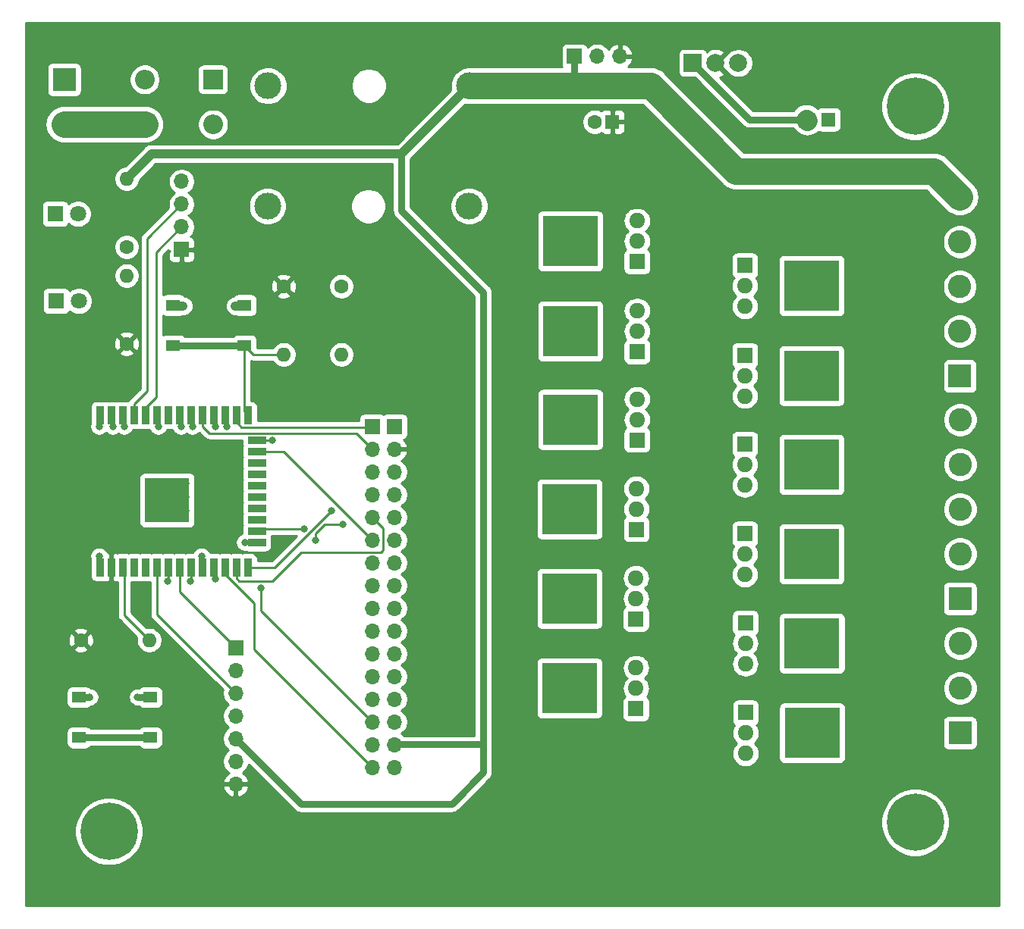
<source format=gbr>
%TF.GenerationSoftware,KiCad,Pcbnew,(5.1.10)-1*%
%TF.CreationDate,2022-01-27T04:55:15+01:00*%
%TF.ProjectId,_autosave-ESP32LedControllerRGBWWf_rJulia,5f617574-6f73-4617-9665-2d4553503332,rev?*%
%TF.SameCoordinates,Original*%
%TF.FileFunction,Copper,L1,Top*%
%TF.FilePolarity,Positive*%
%FSLAX46Y46*%
G04 Gerber Fmt 4.6, Leading zero omitted, Abs format (unit mm)*
G04 Created by KiCad (PCBNEW (5.1.10)-1) date 2022-01-27 04:55:15*
%MOMM*%
%LPD*%
G01*
G04 APERTURE LIST*
%TA.AperFunction,ComponentPad*%
%ADD10C,6.400000*%
%TD*%
%TA.AperFunction,SMDPad,CuDef*%
%ADD11R,0.900000X2.000000*%
%TD*%
%TA.AperFunction,SMDPad,CuDef*%
%ADD12R,2.000000X0.900000*%
%TD*%
%TA.AperFunction,SMDPad,CuDef*%
%ADD13R,5.000000X5.000000*%
%TD*%
%TA.AperFunction,ComponentPad*%
%ADD14C,2.600000*%
%TD*%
%TA.AperFunction,ComponentPad*%
%ADD15R,2.600000X2.600000*%
%TD*%
%TA.AperFunction,ComponentPad*%
%ADD16C,1.800000*%
%TD*%
%TA.AperFunction,ComponentPad*%
%ADD17R,1.800000X1.800000*%
%TD*%
%TA.AperFunction,ComponentPad*%
%ADD18C,2.000000*%
%TD*%
%TA.AperFunction,ComponentPad*%
%ADD19R,2.000000X2.000000*%
%TD*%
%TA.AperFunction,SMDPad,CuDef*%
%ADD20R,1.550000X1.300000*%
%TD*%
%TA.AperFunction,ComponentPad*%
%ADD21O,1.600000X1.600000*%
%TD*%
%TA.AperFunction,ComponentPad*%
%ADD22C,1.600000*%
%TD*%
%TA.AperFunction,ComponentPad*%
%ADD23O,1.800000X1.717500*%
%TD*%
%TA.AperFunction,ComponentPad*%
%ADD24R,1.800000X1.717500*%
%TD*%
%TA.AperFunction,SMDPad,CuDef*%
%ADD25R,6.200000X5.700000*%
%TD*%
%TA.AperFunction,ComponentPad*%
%ADD26O,1.700000X1.700000*%
%TD*%
%TA.AperFunction,ComponentPad*%
%ADD27R,1.700000X1.700000*%
%TD*%
%TA.AperFunction,ComponentPad*%
%ADD28C,3.000000*%
%TD*%
%TA.AperFunction,ComponentPad*%
%ADD29O,2.200000X2.200000*%
%TD*%
%TA.AperFunction,ComponentPad*%
%ADD30R,2.200000X2.200000*%
%TD*%
%TA.AperFunction,ComponentPad*%
%ADD31R,1.600000X1.600000*%
%TD*%
%TA.AperFunction,ViaPad*%
%ADD32C,0.800000*%
%TD*%
%TA.AperFunction,Conductor*%
%ADD33C,2.250000*%
%TD*%
%TA.AperFunction,Conductor*%
%ADD34C,1.000000*%
%TD*%
%TA.AperFunction,Conductor*%
%ADD35C,0.750000*%
%TD*%
%TA.AperFunction,Conductor*%
%ADD36C,0.250000*%
%TD*%
%TA.AperFunction,Conductor*%
%ADD37C,3.000000*%
%TD*%
%TA.AperFunction,Conductor*%
%ADD38C,0.254000*%
%TD*%
%TA.AperFunction,Conductor*%
%ADD39C,0.100000*%
%TD*%
G04 APERTURE END LIST*
D10*
%TO.P,REF\u002A\u002A,1*%
%TO.N,GND*%
X180000000Y-60000000D03*
%TD*%
%TO.P,REF\u002A\u002A,1*%
%TO.N,GND*%
X180000000Y-140000000D03*
%TD*%
%TO.P,REF\u002A\u002A,1*%
%TO.N,GND*%
X90000000Y-141000000D03*
%TD*%
D11*
%TO.P,U1,38*%
%TO.N,GND*%
X88995000Y-94500000D03*
%TO.P,U1,37*%
%TO.N,/IO23*%
X90265000Y-94500000D03*
%TO.P,U1,36*%
%TO.N,/IO22*%
X91535000Y-94500000D03*
%TO.P,U1,35*%
%TO.N,Net-(J5-Pad3)*%
X92805000Y-94500000D03*
%TO.P,U1,34*%
%TO.N,Net-(J5-Pad2)*%
X94075000Y-94500000D03*
%TO.P,U1,33*%
%TO.N,/IO21*%
X95345000Y-94500000D03*
%TO.P,U1,32*%
%TO.N,Net-(U1-Pad32)*%
X96615000Y-94500000D03*
%TO.P,U1,31*%
%TO.N,/IO19*%
X97885000Y-94500000D03*
%TO.P,U1,30*%
%TO.N,/IO18*%
X99155000Y-94500000D03*
%TO.P,U1,29*%
%TO.N,/IO5*%
X100425000Y-94500000D03*
%TO.P,U1,28*%
%TO.N,/IO17*%
X101695000Y-94500000D03*
%TO.P,U1,27*%
%TO.N,/IO16*%
X102965000Y-94500000D03*
%TO.P,U1,26*%
%TO.N,/IO4*%
X104235000Y-94500000D03*
%TO.P,U1,25*%
%TO.N,Net-(R1-Pad2)*%
X105505000Y-94500000D03*
D12*
%TO.P,U1,24*%
%TO.N,Net-(R3-Pad2)*%
X106505000Y-97285000D03*
%TO.P,U1,23*%
%TO.N,/IO15*%
X106505000Y-98555000D03*
%TO.P,U1,22*%
%TO.N,Net-(U1-Pad22)*%
X106505000Y-99825000D03*
%TO.P,U1,21*%
%TO.N,Net-(U1-Pad21)*%
X106505000Y-101095000D03*
%TO.P,U1,20*%
%TO.N,Net-(U1-Pad20)*%
X106505000Y-102365000D03*
%TO.P,U1,19*%
%TO.N,Net-(U1-Pad19)*%
X106505000Y-103635000D03*
%TO.P,U1,18*%
%TO.N,Net-(U1-Pad18)*%
X106505000Y-104905000D03*
%TO.P,U1,17*%
%TO.N,Net-(U1-Pad17)*%
X106505000Y-106175000D03*
%TO.P,U1,16*%
%TO.N,/IO13*%
X106505000Y-107445000D03*
%TO.P,U1,15*%
%TO.N,GND*%
X106505000Y-108715000D03*
D11*
%TO.P,U1,14*%
%TO.N,/IO12*%
X105505000Y-111500000D03*
%TO.P,U1,13*%
%TO.N,/IO14*%
X104235000Y-111500000D03*
%TO.P,U1,12*%
%TO.N,/IO27*%
X102965000Y-111500000D03*
%TO.P,U1,11*%
%TO.N,/IO26*%
X101695000Y-111500000D03*
%TO.P,U1,10*%
%TO.N,/IO25*%
X100425000Y-111500000D03*
%TO.P,U1,9*%
%TO.N,Net-(J9-Pad2)*%
X99155000Y-111500000D03*
%TO.P,U1,8*%
%TO.N,Net-(J9-Pad1)*%
X97885000Y-111500000D03*
%TO.P,U1,7*%
%TO.N,Net-(J9-Pad4)*%
X96615000Y-111500000D03*
%TO.P,U1,6*%
%TO.N,Net-(J9-Pad3)*%
X95345000Y-111500000D03*
%TO.P,U1,5*%
%TO.N,Net-(U1-Pad5)*%
X94075000Y-111500000D03*
%TO.P,U1,4*%
%TO.N,Net-(U1-Pad4)*%
X92805000Y-111500000D03*
%TO.P,U1,3*%
%TO.N,Net-(R2-Pad2)*%
X91535000Y-111500000D03*
%TO.P,U1,2*%
%TO.N,+3V3*%
X90265000Y-111500000D03*
%TO.P,U1,1*%
%TO.N,GND*%
X88995000Y-111500000D03*
D13*
%TO.P,U1,39*%
X96495000Y-104000000D03*
%TD*%
D14*
%TO.P,J2,6*%
%TO.N,Net-(J3-Pad1)*%
X185000000Y-95000000D03*
%TO.P,J2,7*%
%TO.N,Net-(J3-Pad2)*%
X185000000Y-100000000D03*
%TO.P,J2,8*%
%TO.N,Net-(J3-Pad3)*%
X185000000Y-105000000D03*
%TO.P,J2,9*%
%TO.N,Net-(J3-Pad4)*%
X185000000Y-110000000D03*
D15*
%TO.P,J2,10*%
%TO.N,Net-(J3-Pad5)*%
X185000000Y-115000000D03*
%TD*%
D16*
%TO.P,D2,2*%
%TO.N,Net-(D2-Pad2)*%
X86540000Y-72000000D03*
D17*
%TO.P,D2,1*%
%TO.N,GND*%
X84000000Y-72000000D03*
%TD*%
D14*
%TO.P,J2,11*%
%TO.N,Net-(J4-Pad1)*%
X185000000Y-120000000D03*
%TO.P,J2,12*%
%TO.N,Net-(J4-Pad2)*%
X185000000Y-125000000D03*
D15*
%TO.P,J2,13*%
%TO.N,Net-(J4-Pad3)*%
X185000000Y-130000000D03*
%TD*%
D18*
%TO.P,U2,3*%
%TO.N,Net-(C100nF1-Pad1)*%
X160255000Y-55150000D03*
%TO.P,U2,2*%
%TO.N,+3V3*%
X157715000Y-55150000D03*
D19*
%TO.P,U2,1*%
%TO.N,GND*%
X155175000Y-55150000D03*
%TD*%
D20*
%TO.P,SW2,2*%
%TO.N,Net-(R2-Pad2)*%
X94600000Y-130525000D03*
X86650000Y-130525000D03*
%TO.P,SW2,1*%
%TO.N,GND*%
X94600000Y-126025000D03*
X86650000Y-126025000D03*
%TD*%
%TO.P,SW1,2*%
%TO.N,GND*%
X97175000Y-82200000D03*
X105125000Y-82200000D03*
%TO.P,SW1,1*%
%TO.N,Net-(R1-Pad2)*%
X97175000Y-86700000D03*
X105125000Y-86700000D03*
%TD*%
D21*
%TO.P,R5,2*%
%TO.N,Net-(D4-Pad2)*%
X91975000Y-78905000D03*
D22*
%TO.P,R5,1*%
%TO.N,+3V3*%
X91975000Y-86525000D03*
%TD*%
D21*
%TO.P,R4,2*%
%TO.N,+12V*%
X91975000Y-68080000D03*
D22*
%TO.P,R4,1*%
%TO.N,Net-(D2-Pad2)*%
X91975000Y-75700000D03*
%TD*%
D21*
%TO.P,R3,2*%
%TO.N,Net-(R3-Pad2)*%
X115950000Y-87720000D03*
D22*
%TO.P,R3,1*%
%TO.N,GND*%
X115950000Y-80100000D03*
%TD*%
D21*
%TO.P,R2,2*%
%TO.N,Net-(R2-Pad2)*%
X94488000Y-119634000D03*
D22*
%TO.P,R2,1*%
%TO.N,+3V3*%
X86868000Y-119634000D03*
%TD*%
D21*
%TO.P,R1,2*%
%TO.N,Net-(R1-Pad2)*%
X109500000Y-87720000D03*
D22*
%TO.P,R1,1*%
%TO.N,+3V3*%
X109500000Y-80100000D03*
%TD*%
D23*
%TO.P,Q12,3*%
%TO.N,GND*%
X161041667Y-132290000D03*
%TO.P,Q12,2*%
%TO.N,Net-(J4-Pad3)*%
X161041667Y-130000000D03*
D24*
%TO.P,Q12,1*%
%TO.N,/OUT12*%
X161041667Y-127710000D03*
D25*
%TO.P,Q12,4*%
%TO.N,N/C*%
X168475000Y-130000000D03*
%TD*%
%TO.P,Q11,4*%
%TO.N,N/C*%
X141391667Y-125010000D03*
D24*
%TO.P,Q11,1*%
%TO.N,/OUT11*%
X148825000Y-127300000D03*
D23*
%TO.P,Q11,2*%
%TO.N,Net-(J4-Pad2)*%
X148825000Y-125010000D03*
%TO.P,Q11,3*%
%TO.N,GND*%
X148825000Y-122720000D03*
%TD*%
D25*
%TO.P,Q10,4*%
%TO.N,N/C*%
X168458333Y-119990000D03*
D24*
%TO.P,Q10,1*%
%TO.N,/OUT10*%
X161025000Y-117700000D03*
D23*
%TO.P,Q10,2*%
%TO.N,Net-(J4-Pad1)*%
X161025000Y-119990000D03*
%TO.P,Q10,3*%
%TO.N,GND*%
X161025000Y-122280000D03*
%TD*%
%TO.P,Q9,3*%
%TO.N,GND*%
X148825000Y-112695000D03*
%TO.P,Q9,2*%
%TO.N,Net-(J3-Pad5)*%
X148825000Y-114985000D03*
D24*
%TO.P,Q9,1*%
%TO.N,/OUT9*%
X148825000Y-117275000D03*
D25*
%TO.P,Q9,4*%
%TO.N,N/C*%
X141391667Y-114985000D03*
%TD*%
D23*
%TO.P,Q8,3*%
%TO.N,GND*%
X160975000Y-112305000D03*
%TO.P,Q8,2*%
%TO.N,Net-(J3-Pad4)*%
X160975000Y-110015000D03*
D24*
%TO.P,Q8,1*%
%TO.N,/OUT8*%
X160975000Y-107725000D03*
D25*
%TO.P,Q8,4*%
%TO.N,N/C*%
X168408333Y-110015000D03*
%TD*%
D23*
%TO.P,Q7,3*%
%TO.N,GND*%
X148850000Y-102695000D03*
%TO.P,Q7,2*%
%TO.N,Net-(J3-Pad3)*%
X148850000Y-104985000D03*
D24*
%TO.P,Q7,1*%
%TO.N,/OUT7*%
X148850000Y-107275000D03*
D25*
%TO.P,Q7,4*%
%TO.N,N/C*%
X141416667Y-104985000D03*
%TD*%
D23*
%TO.P,Q6,3*%
%TO.N,GND*%
X160975000Y-102305000D03*
%TO.P,Q6,2*%
%TO.N,Net-(J3-Pad2)*%
X160975000Y-100015000D03*
D24*
%TO.P,Q6,1*%
%TO.N,/OUT6*%
X160975000Y-97725000D03*
D25*
%TO.P,Q6,4*%
%TO.N,N/C*%
X168408333Y-100015000D03*
%TD*%
D23*
%TO.P,Q5,3*%
%TO.N,GND*%
X148925000Y-92695000D03*
%TO.P,Q5,2*%
%TO.N,Net-(J3-Pad1)*%
X148925000Y-94985000D03*
D24*
%TO.P,Q5,1*%
%TO.N,/OUT5*%
X148925000Y-97275000D03*
D25*
%TO.P,Q5,4*%
%TO.N,N/C*%
X141491667Y-94985000D03*
%TD*%
D23*
%TO.P,Q4,3*%
%TO.N,GND*%
X160975000Y-92380000D03*
%TO.P,Q4,2*%
%TO.N,Net-(J2-Pad5)*%
X160975000Y-90090000D03*
D24*
%TO.P,Q4,1*%
%TO.N,/OUT4*%
X160975000Y-87800000D03*
D25*
%TO.P,Q4,4*%
%TO.N,N/C*%
X168408333Y-90090000D03*
%TD*%
D23*
%TO.P,Q3,3*%
%TO.N,GND*%
X148925000Y-82820000D03*
%TO.P,Q3,2*%
%TO.N,Net-(J2-Pad4)*%
X148925000Y-85110000D03*
D24*
%TO.P,Q3,1*%
%TO.N,/OUT3*%
X148925000Y-87400000D03*
D25*
%TO.P,Q3,4*%
%TO.N,N/C*%
X141491667Y-85110000D03*
%TD*%
D23*
%TO.P,Q2,3*%
%TO.N,GND*%
X161000000Y-82330000D03*
%TO.P,Q2,2*%
%TO.N,Net-(J2-Pad3)*%
X161000000Y-80040000D03*
D24*
%TO.P,Q2,1*%
%TO.N,/OUT2*%
X161000000Y-77750000D03*
D25*
%TO.P,Q2,4*%
%TO.N,N/C*%
X168433333Y-80040000D03*
%TD*%
D23*
%TO.P,Q1,3*%
%TO.N,GND*%
X148925000Y-72770000D03*
%TO.P,Q1,2*%
%TO.N,Net-(J2-Pad2)*%
X148925000Y-75060000D03*
D24*
%TO.P,Q1,1*%
%TO.N,/OUT1*%
X148925000Y-77350000D03*
D25*
%TO.P,Q1,4*%
%TO.N,N/C*%
X141491667Y-75060000D03*
%TD*%
D26*
%TO.P,J7,7*%
%TO.N,+3V3*%
X104129000Y-135717000D03*
%TO.P,J7,6*%
%TO.N,GND*%
X104129000Y-133177000D03*
%TO.P,J7,5*%
%TO.N,+12V*%
X104129000Y-130637000D03*
%TO.P,J7,4*%
%TO.N,Net-(J9-Pad4)*%
X104129000Y-128097000D03*
%TO.P,J7,3*%
%TO.N,Net-(J9-Pad3)*%
X104129000Y-125557000D03*
%TO.P,J7,2*%
%TO.N,Net-(J9-Pad2)*%
X104129000Y-123017000D03*
D27*
%TO.P,J7,1*%
%TO.N,Net-(J9-Pad1)*%
X104129000Y-120477000D03*
%TD*%
D26*
%TO.P,J6,3*%
%TO.N,+3V3*%
X147030000Y-54400000D03*
%TO.P,J6,2*%
%TO.N,GND*%
X144490000Y-54400000D03*
D27*
%TO.P,J6,1*%
%TO.N,+12V*%
X141950000Y-54400000D03*
%TD*%
D26*
%TO.P,J5,16*%
%TO.N,GND*%
X121888000Y-133860000D03*
%TO.P,J5,15*%
%TO.N,+12V*%
X121888000Y-131320000D03*
%TO.P,J5,14*%
%TO.N,/OUT12*%
X121888000Y-128780000D03*
%TO.P,J5,13*%
%TO.N,/OUT11*%
X121888000Y-126240000D03*
%TO.P,J5,12*%
%TO.N,/OUT10*%
X121888000Y-123700000D03*
%TO.P,J5,11*%
%TO.N,/OUT9*%
X121888000Y-121160000D03*
%TO.P,J5,10*%
%TO.N,/OUT8*%
X121888000Y-118620000D03*
%TO.P,J5,9*%
%TO.N,/OUT7*%
X121888000Y-116080000D03*
%TO.P,J5,8*%
%TO.N,/OUT6*%
X121888000Y-113540000D03*
%TO.P,J5,7*%
%TO.N,/OUT5*%
X121888000Y-111000000D03*
%TO.P,J5,6*%
%TO.N,/OUT4*%
X121888000Y-108460000D03*
%TO.P,J5,5*%
%TO.N,/OUT3*%
X121888000Y-105920000D03*
%TO.P,J5,4*%
%TO.N,/OUT2*%
X121888000Y-103380000D03*
%TO.P,J5,3*%
%TO.N,/OUT1*%
X121888000Y-100840000D03*
%TO.P,J5,2*%
%TO.N,+3V3*%
X121888000Y-98300000D03*
D27*
%TO.P,J5,1*%
%TO.N,GND*%
X121888000Y-95760000D03*
%TD*%
D26*
%TO.P,J4,16*%
%TO.N,/IO27*%
X119375000Y-133850000D03*
%TO.P,J4,15*%
%TO.N,/IO26*%
X119375000Y-131310000D03*
%TO.P,J4,14*%
%TO.N,/IO25*%
X119375000Y-128770000D03*
%TO.P,J4,13*%
%TO.N,/IO23*%
X119375000Y-126230000D03*
%TO.P,J4,12*%
%TO.N,/IO22*%
X119375000Y-123690000D03*
%TO.P,J4,11*%
%TO.N,/IO21*%
X119375000Y-121150000D03*
%TO.P,J4,10*%
%TO.N,/IO19*%
X119375000Y-118610000D03*
%TO.P,J4,9*%
%TO.N,/IO18*%
X119375000Y-116070000D03*
%TO.P,J4,8*%
%TO.N,/IO17*%
X119375000Y-113530000D03*
%TO.P,J4,7*%
%TO.N,/IO16*%
X119375000Y-110990000D03*
%TO.P,J4,6*%
%TO.N,/IO15*%
X119375000Y-108450000D03*
%TO.P,J4,5*%
%TO.N,/IO14*%
X119375000Y-105910000D03*
%TO.P,J4,4*%
%TO.N,/IO13*%
X119375000Y-103370000D03*
%TO.P,J4,3*%
%TO.N,/IO12*%
X119375000Y-100830000D03*
%TO.P,J4,2*%
%TO.N,/IO5*%
X119375000Y-98290000D03*
D27*
%TO.P,J4,1*%
%TO.N,/IO4*%
X119375000Y-95750000D03*
%TD*%
D26*
%TO.P,J3,4*%
%TO.N,GND*%
X98100000Y-68380000D03*
%TO.P,J3,3*%
%TO.N,Net-(J5-Pad3)*%
X98100000Y-70920000D03*
%TO.P,J3,2*%
%TO.N,Net-(J5-Pad2)*%
X98100000Y-73460000D03*
D27*
%TO.P,J3,1*%
%TO.N,+3V3*%
X98100000Y-76000000D03*
%TD*%
D14*
%TO.P,J2,1*%
%TO.N,+12V*%
X184975000Y-70125000D03*
%TO.P,J2,2*%
%TO.N,Net-(J2-Pad2)*%
X184975000Y-75125000D03*
%TO.P,J2,3*%
%TO.N,Net-(J2-Pad3)*%
X184975000Y-80125000D03*
%TO.P,J2,4*%
%TO.N,Net-(J2-Pad4)*%
X184975000Y-85125000D03*
D15*
%TO.P,J2,5*%
%TO.N,Net-(J2-Pad5)*%
X184975000Y-90125000D03*
%TD*%
D14*
%TO.P,J1,2*%
%TO.N,Net-(D1-Pad1)*%
X85000000Y-62000000D03*
D15*
%TO.P,J1,1*%
%TO.N,Net-(D3-Pad2)*%
X85000000Y-57000000D03*
%TD*%
D28*
%TO.P,F2,2*%
%TO.N,Net-(D1-Pad2)*%
X107700000Y-71150000D03*
%TO.P,F2,1*%
%TO.N,Net-(C100nF1-Pad1)*%
X130200000Y-71150000D03*
%TD*%
%TO.P,F1,2*%
%TO.N,Net-(D1-Pad2)*%
X107750000Y-57700000D03*
%TO.P,F1,1*%
%TO.N,+12V*%
X130250000Y-57700000D03*
%TD*%
D16*
%TO.P,D4,2*%
%TO.N,Net-(D4-Pad2)*%
X86640000Y-81750000D03*
D17*
%TO.P,D4,1*%
%TO.N,GND*%
X84100000Y-81750000D03*
%TD*%
D29*
%TO.P,D3,2*%
%TO.N,Net-(D3-Pad2)*%
X93980000Y-57000000D03*
D30*
%TO.P,D3,1*%
%TO.N,GND*%
X101600000Y-57000000D03*
%TD*%
D29*
%TO.P,D1,2*%
%TO.N,Net-(D1-Pad2)*%
X101620000Y-62000000D03*
D30*
%TO.P,D1,1*%
%TO.N,Net-(D1-Pad1)*%
X94000000Y-62000000D03*
%TD*%
D22*
%TO.P,C10pF1,2*%
%TO.N,GND*%
X144200000Y-61725000D03*
D31*
%TO.P,C10pF1,1*%
%TO.N,+3V3*%
X146200000Y-61725000D03*
%TD*%
D22*
%TO.P,C100nF1,2*%
%TO.N,GND*%
X167825000Y-61450000D03*
D31*
%TO.P,C100nF1,1*%
%TO.N,Net-(C100nF1-Pad1)*%
X170325000Y-61450000D03*
%TD*%
D32*
%TO.N,GND*%
X88900000Y-110236000D03*
X105156000Y-108712000D03*
X88900000Y-95758000D03*
X94742000Y-102108000D03*
X95504000Y-102108000D03*
X96266000Y-102108000D03*
X97028000Y-102108000D03*
X97790000Y-102108000D03*
X98552000Y-102108000D03*
X98298000Y-102870000D03*
X97536000Y-102870000D03*
X96774000Y-102870000D03*
X96012000Y-102870000D03*
X95250000Y-102870000D03*
X94488000Y-102870000D03*
X94742000Y-103632000D03*
X95504000Y-103632000D03*
X96266000Y-103632000D03*
X97028000Y-103632000D03*
X97790000Y-103632000D03*
X98552000Y-103632000D03*
X98298000Y-104394000D03*
X97536000Y-104394000D03*
X96774000Y-104394000D03*
X96012000Y-104394000D03*
X95250000Y-104394000D03*
X94488000Y-104394000D03*
X94742000Y-105156000D03*
X95504000Y-105156000D03*
X96266000Y-105156000D03*
X97028000Y-105156000D03*
X97790000Y-105156000D03*
X98552000Y-105156000D03*
X98298000Y-105918000D03*
X97536000Y-105918000D03*
X96774000Y-105918000D03*
X96012000Y-105918000D03*
X95250000Y-105918000D03*
X94488000Y-105918000D03*
X87852000Y-126000000D03*
X93186000Y-126000000D03*
X98266000Y-82312000D03*
X104108000Y-82312000D03*
%TO.N,/IO26*%
X101854000Y-112776000D03*
%TO.N,/IO25*%
X100330000Y-110236000D03*
X106934000Y-113792000D03*
%TO.N,/IO23*%
X90424000Y-95758000D03*
%TO.N,/IO22*%
X91694000Y-95758000D03*
%TO.N,/IO21*%
X95504000Y-95758000D03*
%TO.N,/IO19*%
X98044000Y-95758000D03*
%TO.N,/IO18*%
X99314000Y-95758000D03*
%TO.N,/IO17*%
X101854000Y-95758000D03*
%TO.N,/IO16*%
X103124000Y-95758000D03*
%TO.N,/IO13*%
X111760000Y-107188000D03*
X113030000Y-108458000D03*
X116078000Y-106680000D03*
%TO.N,/IO12*%
X114808000Y-105156000D03*
%TO.N,Net-(J9-Pad4)*%
X96520000Y-113030000D03*
%TO.N,Net-(J9-Pad2)*%
X99060000Y-113030000D03*
%TO.N,Net-(R3-Pad2)*%
X108204000Y-97282000D03*
%TD*%
D33*
%TO.N,GND*%
X167950000Y-61575000D02*
X167825000Y-61450000D01*
D34*
X97287000Y-82312000D02*
X97175000Y-82200000D01*
X98266000Y-82312000D02*
X97287000Y-82312000D01*
X105013000Y-82312000D02*
X105125000Y-82200000D01*
X104108000Y-82312000D02*
X105013000Y-82312000D01*
D35*
X161475000Y-61450000D02*
X167825000Y-61450000D01*
X155175000Y-55150000D02*
X161475000Y-61450000D01*
X86675000Y-126000000D02*
X86650000Y-126025000D01*
X87852000Y-126000000D02*
X86675000Y-126000000D01*
X94575000Y-126000000D02*
X94600000Y-126025000D01*
X93186000Y-126000000D02*
X94575000Y-126000000D01*
D36*
X88900000Y-111405000D02*
X88995000Y-111500000D01*
X88900000Y-110236000D02*
X88900000Y-111405000D01*
X106502000Y-108712000D02*
X106505000Y-108715000D01*
X105156000Y-108712000D02*
X106502000Y-108712000D01*
X88900000Y-94595000D02*
X88995000Y-94500000D01*
X88900000Y-95758000D02*
X88900000Y-94595000D01*
D37*
%TO.N,Net-(D1-Pad1)*%
X85000000Y-62000000D02*
X94000000Y-62000000D01*
D34*
%TO.N,+12V*%
X130250000Y-57700000D02*
X122656000Y-65294000D01*
X94761000Y-65294000D02*
X91975000Y-68080000D01*
X122656000Y-65294000D02*
X94761000Y-65294000D01*
D35*
X141950000Y-54400000D02*
X141950000Y-57170000D01*
X141950000Y-57170000D02*
X141420000Y-57700000D01*
X122656000Y-65294000D02*
X122656000Y-71650000D01*
X122656000Y-71650000D02*
X131794000Y-80788000D01*
D37*
X130250000Y-57700000D02*
X150450000Y-57700000D01*
X150450000Y-57700000D02*
X160000000Y-67250000D01*
X182100000Y-67250000D02*
X184975000Y-70125000D01*
X160000000Y-67250000D02*
X182100000Y-67250000D01*
D35*
X131794000Y-80788000D02*
X131794000Y-131294000D01*
X121914000Y-131294000D02*
X121888000Y-131320000D01*
X131794000Y-131294000D02*
X121914000Y-131294000D01*
X131794000Y-131294000D02*
X131794000Y-134398000D01*
X131794000Y-134398000D02*
X128270000Y-137922000D01*
X111414000Y-137922000D02*
X104129000Y-130637000D01*
X128270000Y-137922000D02*
X111414000Y-137922000D01*
D36*
%TO.N,Net-(J5-Pad3)*%
X98100000Y-70920000D02*
X94234000Y-74786000D01*
X92805000Y-93250000D02*
X92805000Y-94500000D01*
X94234000Y-91821000D02*
X92805000Y-93250000D01*
X94234000Y-74786000D02*
X94234000Y-91821000D01*
%TO.N,Net-(J5-Pad2)*%
X98100000Y-73460000D02*
X95250000Y-76310000D01*
X95250000Y-76310000D02*
X95250000Y-92456000D01*
X94075000Y-93631000D02*
X94075000Y-94500000D01*
X95250000Y-92456000D02*
X94075000Y-93631000D01*
%TO.N,/IO27*%
X102965000Y-112265002D02*
X102965000Y-111500000D01*
X106215001Y-115515003D02*
X102965000Y-112265002D01*
X106215001Y-120690001D02*
X106215001Y-115515003D01*
X119375000Y-133850000D02*
X106215001Y-120690001D01*
%TO.N,/IO26*%
X101854000Y-111659000D02*
X101695000Y-111500000D01*
X101854000Y-112776000D02*
X101854000Y-111659000D01*
%TO.N,/IO25*%
X119375000Y-128770000D02*
X106934000Y-116329000D01*
X106934000Y-116329000D02*
X106934000Y-113792000D01*
X106934000Y-113792000D02*
X106934000Y-113792000D01*
X100425000Y-110331000D02*
X100330000Y-110236000D01*
X100425000Y-111500000D02*
X100425000Y-110331000D01*
%TO.N,/IO23*%
X90424000Y-94659000D02*
X90265000Y-94500000D01*
X90424000Y-95758000D02*
X90424000Y-94659000D01*
%TO.N,/IO22*%
X91694000Y-94659000D02*
X91535000Y-94500000D01*
X91694000Y-95758000D02*
X91694000Y-94659000D01*
%TO.N,/IO21*%
X95504000Y-94659000D02*
X95345000Y-94500000D01*
X95504000Y-95758000D02*
X95504000Y-94659000D01*
%TO.N,/IO19*%
X98044000Y-94659000D02*
X97885000Y-94500000D01*
X98044000Y-95758000D02*
X98044000Y-94659000D01*
%TO.N,/IO18*%
X99314000Y-94659000D02*
X99155000Y-94500000D01*
X99314000Y-95758000D02*
X99314000Y-94659000D01*
%TO.N,/IO17*%
X101854000Y-94659000D02*
X101695000Y-94500000D01*
X101854000Y-95758000D02*
X101854000Y-94659000D01*
%TO.N,/IO16*%
X103124000Y-94659000D02*
X102965000Y-94500000D01*
X103124000Y-95758000D02*
X103124000Y-94659000D01*
%TO.N,/IO15*%
X109480000Y-98555000D02*
X106505000Y-98555000D01*
X119375000Y-108450000D02*
X109480000Y-98555000D01*
%TO.N,/IO14*%
X120550001Y-107085001D02*
X120550001Y-109573999D01*
X119375000Y-105910000D02*
X120550001Y-107085001D01*
X120309001Y-109814999D02*
X111419001Y-109814999D01*
X120550001Y-109573999D02*
X120309001Y-109814999D01*
X111419001Y-109814999D02*
X108204000Y-113030000D01*
X104235000Y-112750000D02*
X104235000Y-111500000D01*
X104515000Y-113030000D02*
X104235000Y-112750000D01*
X108204000Y-113030000D02*
X104515000Y-113030000D01*
%TO.N,/IO13*%
X113030000Y-107696000D02*
X113030000Y-108458000D01*
X114046000Y-106680000D02*
X113030000Y-107696000D01*
X116078000Y-106680000D02*
X114046000Y-106680000D01*
X106762000Y-107188000D02*
X106505000Y-107445000D01*
X111760000Y-107188000D02*
X106762000Y-107188000D01*
%TO.N,/IO12*%
X108464000Y-111500000D02*
X105505000Y-111500000D01*
X114808000Y-105156000D02*
X108464000Y-111500000D01*
%TO.N,/IO5*%
X100584000Y-94659000D02*
X100425000Y-94500000D01*
X119375000Y-98290000D02*
X117605000Y-96520000D01*
X100425000Y-95750000D02*
X100425000Y-94500000D01*
X101184999Y-96509999D02*
X100425000Y-95750000D01*
X107775002Y-96520000D02*
X107765001Y-96509999D01*
X107765001Y-96509999D02*
X101184999Y-96509999D01*
X117605000Y-96520000D02*
X107775002Y-96520000D01*
%TO.N,/IO4*%
X104394000Y-94659000D02*
X104235000Y-94500000D01*
X104235000Y-95265002D02*
X104235000Y-94500000D01*
X104794999Y-95825001D02*
X104235000Y-95265002D01*
X119299999Y-95825001D02*
X104794999Y-95825001D01*
X119375000Y-95750000D02*
X119299999Y-95825001D01*
%TO.N,Net-(J9-Pad4)*%
X96615000Y-112935000D02*
X96520000Y-113030000D01*
X96615000Y-111500000D02*
X96615000Y-112935000D01*
%TO.N,Net-(J9-Pad3)*%
X95345000Y-116773000D02*
X95345000Y-111500000D01*
X104129000Y-125557000D02*
X95345000Y-116773000D01*
%TO.N,Net-(J9-Pad2)*%
X99155000Y-112935000D02*
X99060000Y-113030000D01*
X99155000Y-111500000D02*
X99155000Y-112935000D01*
%TO.N,Net-(J9-Pad1)*%
X97885000Y-114233000D02*
X97885000Y-111500000D01*
X104129000Y-120477000D02*
X97885000Y-114233000D01*
%TO.N,Net-(R1-Pad2)*%
X106145000Y-87720000D02*
X105125000Y-86700000D01*
X109500000Y-87720000D02*
X106145000Y-87720000D01*
X105125000Y-94120000D02*
X105505000Y-94500000D01*
X105125000Y-86700000D02*
X105125000Y-94120000D01*
D35*
X97175000Y-86700000D02*
X105125000Y-86700000D01*
%TO.N,Net-(R2-Pad2)*%
X90853000Y-130525000D02*
X86650000Y-130525000D01*
X94600000Y-130525000D02*
X90853000Y-130525000D01*
D36*
X94488000Y-119634000D02*
X91694000Y-116840000D01*
X91694000Y-111659000D02*
X91535000Y-111500000D01*
X91694000Y-116840000D02*
X91694000Y-111659000D01*
%TO.N,Net-(R3-Pad2)*%
X106508000Y-97282000D02*
X106505000Y-97285000D01*
X108204000Y-97282000D02*
X106508000Y-97282000D01*
%TD*%
D38*
%TO.N,+3V3*%
X189315000Y-149315000D02*
X80685000Y-149315000D01*
X80685000Y-140622285D01*
X86165000Y-140622285D01*
X86165000Y-141377715D01*
X86312377Y-142118628D01*
X86601467Y-142816554D01*
X87021161Y-143444670D01*
X87555330Y-143978839D01*
X88183446Y-144398533D01*
X88881372Y-144687623D01*
X89622285Y-144835000D01*
X90377715Y-144835000D01*
X91118628Y-144687623D01*
X91816554Y-144398533D01*
X92444670Y-143978839D01*
X92978839Y-143444670D01*
X93398533Y-142816554D01*
X93687623Y-142118628D01*
X93835000Y-141377715D01*
X93835000Y-140622285D01*
X93687623Y-139881372D01*
X93580306Y-139622285D01*
X176165000Y-139622285D01*
X176165000Y-140377715D01*
X176312377Y-141118628D01*
X176601467Y-141816554D01*
X177021161Y-142444670D01*
X177555330Y-142978839D01*
X178183446Y-143398533D01*
X178881372Y-143687623D01*
X179622285Y-143835000D01*
X180377715Y-143835000D01*
X181118628Y-143687623D01*
X181816554Y-143398533D01*
X182444670Y-142978839D01*
X182978839Y-142444670D01*
X183398533Y-141816554D01*
X183687623Y-141118628D01*
X183835000Y-140377715D01*
X183835000Y-139622285D01*
X183687623Y-138881372D01*
X183398533Y-138183446D01*
X182978839Y-137555330D01*
X182444670Y-137021161D01*
X181816554Y-136601467D01*
X181118628Y-136312377D01*
X180377715Y-136165000D01*
X179622285Y-136165000D01*
X178881372Y-136312377D01*
X178183446Y-136601467D01*
X177555330Y-137021161D01*
X177021161Y-137555330D01*
X176601467Y-138183446D01*
X176312377Y-138881372D01*
X176165000Y-139622285D01*
X93580306Y-139622285D01*
X93398533Y-139183446D01*
X92978839Y-138555330D01*
X92444670Y-138021161D01*
X91816554Y-137601467D01*
X91118628Y-137312377D01*
X90377715Y-137165000D01*
X89622285Y-137165000D01*
X88881372Y-137312377D01*
X88183446Y-137601467D01*
X87555330Y-138021161D01*
X87021161Y-138555330D01*
X86601467Y-139183446D01*
X86312377Y-139881372D01*
X86165000Y-140622285D01*
X80685000Y-140622285D01*
X80685000Y-136073890D01*
X102687524Y-136073890D01*
X102732175Y-136221099D01*
X102857359Y-136483920D01*
X103031412Y-136717269D01*
X103247645Y-136912178D01*
X103497748Y-137061157D01*
X103772109Y-137158481D01*
X104002000Y-137037814D01*
X104002000Y-135844000D01*
X104256000Y-135844000D01*
X104256000Y-137037814D01*
X104485891Y-137158481D01*
X104760252Y-137061157D01*
X105010355Y-136912178D01*
X105226588Y-136717269D01*
X105400641Y-136483920D01*
X105525825Y-136221099D01*
X105570476Y-136073890D01*
X105449155Y-135844000D01*
X104256000Y-135844000D01*
X104002000Y-135844000D01*
X102808845Y-135844000D01*
X102687524Y-136073890D01*
X80685000Y-136073890D01*
X80685000Y-129875000D01*
X85236928Y-129875000D01*
X85236928Y-131175000D01*
X85249188Y-131299482D01*
X85285498Y-131419180D01*
X85344463Y-131529494D01*
X85423815Y-131626185D01*
X85520506Y-131705537D01*
X85630820Y-131764502D01*
X85750518Y-131800812D01*
X85875000Y-131813072D01*
X87425000Y-131813072D01*
X87549482Y-131800812D01*
X87669180Y-131764502D01*
X87779494Y-131705537D01*
X87876185Y-131626185D01*
X87951018Y-131535000D01*
X93298982Y-131535000D01*
X93373815Y-131626185D01*
X93470506Y-131705537D01*
X93580820Y-131764502D01*
X93700518Y-131800812D01*
X93825000Y-131813072D01*
X95375000Y-131813072D01*
X95499482Y-131800812D01*
X95619180Y-131764502D01*
X95729494Y-131705537D01*
X95826185Y-131626185D01*
X95905537Y-131529494D01*
X95964502Y-131419180D01*
X96000812Y-131299482D01*
X96013072Y-131175000D01*
X96013072Y-129875000D01*
X96000812Y-129750518D01*
X95964502Y-129630820D01*
X95905537Y-129520506D01*
X95826185Y-129423815D01*
X95729494Y-129344463D01*
X95619180Y-129285498D01*
X95499482Y-129249188D01*
X95375000Y-129236928D01*
X93825000Y-129236928D01*
X93700518Y-129249188D01*
X93580820Y-129285498D01*
X93470506Y-129344463D01*
X93373815Y-129423815D01*
X93298982Y-129515000D01*
X87951018Y-129515000D01*
X87876185Y-129423815D01*
X87779494Y-129344463D01*
X87669180Y-129285498D01*
X87549482Y-129249188D01*
X87425000Y-129236928D01*
X85875000Y-129236928D01*
X85750518Y-129249188D01*
X85630820Y-129285498D01*
X85520506Y-129344463D01*
X85423815Y-129423815D01*
X85344463Y-129520506D01*
X85285498Y-129630820D01*
X85249188Y-129750518D01*
X85236928Y-129875000D01*
X80685000Y-129875000D01*
X80685000Y-125375000D01*
X85236928Y-125375000D01*
X85236928Y-126675000D01*
X85249188Y-126799482D01*
X85285498Y-126919180D01*
X85344463Y-127029494D01*
X85423815Y-127126185D01*
X85520506Y-127205537D01*
X85630820Y-127264502D01*
X85750518Y-127300812D01*
X85875000Y-127313072D01*
X87425000Y-127313072D01*
X87549482Y-127300812D01*
X87669180Y-127264502D01*
X87779494Y-127205537D01*
X87876185Y-127126185D01*
X87951018Y-127035000D01*
X87953939Y-127035000D01*
X88153898Y-126995226D01*
X88342256Y-126917205D01*
X88511774Y-126803937D01*
X88655937Y-126659774D01*
X88769205Y-126490256D01*
X88847226Y-126301898D01*
X88887000Y-126101939D01*
X88887000Y-125898061D01*
X92151000Y-125898061D01*
X92151000Y-126101939D01*
X92190774Y-126301898D01*
X92268795Y-126490256D01*
X92382063Y-126659774D01*
X92526226Y-126803937D01*
X92695744Y-126917205D01*
X92884102Y-126995226D01*
X93084061Y-127035000D01*
X93287939Y-127035000D01*
X93297432Y-127033112D01*
X93373815Y-127126185D01*
X93470506Y-127205537D01*
X93580820Y-127264502D01*
X93700518Y-127300812D01*
X93825000Y-127313072D01*
X95375000Y-127313072D01*
X95499482Y-127300812D01*
X95619180Y-127264502D01*
X95729494Y-127205537D01*
X95826185Y-127126185D01*
X95905537Y-127029494D01*
X95964502Y-126919180D01*
X96000812Y-126799482D01*
X96013072Y-126675000D01*
X96013072Y-125375000D01*
X96000812Y-125250518D01*
X95964502Y-125130820D01*
X95905537Y-125020506D01*
X95826185Y-124923815D01*
X95729494Y-124844463D01*
X95619180Y-124785498D01*
X95499482Y-124749188D01*
X95375000Y-124736928D01*
X93825000Y-124736928D01*
X93700518Y-124749188D01*
X93580820Y-124785498D01*
X93470506Y-124844463D01*
X93373815Y-124923815D01*
X93332707Y-124973905D01*
X93287939Y-124965000D01*
X93084061Y-124965000D01*
X92884102Y-125004774D01*
X92695744Y-125082795D01*
X92526226Y-125196063D01*
X92382063Y-125340226D01*
X92268795Y-125509744D01*
X92190774Y-125698102D01*
X92151000Y-125898061D01*
X88887000Y-125898061D01*
X88847226Y-125698102D01*
X88769205Y-125509744D01*
X88655937Y-125340226D01*
X88511774Y-125196063D01*
X88342256Y-125082795D01*
X88153898Y-125004774D01*
X87953939Y-124965000D01*
X87909985Y-124965000D01*
X87876185Y-124923815D01*
X87779494Y-124844463D01*
X87669180Y-124785498D01*
X87549482Y-124749188D01*
X87425000Y-124736928D01*
X85875000Y-124736928D01*
X85750518Y-124749188D01*
X85630820Y-124785498D01*
X85520506Y-124844463D01*
X85423815Y-124923815D01*
X85344463Y-125020506D01*
X85285498Y-125130820D01*
X85249188Y-125250518D01*
X85236928Y-125375000D01*
X80685000Y-125375000D01*
X80685000Y-120626702D01*
X86054903Y-120626702D01*
X86126486Y-120870671D01*
X86381996Y-120991571D01*
X86656184Y-121060300D01*
X86938512Y-121074217D01*
X87218130Y-121032787D01*
X87484292Y-120937603D01*
X87609514Y-120870671D01*
X87681097Y-120626702D01*
X86868000Y-119813605D01*
X86054903Y-120626702D01*
X80685000Y-120626702D01*
X80685000Y-119704512D01*
X85427783Y-119704512D01*
X85469213Y-119984130D01*
X85564397Y-120250292D01*
X85631329Y-120375514D01*
X85875298Y-120447097D01*
X86688395Y-119634000D01*
X87047605Y-119634000D01*
X87860702Y-120447097D01*
X88104671Y-120375514D01*
X88225571Y-120120004D01*
X88294300Y-119845816D01*
X88308217Y-119563488D01*
X88266787Y-119283870D01*
X88171603Y-119017708D01*
X88104671Y-118892486D01*
X87860702Y-118820903D01*
X87047605Y-119634000D01*
X86688395Y-119634000D01*
X85875298Y-118820903D01*
X85631329Y-118892486D01*
X85510429Y-119147996D01*
X85441700Y-119422184D01*
X85427783Y-119704512D01*
X80685000Y-119704512D01*
X80685000Y-118641298D01*
X86054903Y-118641298D01*
X86868000Y-119454395D01*
X87681097Y-118641298D01*
X87609514Y-118397329D01*
X87354004Y-118276429D01*
X87079816Y-118207700D01*
X86797488Y-118193783D01*
X86517870Y-118235213D01*
X86251708Y-118330397D01*
X86126486Y-118397329D01*
X86054903Y-118641298D01*
X80685000Y-118641298D01*
X80685000Y-110134061D01*
X87865000Y-110134061D01*
X87865000Y-110337939D01*
X87904774Y-110537898D01*
X87906928Y-110543098D01*
X87906928Y-112500000D01*
X87919188Y-112624482D01*
X87955498Y-112744180D01*
X88014463Y-112854494D01*
X88093815Y-112951185D01*
X88190506Y-113030537D01*
X88300820Y-113089502D01*
X88420518Y-113125812D01*
X88545000Y-113138072D01*
X89445000Y-113138072D01*
X89569482Y-113125812D01*
X89630000Y-113107454D01*
X89690518Y-113125812D01*
X89815000Y-113138072D01*
X89979250Y-113135000D01*
X90138000Y-112976250D01*
X90138000Y-111627000D01*
X90118000Y-111627000D01*
X90118000Y-111373000D01*
X90138000Y-111373000D01*
X90138000Y-110023750D01*
X89979250Y-109865000D01*
X89865723Y-109862877D01*
X89817205Y-109745744D01*
X89703937Y-109576226D01*
X89559774Y-109432063D01*
X89390256Y-109318795D01*
X89201898Y-109240774D01*
X89001939Y-109201000D01*
X88798061Y-109201000D01*
X88598102Y-109240774D01*
X88409744Y-109318795D01*
X88240226Y-109432063D01*
X88096063Y-109576226D01*
X87982795Y-109745744D01*
X87904774Y-109934102D01*
X87865000Y-110134061D01*
X80685000Y-110134061D01*
X80685000Y-101500000D01*
X93356928Y-101500000D01*
X93356928Y-106500000D01*
X93369188Y-106624482D01*
X93405498Y-106744180D01*
X93464463Y-106854494D01*
X93543815Y-106951185D01*
X93640506Y-107030537D01*
X93750820Y-107089502D01*
X93870518Y-107125812D01*
X93995000Y-107138072D01*
X98995000Y-107138072D01*
X99119482Y-107125812D01*
X99239180Y-107089502D01*
X99349494Y-107030537D01*
X99446185Y-106951185D01*
X99525537Y-106854494D01*
X99584502Y-106744180D01*
X99620812Y-106624482D01*
X99633072Y-106500000D01*
X99633072Y-101500000D01*
X99620812Y-101375518D01*
X99584502Y-101255820D01*
X99525537Y-101145506D01*
X99446185Y-101048815D01*
X99349494Y-100969463D01*
X99239180Y-100910498D01*
X99119482Y-100874188D01*
X98995000Y-100861928D01*
X93995000Y-100861928D01*
X93870518Y-100874188D01*
X93750820Y-100910498D01*
X93640506Y-100969463D01*
X93543815Y-101048815D01*
X93464463Y-101145506D01*
X93405498Y-101255820D01*
X93369188Y-101375518D01*
X93356928Y-101500000D01*
X80685000Y-101500000D01*
X80685000Y-95656061D01*
X87865000Y-95656061D01*
X87865000Y-95859939D01*
X87904774Y-96059898D01*
X87982795Y-96248256D01*
X88096063Y-96417774D01*
X88240226Y-96561937D01*
X88409744Y-96675205D01*
X88598102Y-96753226D01*
X88798061Y-96793000D01*
X89001939Y-96793000D01*
X89201898Y-96753226D01*
X89390256Y-96675205D01*
X89559774Y-96561937D01*
X89662000Y-96459711D01*
X89764226Y-96561937D01*
X89933744Y-96675205D01*
X90122102Y-96753226D01*
X90322061Y-96793000D01*
X90525939Y-96793000D01*
X90725898Y-96753226D01*
X90914256Y-96675205D01*
X91059000Y-96578490D01*
X91203744Y-96675205D01*
X91392102Y-96753226D01*
X91592061Y-96793000D01*
X91795939Y-96793000D01*
X91995898Y-96753226D01*
X92184256Y-96675205D01*
X92353774Y-96561937D01*
X92497937Y-96417774D01*
X92611205Y-96248256D01*
X92656845Y-96138072D01*
X93255000Y-96138072D01*
X93379482Y-96125812D01*
X93440000Y-96107454D01*
X93500518Y-96125812D01*
X93625000Y-96138072D01*
X94525000Y-96138072D01*
X94540522Y-96136543D01*
X94586795Y-96248256D01*
X94700063Y-96417774D01*
X94844226Y-96561937D01*
X95013744Y-96675205D01*
X95202102Y-96753226D01*
X95402061Y-96793000D01*
X95605939Y-96793000D01*
X95805898Y-96753226D01*
X95994256Y-96675205D01*
X96163774Y-96561937D01*
X96307937Y-96417774D01*
X96421205Y-96248256D01*
X96466845Y-96138072D01*
X97065000Y-96138072D01*
X97080522Y-96136543D01*
X97126795Y-96248256D01*
X97240063Y-96417774D01*
X97384226Y-96561937D01*
X97553744Y-96675205D01*
X97742102Y-96753226D01*
X97942061Y-96793000D01*
X98145939Y-96793000D01*
X98345898Y-96753226D01*
X98534256Y-96675205D01*
X98679000Y-96578490D01*
X98823744Y-96675205D01*
X99012102Y-96753226D01*
X99212061Y-96793000D01*
X99415939Y-96793000D01*
X99615898Y-96753226D01*
X99804256Y-96675205D01*
X99973774Y-96561937D01*
X100067955Y-96467756D01*
X100621200Y-97021001D01*
X100644998Y-97050000D01*
X100673996Y-97073798D01*
X100760722Y-97144973D01*
X100862738Y-97199502D01*
X100892752Y-97215545D01*
X101036013Y-97259002D01*
X101147666Y-97269999D01*
X101147676Y-97269999D01*
X101184999Y-97273675D01*
X101222322Y-97269999D01*
X104866928Y-97269999D01*
X104866928Y-97735000D01*
X104879188Y-97859482D01*
X104897546Y-97920000D01*
X104879188Y-97980518D01*
X104866928Y-98105000D01*
X104866928Y-99005000D01*
X104879188Y-99129482D01*
X104897546Y-99190000D01*
X104879188Y-99250518D01*
X104866928Y-99375000D01*
X104866928Y-100275000D01*
X104879188Y-100399482D01*
X104897546Y-100460000D01*
X104879188Y-100520518D01*
X104866928Y-100645000D01*
X104866928Y-101545000D01*
X104879188Y-101669482D01*
X104897546Y-101730000D01*
X104879188Y-101790518D01*
X104866928Y-101915000D01*
X104866928Y-102815000D01*
X104879188Y-102939482D01*
X104897546Y-103000000D01*
X104879188Y-103060518D01*
X104866928Y-103185000D01*
X104866928Y-104085000D01*
X104879188Y-104209482D01*
X104897546Y-104270000D01*
X104879188Y-104330518D01*
X104866928Y-104455000D01*
X104866928Y-105355000D01*
X104879188Y-105479482D01*
X104897546Y-105540000D01*
X104879188Y-105600518D01*
X104866928Y-105725000D01*
X104866928Y-106625000D01*
X104879188Y-106749482D01*
X104897546Y-106810000D01*
X104879188Y-106870518D01*
X104866928Y-106995000D01*
X104866928Y-107714223D01*
X104854102Y-107716774D01*
X104665744Y-107794795D01*
X104496226Y-107908063D01*
X104352063Y-108052226D01*
X104238795Y-108221744D01*
X104160774Y-108410102D01*
X104121000Y-108610061D01*
X104121000Y-108813939D01*
X104160774Y-109013898D01*
X104238795Y-109202256D01*
X104352063Y-109371774D01*
X104496226Y-109515937D01*
X104665744Y-109629205D01*
X104854102Y-109707226D01*
X105054061Y-109747000D01*
X105246785Y-109747000D01*
X105260820Y-109754502D01*
X105380518Y-109790812D01*
X105505000Y-109803072D01*
X107505000Y-109803072D01*
X107629482Y-109790812D01*
X107749180Y-109754502D01*
X107859494Y-109695537D01*
X107956185Y-109616185D01*
X108035537Y-109519494D01*
X108094502Y-109409180D01*
X108130812Y-109289482D01*
X108143072Y-109165000D01*
X108143072Y-108265000D01*
X108130812Y-108140518D01*
X108112454Y-108080000D01*
X108130812Y-108019482D01*
X108137852Y-107948000D01*
X110941199Y-107948000D01*
X108149199Y-110740000D01*
X106593072Y-110740000D01*
X106593072Y-110500000D01*
X106580812Y-110375518D01*
X106544502Y-110255820D01*
X106485537Y-110145506D01*
X106406185Y-110048815D01*
X106309494Y-109969463D01*
X106199180Y-109910498D01*
X106079482Y-109874188D01*
X105955000Y-109861928D01*
X105055000Y-109861928D01*
X104930518Y-109874188D01*
X104870000Y-109892546D01*
X104809482Y-109874188D01*
X104685000Y-109861928D01*
X103785000Y-109861928D01*
X103660518Y-109874188D01*
X103600000Y-109892546D01*
X103539482Y-109874188D01*
X103415000Y-109861928D01*
X102515000Y-109861928D01*
X102390518Y-109874188D01*
X102330000Y-109892546D01*
X102269482Y-109874188D01*
X102145000Y-109861928D01*
X101295330Y-109861928D01*
X101247205Y-109745744D01*
X101133937Y-109576226D01*
X100989774Y-109432063D01*
X100820256Y-109318795D01*
X100631898Y-109240774D01*
X100431939Y-109201000D01*
X100228061Y-109201000D01*
X100028102Y-109240774D01*
X99839744Y-109318795D01*
X99670226Y-109432063D01*
X99526063Y-109576226D01*
X99412795Y-109745744D01*
X99364670Y-109861928D01*
X98705000Y-109861928D01*
X98580518Y-109874188D01*
X98520000Y-109892546D01*
X98459482Y-109874188D01*
X98335000Y-109861928D01*
X97435000Y-109861928D01*
X97310518Y-109874188D01*
X97250000Y-109892546D01*
X97189482Y-109874188D01*
X97065000Y-109861928D01*
X96165000Y-109861928D01*
X96040518Y-109874188D01*
X95980000Y-109892546D01*
X95919482Y-109874188D01*
X95795000Y-109861928D01*
X94895000Y-109861928D01*
X94770518Y-109874188D01*
X94710000Y-109892546D01*
X94649482Y-109874188D01*
X94525000Y-109861928D01*
X93625000Y-109861928D01*
X93500518Y-109874188D01*
X93440000Y-109892546D01*
X93379482Y-109874188D01*
X93255000Y-109861928D01*
X92355000Y-109861928D01*
X92230518Y-109874188D01*
X92170000Y-109892546D01*
X92109482Y-109874188D01*
X91985000Y-109861928D01*
X91085000Y-109861928D01*
X90960518Y-109874188D01*
X90900000Y-109892546D01*
X90839482Y-109874188D01*
X90715000Y-109861928D01*
X90550750Y-109865000D01*
X90392000Y-110023750D01*
X90392000Y-111373000D01*
X90412000Y-111373000D01*
X90412000Y-111627000D01*
X90392000Y-111627000D01*
X90392000Y-112976250D01*
X90550750Y-113135000D01*
X90715000Y-113138072D01*
X90839482Y-113125812D01*
X90900000Y-113107454D01*
X90934001Y-113117768D01*
X90934000Y-116802677D01*
X90930324Y-116840000D01*
X90934000Y-116877322D01*
X90934000Y-116877332D01*
X90944997Y-116988985D01*
X90972000Y-117078003D01*
X90988454Y-117132246D01*
X91059026Y-117264276D01*
X91091635Y-117304010D01*
X91153999Y-117380001D01*
X91183003Y-117403804D01*
X93089312Y-119310114D01*
X93053000Y-119492665D01*
X93053000Y-119775335D01*
X93108147Y-120052574D01*
X93216320Y-120313727D01*
X93373363Y-120548759D01*
X93573241Y-120748637D01*
X93808273Y-120905680D01*
X94069426Y-121013853D01*
X94346665Y-121069000D01*
X94629335Y-121069000D01*
X94906574Y-121013853D01*
X95167727Y-120905680D01*
X95402759Y-120748637D01*
X95602637Y-120548759D01*
X95759680Y-120313727D01*
X95867853Y-120052574D01*
X95923000Y-119775335D01*
X95923000Y-119492665D01*
X95867853Y-119215426D01*
X95759680Y-118954273D01*
X95602637Y-118719241D01*
X95402759Y-118519363D01*
X95167727Y-118362320D01*
X94906574Y-118254147D01*
X94629335Y-118199000D01*
X94346665Y-118199000D01*
X94164114Y-118235312D01*
X92454000Y-116525199D01*
X92454000Y-113138072D01*
X93255000Y-113138072D01*
X93379482Y-113125812D01*
X93440000Y-113107454D01*
X93500518Y-113125812D01*
X93625000Y-113138072D01*
X94525000Y-113138072D01*
X94585001Y-113132163D01*
X94585000Y-116735677D01*
X94581324Y-116773000D01*
X94585000Y-116810322D01*
X94585000Y-116810332D01*
X94595997Y-116921985D01*
X94639454Y-117065246D01*
X94710026Y-117197276D01*
X94739734Y-117233475D01*
X94804999Y-117313001D01*
X94834003Y-117336804D01*
X102687790Y-125190592D01*
X102644000Y-125410740D01*
X102644000Y-125703260D01*
X102701068Y-125990158D01*
X102813010Y-126260411D01*
X102975525Y-126503632D01*
X103182368Y-126710475D01*
X103356760Y-126827000D01*
X103182368Y-126943525D01*
X102975525Y-127150368D01*
X102813010Y-127393589D01*
X102701068Y-127663842D01*
X102644000Y-127950740D01*
X102644000Y-128243260D01*
X102701068Y-128530158D01*
X102813010Y-128800411D01*
X102975525Y-129043632D01*
X103182368Y-129250475D01*
X103356760Y-129367000D01*
X103182368Y-129483525D01*
X102975525Y-129690368D01*
X102813010Y-129933589D01*
X102701068Y-130203842D01*
X102644000Y-130490740D01*
X102644000Y-130783260D01*
X102701068Y-131070158D01*
X102813010Y-131340411D01*
X102975525Y-131583632D01*
X103182368Y-131790475D01*
X103356760Y-131907000D01*
X103182368Y-132023525D01*
X102975525Y-132230368D01*
X102813010Y-132473589D01*
X102701068Y-132743842D01*
X102644000Y-133030740D01*
X102644000Y-133323260D01*
X102701068Y-133610158D01*
X102813010Y-133880411D01*
X102975525Y-134123632D01*
X103182368Y-134330475D01*
X103364534Y-134452195D01*
X103247645Y-134521822D01*
X103031412Y-134716731D01*
X102857359Y-134950080D01*
X102732175Y-135212901D01*
X102687524Y-135360110D01*
X102808845Y-135590000D01*
X104002000Y-135590000D01*
X104002000Y-135570000D01*
X104256000Y-135570000D01*
X104256000Y-135590000D01*
X105449155Y-135590000D01*
X105570476Y-135360110D01*
X105525825Y-135212901D01*
X105400641Y-134950080D01*
X105226588Y-134716731D01*
X105010355Y-134521822D01*
X104893466Y-134452195D01*
X105075632Y-134330475D01*
X105282475Y-134123632D01*
X105444990Y-133880411D01*
X105556932Y-133610158D01*
X105576322Y-133512678D01*
X110664744Y-138601100D01*
X110696367Y-138639633D01*
X110850160Y-138765847D01*
X111025620Y-138859632D01*
X111216005Y-138917385D01*
X111414000Y-138936886D01*
X111463608Y-138932000D01*
X128220392Y-138932000D01*
X128270000Y-138936886D01*
X128467994Y-138917385D01*
X128658380Y-138859632D01*
X128833840Y-138765847D01*
X128987633Y-138639633D01*
X129019261Y-138601094D01*
X132473100Y-135147256D01*
X132511633Y-135115633D01*
X132637847Y-134961840D01*
X132731632Y-134786380D01*
X132789385Y-134595994D01*
X132804000Y-134447608D01*
X132808886Y-134398000D01*
X132804000Y-134348392D01*
X132804000Y-131343608D01*
X132808886Y-131294000D01*
X132804000Y-131244392D01*
X132804000Y-130000000D01*
X159499440Y-130000000D01*
X159528281Y-130292826D01*
X159613695Y-130574399D01*
X159752400Y-130833898D01*
X159939066Y-131061351D01*
X160040993Y-131145000D01*
X159939066Y-131228649D01*
X159752400Y-131456102D01*
X159613695Y-131715601D01*
X159528281Y-131997174D01*
X159499440Y-132290000D01*
X159528281Y-132582826D01*
X159613695Y-132864399D01*
X159752400Y-133123898D01*
X159939066Y-133351351D01*
X160166519Y-133538017D01*
X160426018Y-133676722D01*
X160707591Y-133762136D01*
X160927040Y-133783750D01*
X161156294Y-133783750D01*
X161375743Y-133762136D01*
X161657316Y-133676722D01*
X161916815Y-133538017D01*
X162144268Y-133351351D01*
X162330934Y-133123898D01*
X162469639Y-132864399D01*
X162555053Y-132582826D01*
X162583894Y-132290000D01*
X162555053Y-131997174D01*
X162469639Y-131715601D01*
X162330934Y-131456102D01*
X162144268Y-131228649D01*
X162042341Y-131145000D01*
X162144268Y-131061351D01*
X162330934Y-130833898D01*
X162469639Y-130574399D01*
X162555053Y-130292826D01*
X162583894Y-130000000D01*
X162555053Y-129707174D01*
X162469639Y-129425601D01*
X162330934Y-129166102D01*
X162282217Y-129106740D01*
X162296161Y-129099287D01*
X162392852Y-129019935D01*
X162472204Y-128923244D01*
X162531169Y-128812930D01*
X162567479Y-128693232D01*
X162579739Y-128568750D01*
X162579739Y-127150000D01*
X164736928Y-127150000D01*
X164736928Y-132850000D01*
X164749188Y-132974482D01*
X164785498Y-133094180D01*
X164844463Y-133204494D01*
X164923815Y-133301185D01*
X165020506Y-133380537D01*
X165130820Y-133439502D01*
X165250518Y-133475812D01*
X165375000Y-133488072D01*
X171575000Y-133488072D01*
X171699482Y-133475812D01*
X171819180Y-133439502D01*
X171929494Y-133380537D01*
X172026185Y-133301185D01*
X172105537Y-133204494D01*
X172164502Y-133094180D01*
X172200812Y-132974482D01*
X172213072Y-132850000D01*
X172213072Y-128700000D01*
X183061928Y-128700000D01*
X183061928Y-131300000D01*
X183074188Y-131424482D01*
X183110498Y-131544180D01*
X183169463Y-131654494D01*
X183248815Y-131751185D01*
X183345506Y-131830537D01*
X183455820Y-131889502D01*
X183575518Y-131925812D01*
X183700000Y-131938072D01*
X186300000Y-131938072D01*
X186424482Y-131925812D01*
X186544180Y-131889502D01*
X186654494Y-131830537D01*
X186751185Y-131751185D01*
X186830537Y-131654494D01*
X186889502Y-131544180D01*
X186925812Y-131424482D01*
X186938072Y-131300000D01*
X186938072Y-128700000D01*
X186925812Y-128575518D01*
X186889502Y-128455820D01*
X186830537Y-128345506D01*
X186751185Y-128248815D01*
X186654494Y-128169463D01*
X186544180Y-128110498D01*
X186424482Y-128074188D01*
X186300000Y-128061928D01*
X183700000Y-128061928D01*
X183575518Y-128074188D01*
X183455820Y-128110498D01*
X183345506Y-128169463D01*
X183248815Y-128248815D01*
X183169463Y-128345506D01*
X183110498Y-128455820D01*
X183074188Y-128575518D01*
X183061928Y-128700000D01*
X172213072Y-128700000D01*
X172213072Y-127150000D01*
X172200812Y-127025518D01*
X172164502Y-126905820D01*
X172105537Y-126795506D01*
X172026185Y-126698815D01*
X171929494Y-126619463D01*
X171819180Y-126560498D01*
X171699482Y-126524188D01*
X171575000Y-126511928D01*
X165375000Y-126511928D01*
X165250518Y-126524188D01*
X165130820Y-126560498D01*
X165020506Y-126619463D01*
X164923815Y-126698815D01*
X164844463Y-126795506D01*
X164785498Y-126905820D01*
X164749188Y-127025518D01*
X164736928Y-127150000D01*
X162579739Y-127150000D01*
X162579739Y-126851250D01*
X162567479Y-126726768D01*
X162531169Y-126607070D01*
X162472204Y-126496756D01*
X162392852Y-126400065D01*
X162296161Y-126320713D01*
X162185847Y-126261748D01*
X162066149Y-126225438D01*
X161941667Y-126213178D01*
X160141667Y-126213178D01*
X160017185Y-126225438D01*
X159897487Y-126261748D01*
X159787173Y-126320713D01*
X159690482Y-126400065D01*
X159611130Y-126496756D01*
X159552165Y-126607070D01*
X159515855Y-126726768D01*
X159503595Y-126851250D01*
X159503595Y-128568750D01*
X159515855Y-128693232D01*
X159552165Y-128812930D01*
X159611130Y-128923244D01*
X159690482Y-129019935D01*
X159787173Y-129099287D01*
X159801117Y-129106740D01*
X159752400Y-129166102D01*
X159613695Y-129425601D01*
X159528281Y-129707174D01*
X159499440Y-130000000D01*
X132804000Y-130000000D01*
X132804000Y-122160000D01*
X137653595Y-122160000D01*
X137653595Y-127860000D01*
X137665855Y-127984482D01*
X137702165Y-128104180D01*
X137761130Y-128214494D01*
X137840482Y-128311185D01*
X137937173Y-128390537D01*
X138047487Y-128449502D01*
X138167185Y-128485812D01*
X138291667Y-128498072D01*
X144491667Y-128498072D01*
X144616149Y-128485812D01*
X144735847Y-128449502D01*
X144846161Y-128390537D01*
X144942852Y-128311185D01*
X145022204Y-128214494D01*
X145081169Y-128104180D01*
X145117479Y-127984482D01*
X145129739Y-127860000D01*
X145129739Y-122720000D01*
X147282773Y-122720000D01*
X147311614Y-123012826D01*
X147397028Y-123294399D01*
X147535733Y-123553898D01*
X147722399Y-123781351D01*
X147824326Y-123865000D01*
X147722399Y-123948649D01*
X147535733Y-124176102D01*
X147397028Y-124435601D01*
X147311614Y-124717174D01*
X147282773Y-125010000D01*
X147311614Y-125302826D01*
X147397028Y-125584399D01*
X147535733Y-125843898D01*
X147584450Y-125903260D01*
X147570506Y-125910713D01*
X147473815Y-125990065D01*
X147394463Y-126086756D01*
X147335498Y-126197070D01*
X147299188Y-126316768D01*
X147286928Y-126441250D01*
X147286928Y-128158750D01*
X147299188Y-128283232D01*
X147335498Y-128402930D01*
X147394463Y-128513244D01*
X147473815Y-128609935D01*
X147570506Y-128689287D01*
X147680820Y-128748252D01*
X147800518Y-128784562D01*
X147925000Y-128796822D01*
X149725000Y-128796822D01*
X149849482Y-128784562D01*
X149969180Y-128748252D01*
X150079494Y-128689287D01*
X150176185Y-128609935D01*
X150255537Y-128513244D01*
X150314502Y-128402930D01*
X150350812Y-128283232D01*
X150363072Y-128158750D01*
X150363072Y-126441250D01*
X150350812Y-126316768D01*
X150314502Y-126197070D01*
X150255537Y-126086756D01*
X150176185Y-125990065D01*
X150079494Y-125910713D01*
X150065550Y-125903260D01*
X150114267Y-125843898D01*
X150252972Y-125584399D01*
X150338386Y-125302826D01*
X150367227Y-125010000D01*
X150347472Y-124809419D01*
X183065000Y-124809419D01*
X183065000Y-125190581D01*
X183139361Y-125564419D01*
X183285225Y-125916566D01*
X183496987Y-126233491D01*
X183766509Y-126503013D01*
X184083434Y-126714775D01*
X184435581Y-126860639D01*
X184809419Y-126935000D01*
X185190581Y-126935000D01*
X185564419Y-126860639D01*
X185916566Y-126714775D01*
X186233491Y-126503013D01*
X186503013Y-126233491D01*
X186714775Y-125916566D01*
X186860639Y-125564419D01*
X186935000Y-125190581D01*
X186935000Y-124809419D01*
X186860639Y-124435581D01*
X186714775Y-124083434D01*
X186503013Y-123766509D01*
X186233491Y-123496987D01*
X185916566Y-123285225D01*
X185564419Y-123139361D01*
X185190581Y-123065000D01*
X184809419Y-123065000D01*
X184435581Y-123139361D01*
X184083434Y-123285225D01*
X183766509Y-123496987D01*
X183496987Y-123766509D01*
X183285225Y-124083434D01*
X183139361Y-124435581D01*
X183065000Y-124809419D01*
X150347472Y-124809419D01*
X150338386Y-124717174D01*
X150252972Y-124435601D01*
X150114267Y-124176102D01*
X149927601Y-123948649D01*
X149825674Y-123865000D01*
X149927601Y-123781351D01*
X150114267Y-123553898D01*
X150252972Y-123294399D01*
X150338386Y-123012826D01*
X150367227Y-122720000D01*
X150338386Y-122427174D01*
X150252972Y-122145601D01*
X150114267Y-121886102D01*
X149927601Y-121658649D01*
X149700148Y-121471983D01*
X149440649Y-121333278D01*
X149159076Y-121247864D01*
X148939627Y-121226250D01*
X148710373Y-121226250D01*
X148490924Y-121247864D01*
X148209351Y-121333278D01*
X147949852Y-121471983D01*
X147722399Y-121658649D01*
X147535733Y-121886102D01*
X147397028Y-122145601D01*
X147311614Y-122427174D01*
X147282773Y-122720000D01*
X145129739Y-122720000D01*
X145129739Y-122160000D01*
X145117479Y-122035518D01*
X145081169Y-121915820D01*
X145022204Y-121805506D01*
X144942852Y-121708815D01*
X144846161Y-121629463D01*
X144735847Y-121570498D01*
X144616149Y-121534188D01*
X144491667Y-121521928D01*
X138291667Y-121521928D01*
X138167185Y-121534188D01*
X138047487Y-121570498D01*
X137937173Y-121629463D01*
X137840482Y-121708815D01*
X137761130Y-121805506D01*
X137702165Y-121915820D01*
X137665855Y-122035518D01*
X137653595Y-122160000D01*
X132804000Y-122160000D01*
X132804000Y-119990000D01*
X159482773Y-119990000D01*
X159511614Y-120282826D01*
X159597028Y-120564399D01*
X159735733Y-120823898D01*
X159922399Y-121051351D01*
X160024326Y-121135000D01*
X159922399Y-121218649D01*
X159735733Y-121446102D01*
X159597028Y-121705601D01*
X159511614Y-121987174D01*
X159482773Y-122280000D01*
X159511614Y-122572826D01*
X159597028Y-122854399D01*
X159735733Y-123113898D01*
X159922399Y-123341351D01*
X160149852Y-123528017D01*
X160409351Y-123666722D01*
X160690924Y-123752136D01*
X160910373Y-123773750D01*
X161139627Y-123773750D01*
X161359076Y-123752136D01*
X161640649Y-123666722D01*
X161900148Y-123528017D01*
X162127601Y-123341351D01*
X162314267Y-123113898D01*
X162452972Y-122854399D01*
X162538386Y-122572826D01*
X162567227Y-122280000D01*
X162538386Y-121987174D01*
X162452972Y-121705601D01*
X162314267Y-121446102D01*
X162127601Y-121218649D01*
X162025674Y-121135000D01*
X162127601Y-121051351D01*
X162314267Y-120823898D01*
X162452972Y-120564399D01*
X162538386Y-120282826D01*
X162567227Y-119990000D01*
X162538386Y-119697174D01*
X162452972Y-119415601D01*
X162314267Y-119156102D01*
X162265550Y-119096740D01*
X162279494Y-119089287D01*
X162376185Y-119009935D01*
X162455537Y-118913244D01*
X162514502Y-118802930D01*
X162550812Y-118683232D01*
X162563072Y-118558750D01*
X162563072Y-117140000D01*
X164720261Y-117140000D01*
X164720261Y-122840000D01*
X164732521Y-122964482D01*
X164768831Y-123084180D01*
X164827796Y-123194494D01*
X164907148Y-123291185D01*
X165003839Y-123370537D01*
X165114153Y-123429502D01*
X165233851Y-123465812D01*
X165358333Y-123478072D01*
X171558333Y-123478072D01*
X171682815Y-123465812D01*
X171802513Y-123429502D01*
X171912827Y-123370537D01*
X172009518Y-123291185D01*
X172088870Y-123194494D01*
X172147835Y-123084180D01*
X172184145Y-122964482D01*
X172196405Y-122840000D01*
X172196405Y-119809419D01*
X183065000Y-119809419D01*
X183065000Y-120190581D01*
X183139361Y-120564419D01*
X183285225Y-120916566D01*
X183496987Y-121233491D01*
X183766509Y-121503013D01*
X184083434Y-121714775D01*
X184435581Y-121860639D01*
X184809419Y-121935000D01*
X185190581Y-121935000D01*
X185564419Y-121860639D01*
X185916566Y-121714775D01*
X186233491Y-121503013D01*
X186503013Y-121233491D01*
X186714775Y-120916566D01*
X186860639Y-120564419D01*
X186935000Y-120190581D01*
X186935000Y-119809419D01*
X186860639Y-119435581D01*
X186714775Y-119083434D01*
X186503013Y-118766509D01*
X186233491Y-118496987D01*
X185916566Y-118285225D01*
X185564419Y-118139361D01*
X185190581Y-118065000D01*
X184809419Y-118065000D01*
X184435581Y-118139361D01*
X184083434Y-118285225D01*
X183766509Y-118496987D01*
X183496987Y-118766509D01*
X183285225Y-119083434D01*
X183139361Y-119435581D01*
X183065000Y-119809419D01*
X172196405Y-119809419D01*
X172196405Y-117140000D01*
X172184145Y-117015518D01*
X172147835Y-116895820D01*
X172088870Y-116785506D01*
X172009518Y-116688815D01*
X171912827Y-116609463D01*
X171802513Y-116550498D01*
X171682815Y-116514188D01*
X171558333Y-116501928D01*
X165358333Y-116501928D01*
X165233851Y-116514188D01*
X165114153Y-116550498D01*
X165003839Y-116609463D01*
X164907148Y-116688815D01*
X164827796Y-116785506D01*
X164768831Y-116895820D01*
X164732521Y-117015518D01*
X164720261Y-117140000D01*
X162563072Y-117140000D01*
X162563072Y-116841250D01*
X162550812Y-116716768D01*
X162514502Y-116597070D01*
X162455537Y-116486756D01*
X162376185Y-116390065D01*
X162279494Y-116310713D01*
X162169180Y-116251748D01*
X162049482Y-116215438D01*
X161925000Y-116203178D01*
X160125000Y-116203178D01*
X160000518Y-116215438D01*
X159880820Y-116251748D01*
X159770506Y-116310713D01*
X159673815Y-116390065D01*
X159594463Y-116486756D01*
X159535498Y-116597070D01*
X159499188Y-116716768D01*
X159486928Y-116841250D01*
X159486928Y-118558750D01*
X159499188Y-118683232D01*
X159535498Y-118802930D01*
X159594463Y-118913244D01*
X159673815Y-119009935D01*
X159770506Y-119089287D01*
X159784450Y-119096740D01*
X159735733Y-119156102D01*
X159597028Y-119415601D01*
X159511614Y-119697174D01*
X159482773Y-119990000D01*
X132804000Y-119990000D01*
X132804000Y-112135000D01*
X137653595Y-112135000D01*
X137653595Y-117835000D01*
X137665855Y-117959482D01*
X137702165Y-118079180D01*
X137761130Y-118189494D01*
X137840482Y-118286185D01*
X137937173Y-118365537D01*
X138047487Y-118424502D01*
X138167185Y-118460812D01*
X138291667Y-118473072D01*
X144491667Y-118473072D01*
X144616149Y-118460812D01*
X144735847Y-118424502D01*
X144846161Y-118365537D01*
X144942852Y-118286185D01*
X145022204Y-118189494D01*
X145081169Y-118079180D01*
X145117479Y-117959482D01*
X145129739Y-117835000D01*
X145129739Y-112695000D01*
X147282773Y-112695000D01*
X147311614Y-112987826D01*
X147397028Y-113269399D01*
X147535733Y-113528898D01*
X147722399Y-113756351D01*
X147824326Y-113840000D01*
X147722399Y-113923649D01*
X147535733Y-114151102D01*
X147397028Y-114410601D01*
X147311614Y-114692174D01*
X147282773Y-114985000D01*
X147311614Y-115277826D01*
X147397028Y-115559399D01*
X147535733Y-115818898D01*
X147584450Y-115878260D01*
X147570506Y-115885713D01*
X147473815Y-115965065D01*
X147394463Y-116061756D01*
X147335498Y-116172070D01*
X147299188Y-116291768D01*
X147286928Y-116416250D01*
X147286928Y-118133750D01*
X147299188Y-118258232D01*
X147335498Y-118377930D01*
X147394463Y-118488244D01*
X147473815Y-118584935D01*
X147570506Y-118664287D01*
X147680820Y-118723252D01*
X147800518Y-118759562D01*
X147925000Y-118771822D01*
X149725000Y-118771822D01*
X149849482Y-118759562D01*
X149969180Y-118723252D01*
X150079494Y-118664287D01*
X150176185Y-118584935D01*
X150255537Y-118488244D01*
X150314502Y-118377930D01*
X150350812Y-118258232D01*
X150363072Y-118133750D01*
X150363072Y-116416250D01*
X150350812Y-116291768D01*
X150314502Y-116172070D01*
X150255537Y-116061756D01*
X150176185Y-115965065D01*
X150079494Y-115885713D01*
X150065550Y-115878260D01*
X150114267Y-115818898D01*
X150252972Y-115559399D01*
X150338386Y-115277826D01*
X150367227Y-114985000D01*
X150338386Y-114692174D01*
X150252972Y-114410601D01*
X150114267Y-114151102D01*
X149927601Y-113923649D01*
X149825674Y-113840000D01*
X149927601Y-113756351D01*
X150114267Y-113528898D01*
X150252972Y-113269399D01*
X150338386Y-112987826D01*
X150367227Y-112695000D01*
X150338386Y-112402174D01*
X150252972Y-112120601D01*
X150114267Y-111861102D01*
X149927601Y-111633649D01*
X149700148Y-111446983D01*
X149440649Y-111308278D01*
X149159076Y-111222864D01*
X148939627Y-111201250D01*
X148710373Y-111201250D01*
X148490924Y-111222864D01*
X148209351Y-111308278D01*
X147949852Y-111446983D01*
X147722399Y-111633649D01*
X147535733Y-111861102D01*
X147397028Y-112120601D01*
X147311614Y-112402174D01*
X147282773Y-112695000D01*
X145129739Y-112695000D01*
X145129739Y-112135000D01*
X145117479Y-112010518D01*
X145081169Y-111890820D01*
X145022204Y-111780506D01*
X144942852Y-111683815D01*
X144846161Y-111604463D01*
X144735847Y-111545498D01*
X144616149Y-111509188D01*
X144491667Y-111496928D01*
X138291667Y-111496928D01*
X138167185Y-111509188D01*
X138047487Y-111545498D01*
X137937173Y-111604463D01*
X137840482Y-111683815D01*
X137761130Y-111780506D01*
X137702165Y-111890820D01*
X137665855Y-112010518D01*
X137653595Y-112135000D01*
X132804000Y-112135000D01*
X132804000Y-110015000D01*
X159432773Y-110015000D01*
X159461614Y-110307826D01*
X159547028Y-110589399D01*
X159685733Y-110848898D01*
X159872399Y-111076351D01*
X159974326Y-111160000D01*
X159872399Y-111243649D01*
X159685733Y-111471102D01*
X159547028Y-111730601D01*
X159461614Y-112012174D01*
X159432773Y-112305000D01*
X159461614Y-112597826D01*
X159547028Y-112879399D01*
X159685733Y-113138898D01*
X159872399Y-113366351D01*
X160099852Y-113553017D01*
X160359351Y-113691722D01*
X160640924Y-113777136D01*
X160860373Y-113798750D01*
X161089627Y-113798750D01*
X161309076Y-113777136D01*
X161563360Y-113700000D01*
X183061928Y-113700000D01*
X183061928Y-116300000D01*
X183074188Y-116424482D01*
X183110498Y-116544180D01*
X183169463Y-116654494D01*
X183248815Y-116751185D01*
X183345506Y-116830537D01*
X183455820Y-116889502D01*
X183575518Y-116925812D01*
X183700000Y-116938072D01*
X186300000Y-116938072D01*
X186424482Y-116925812D01*
X186544180Y-116889502D01*
X186654494Y-116830537D01*
X186751185Y-116751185D01*
X186830537Y-116654494D01*
X186889502Y-116544180D01*
X186925812Y-116424482D01*
X186938072Y-116300000D01*
X186938072Y-113700000D01*
X186925812Y-113575518D01*
X186889502Y-113455820D01*
X186830537Y-113345506D01*
X186751185Y-113248815D01*
X186654494Y-113169463D01*
X186544180Y-113110498D01*
X186424482Y-113074188D01*
X186300000Y-113061928D01*
X183700000Y-113061928D01*
X183575518Y-113074188D01*
X183455820Y-113110498D01*
X183345506Y-113169463D01*
X183248815Y-113248815D01*
X183169463Y-113345506D01*
X183110498Y-113455820D01*
X183074188Y-113575518D01*
X183061928Y-113700000D01*
X161563360Y-113700000D01*
X161590649Y-113691722D01*
X161850148Y-113553017D01*
X162077601Y-113366351D01*
X162264267Y-113138898D01*
X162402972Y-112879399D01*
X162488386Y-112597826D01*
X162517227Y-112305000D01*
X162488386Y-112012174D01*
X162402972Y-111730601D01*
X162264267Y-111471102D01*
X162077601Y-111243649D01*
X161975674Y-111160000D01*
X162077601Y-111076351D01*
X162264267Y-110848898D01*
X162402972Y-110589399D01*
X162488386Y-110307826D01*
X162517227Y-110015000D01*
X162488386Y-109722174D01*
X162402972Y-109440601D01*
X162264267Y-109181102D01*
X162215550Y-109121740D01*
X162229494Y-109114287D01*
X162326185Y-109034935D01*
X162405537Y-108938244D01*
X162464502Y-108827930D01*
X162500812Y-108708232D01*
X162513072Y-108583750D01*
X162513072Y-107165000D01*
X164670261Y-107165000D01*
X164670261Y-112865000D01*
X164682521Y-112989482D01*
X164718831Y-113109180D01*
X164777796Y-113219494D01*
X164857148Y-113316185D01*
X164953839Y-113395537D01*
X165064153Y-113454502D01*
X165183851Y-113490812D01*
X165308333Y-113503072D01*
X171508333Y-113503072D01*
X171632815Y-113490812D01*
X171752513Y-113454502D01*
X171862827Y-113395537D01*
X171959518Y-113316185D01*
X172038870Y-113219494D01*
X172097835Y-113109180D01*
X172134145Y-112989482D01*
X172146405Y-112865000D01*
X172146405Y-109809419D01*
X183065000Y-109809419D01*
X183065000Y-110190581D01*
X183139361Y-110564419D01*
X183285225Y-110916566D01*
X183496987Y-111233491D01*
X183766509Y-111503013D01*
X184083434Y-111714775D01*
X184435581Y-111860639D01*
X184809419Y-111935000D01*
X185190581Y-111935000D01*
X185564419Y-111860639D01*
X185916566Y-111714775D01*
X186233491Y-111503013D01*
X186503013Y-111233491D01*
X186714775Y-110916566D01*
X186860639Y-110564419D01*
X186935000Y-110190581D01*
X186935000Y-109809419D01*
X186860639Y-109435581D01*
X186714775Y-109083434D01*
X186503013Y-108766509D01*
X186233491Y-108496987D01*
X185916566Y-108285225D01*
X185564419Y-108139361D01*
X185190581Y-108065000D01*
X184809419Y-108065000D01*
X184435581Y-108139361D01*
X184083434Y-108285225D01*
X183766509Y-108496987D01*
X183496987Y-108766509D01*
X183285225Y-109083434D01*
X183139361Y-109435581D01*
X183065000Y-109809419D01*
X172146405Y-109809419D01*
X172146405Y-107165000D01*
X172134145Y-107040518D01*
X172097835Y-106920820D01*
X172038870Y-106810506D01*
X171959518Y-106713815D01*
X171862827Y-106634463D01*
X171752513Y-106575498D01*
X171632815Y-106539188D01*
X171508333Y-106526928D01*
X165308333Y-106526928D01*
X165183851Y-106539188D01*
X165064153Y-106575498D01*
X164953839Y-106634463D01*
X164857148Y-106713815D01*
X164777796Y-106810506D01*
X164718831Y-106920820D01*
X164682521Y-107040518D01*
X164670261Y-107165000D01*
X162513072Y-107165000D01*
X162513072Y-106866250D01*
X162500812Y-106741768D01*
X162464502Y-106622070D01*
X162405537Y-106511756D01*
X162326185Y-106415065D01*
X162229494Y-106335713D01*
X162119180Y-106276748D01*
X161999482Y-106240438D01*
X161875000Y-106228178D01*
X160075000Y-106228178D01*
X159950518Y-106240438D01*
X159830820Y-106276748D01*
X159720506Y-106335713D01*
X159623815Y-106415065D01*
X159544463Y-106511756D01*
X159485498Y-106622070D01*
X159449188Y-106741768D01*
X159436928Y-106866250D01*
X159436928Y-108583750D01*
X159449188Y-108708232D01*
X159485498Y-108827930D01*
X159544463Y-108938244D01*
X159623815Y-109034935D01*
X159720506Y-109114287D01*
X159734450Y-109121740D01*
X159685733Y-109181102D01*
X159547028Y-109440601D01*
X159461614Y-109722174D01*
X159432773Y-110015000D01*
X132804000Y-110015000D01*
X132804000Y-102135000D01*
X137678595Y-102135000D01*
X137678595Y-107835000D01*
X137690855Y-107959482D01*
X137727165Y-108079180D01*
X137786130Y-108189494D01*
X137865482Y-108286185D01*
X137962173Y-108365537D01*
X138072487Y-108424502D01*
X138192185Y-108460812D01*
X138316667Y-108473072D01*
X144516667Y-108473072D01*
X144641149Y-108460812D01*
X144760847Y-108424502D01*
X144871161Y-108365537D01*
X144967852Y-108286185D01*
X145047204Y-108189494D01*
X145106169Y-108079180D01*
X145142479Y-107959482D01*
X145154739Y-107835000D01*
X145154739Y-102695000D01*
X147307773Y-102695000D01*
X147336614Y-102987826D01*
X147422028Y-103269399D01*
X147560733Y-103528898D01*
X147747399Y-103756351D01*
X147849326Y-103840000D01*
X147747399Y-103923649D01*
X147560733Y-104151102D01*
X147422028Y-104410601D01*
X147336614Y-104692174D01*
X147307773Y-104985000D01*
X147336614Y-105277826D01*
X147422028Y-105559399D01*
X147560733Y-105818898D01*
X147609450Y-105878260D01*
X147595506Y-105885713D01*
X147498815Y-105965065D01*
X147419463Y-106061756D01*
X147360498Y-106172070D01*
X147324188Y-106291768D01*
X147311928Y-106416250D01*
X147311928Y-108133750D01*
X147324188Y-108258232D01*
X147360498Y-108377930D01*
X147419463Y-108488244D01*
X147498815Y-108584935D01*
X147595506Y-108664287D01*
X147705820Y-108723252D01*
X147825518Y-108759562D01*
X147950000Y-108771822D01*
X149750000Y-108771822D01*
X149874482Y-108759562D01*
X149994180Y-108723252D01*
X150104494Y-108664287D01*
X150201185Y-108584935D01*
X150280537Y-108488244D01*
X150339502Y-108377930D01*
X150375812Y-108258232D01*
X150388072Y-108133750D01*
X150388072Y-106416250D01*
X150375812Y-106291768D01*
X150339502Y-106172070D01*
X150280537Y-106061756D01*
X150201185Y-105965065D01*
X150104494Y-105885713D01*
X150090550Y-105878260D01*
X150139267Y-105818898D01*
X150277972Y-105559399D01*
X150363386Y-105277826D01*
X150392227Y-104985000D01*
X150374934Y-104809419D01*
X183065000Y-104809419D01*
X183065000Y-105190581D01*
X183139361Y-105564419D01*
X183285225Y-105916566D01*
X183496987Y-106233491D01*
X183766509Y-106503013D01*
X184083434Y-106714775D01*
X184435581Y-106860639D01*
X184809419Y-106935000D01*
X185190581Y-106935000D01*
X185564419Y-106860639D01*
X185916566Y-106714775D01*
X186233491Y-106503013D01*
X186503013Y-106233491D01*
X186714775Y-105916566D01*
X186860639Y-105564419D01*
X186935000Y-105190581D01*
X186935000Y-104809419D01*
X186860639Y-104435581D01*
X186714775Y-104083434D01*
X186503013Y-103766509D01*
X186233491Y-103496987D01*
X185916566Y-103285225D01*
X185564419Y-103139361D01*
X185190581Y-103065000D01*
X184809419Y-103065000D01*
X184435581Y-103139361D01*
X184083434Y-103285225D01*
X183766509Y-103496987D01*
X183496987Y-103766509D01*
X183285225Y-104083434D01*
X183139361Y-104435581D01*
X183065000Y-104809419D01*
X150374934Y-104809419D01*
X150363386Y-104692174D01*
X150277972Y-104410601D01*
X150139267Y-104151102D01*
X149952601Y-103923649D01*
X149850674Y-103840000D01*
X149952601Y-103756351D01*
X150139267Y-103528898D01*
X150277972Y-103269399D01*
X150363386Y-102987826D01*
X150392227Y-102695000D01*
X150363386Y-102402174D01*
X150277972Y-102120601D01*
X150139267Y-101861102D01*
X149952601Y-101633649D01*
X149725148Y-101446983D01*
X149465649Y-101308278D01*
X149184076Y-101222864D01*
X148964627Y-101201250D01*
X148735373Y-101201250D01*
X148515924Y-101222864D01*
X148234351Y-101308278D01*
X147974852Y-101446983D01*
X147747399Y-101633649D01*
X147560733Y-101861102D01*
X147422028Y-102120601D01*
X147336614Y-102402174D01*
X147307773Y-102695000D01*
X145154739Y-102695000D01*
X145154739Y-102135000D01*
X145142479Y-102010518D01*
X145106169Y-101890820D01*
X145047204Y-101780506D01*
X144967852Y-101683815D01*
X144871161Y-101604463D01*
X144760847Y-101545498D01*
X144641149Y-101509188D01*
X144516667Y-101496928D01*
X138316667Y-101496928D01*
X138192185Y-101509188D01*
X138072487Y-101545498D01*
X137962173Y-101604463D01*
X137865482Y-101683815D01*
X137786130Y-101780506D01*
X137727165Y-101890820D01*
X137690855Y-102010518D01*
X137678595Y-102135000D01*
X132804000Y-102135000D01*
X132804000Y-100015000D01*
X159432773Y-100015000D01*
X159461614Y-100307826D01*
X159547028Y-100589399D01*
X159685733Y-100848898D01*
X159872399Y-101076351D01*
X159974326Y-101160000D01*
X159872399Y-101243649D01*
X159685733Y-101471102D01*
X159547028Y-101730601D01*
X159461614Y-102012174D01*
X159432773Y-102305000D01*
X159461614Y-102597826D01*
X159547028Y-102879399D01*
X159685733Y-103138898D01*
X159872399Y-103366351D01*
X160099852Y-103553017D01*
X160359351Y-103691722D01*
X160640924Y-103777136D01*
X160860373Y-103798750D01*
X161089627Y-103798750D01*
X161309076Y-103777136D01*
X161590649Y-103691722D01*
X161850148Y-103553017D01*
X162077601Y-103366351D01*
X162264267Y-103138898D01*
X162402972Y-102879399D01*
X162488386Y-102597826D01*
X162517227Y-102305000D01*
X162488386Y-102012174D01*
X162402972Y-101730601D01*
X162264267Y-101471102D01*
X162077601Y-101243649D01*
X161975674Y-101160000D01*
X162077601Y-101076351D01*
X162264267Y-100848898D01*
X162402972Y-100589399D01*
X162488386Y-100307826D01*
X162517227Y-100015000D01*
X162488386Y-99722174D01*
X162402972Y-99440601D01*
X162264267Y-99181102D01*
X162215550Y-99121740D01*
X162229494Y-99114287D01*
X162326185Y-99034935D01*
X162405537Y-98938244D01*
X162464502Y-98827930D01*
X162500812Y-98708232D01*
X162513072Y-98583750D01*
X162513072Y-97165000D01*
X164670261Y-97165000D01*
X164670261Y-102865000D01*
X164682521Y-102989482D01*
X164718831Y-103109180D01*
X164777796Y-103219494D01*
X164857148Y-103316185D01*
X164953839Y-103395537D01*
X165064153Y-103454502D01*
X165183851Y-103490812D01*
X165308333Y-103503072D01*
X171508333Y-103503072D01*
X171632815Y-103490812D01*
X171752513Y-103454502D01*
X171862827Y-103395537D01*
X171959518Y-103316185D01*
X172038870Y-103219494D01*
X172097835Y-103109180D01*
X172134145Y-102989482D01*
X172146405Y-102865000D01*
X172146405Y-99809419D01*
X183065000Y-99809419D01*
X183065000Y-100190581D01*
X183139361Y-100564419D01*
X183285225Y-100916566D01*
X183496987Y-101233491D01*
X183766509Y-101503013D01*
X184083434Y-101714775D01*
X184435581Y-101860639D01*
X184809419Y-101935000D01*
X185190581Y-101935000D01*
X185564419Y-101860639D01*
X185916566Y-101714775D01*
X186233491Y-101503013D01*
X186503013Y-101233491D01*
X186714775Y-100916566D01*
X186860639Y-100564419D01*
X186935000Y-100190581D01*
X186935000Y-99809419D01*
X186860639Y-99435581D01*
X186714775Y-99083434D01*
X186503013Y-98766509D01*
X186233491Y-98496987D01*
X185916566Y-98285225D01*
X185564419Y-98139361D01*
X185190581Y-98065000D01*
X184809419Y-98065000D01*
X184435581Y-98139361D01*
X184083434Y-98285225D01*
X183766509Y-98496987D01*
X183496987Y-98766509D01*
X183285225Y-99083434D01*
X183139361Y-99435581D01*
X183065000Y-99809419D01*
X172146405Y-99809419D01*
X172146405Y-97165000D01*
X172134145Y-97040518D01*
X172097835Y-96920820D01*
X172038870Y-96810506D01*
X171959518Y-96713815D01*
X171862827Y-96634463D01*
X171752513Y-96575498D01*
X171632815Y-96539188D01*
X171508333Y-96526928D01*
X165308333Y-96526928D01*
X165183851Y-96539188D01*
X165064153Y-96575498D01*
X164953839Y-96634463D01*
X164857148Y-96713815D01*
X164777796Y-96810506D01*
X164718831Y-96920820D01*
X164682521Y-97040518D01*
X164670261Y-97165000D01*
X162513072Y-97165000D01*
X162513072Y-96866250D01*
X162500812Y-96741768D01*
X162464502Y-96622070D01*
X162405537Y-96511756D01*
X162326185Y-96415065D01*
X162229494Y-96335713D01*
X162119180Y-96276748D01*
X161999482Y-96240438D01*
X161875000Y-96228178D01*
X160075000Y-96228178D01*
X159950518Y-96240438D01*
X159830820Y-96276748D01*
X159720506Y-96335713D01*
X159623815Y-96415065D01*
X159544463Y-96511756D01*
X159485498Y-96622070D01*
X159449188Y-96741768D01*
X159436928Y-96866250D01*
X159436928Y-98583750D01*
X159449188Y-98708232D01*
X159485498Y-98827930D01*
X159544463Y-98938244D01*
X159623815Y-99034935D01*
X159720506Y-99114287D01*
X159734450Y-99121740D01*
X159685733Y-99181102D01*
X159547028Y-99440601D01*
X159461614Y-99722174D01*
X159432773Y-100015000D01*
X132804000Y-100015000D01*
X132804000Y-92135000D01*
X137753595Y-92135000D01*
X137753595Y-97835000D01*
X137765855Y-97959482D01*
X137802165Y-98079180D01*
X137861130Y-98189494D01*
X137940482Y-98286185D01*
X138037173Y-98365537D01*
X138147487Y-98424502D01*
X138267185Y-98460812D01*
X138391667Y-98473072D01*
X144591667Y-98473072D01*
X144716149Y-98460812D01*
X144835847Y-98424502D01*
X144946161Y-98365537D01*
X145042852Y-98286185D01*
X145122204Y-98189494D01*
X145181169Y-98079180D01*
X145217479Y-97959482D01*
X145229739Y-97835000D01*
X145229739Y-92695000D01*
X147382773Y-92695000D01*
X147411614Y-92987826D01*
X147497028Y-93269399D01*
X147635733Y-93528898D01*
X147822399Y-93756351D01*
X147924326Y-93840000D01*
X147822399Y-93923649D01*
X147635733Y-94151102D01*
X147497028Y-94410601D01*
X147411614Y-94692174D01*
X147382773Y-94985000D01*
X147411614Y-95277826D01*
X147497028Y-95559399D01*
X147635733Y-95818898D01*
X147684450Y-95878260D01*
X147670506Y-95885713D01*
X147573815Y-95965065D01*
X147494463Y-96061756D01*
X147435498Y-96172070D01*
X147399188Y-96291768D01*
X147386928Y-96416250D01*
X147386928Y-98133750D01*
X147399188Y-98258232D01*
X147435498Y-98377930D01*
X147494463Y-98488244D01*
X147573815Y-98584935D01*
X147670506Y-98664287D01*
X147780820Y-98723252D01*
X147900518Y-98759562D01*
X148025000Y-98771822D01*
X149825000Y-98771822D01*
X149949482Y-98759562D01*
X150069180Y-98723252D01*
X150179494Y-98664287D01*
X150276185Y-98584935D01*
X150355537Y-98488244D01*
X150414502Y-98377930D01*
X150450812Y-98258232D01*
X150463072Y-98133750D01*
X150463072Y-96416250D01*
X150450812Y-96291768D01*
X150414502Y-96172070D01*
X150355537Y-96061756D01*
X150276185Y-95965065D01*
X150179494Y-95885713D01*
X150165550Y-95878260D01*
X150214267Y-95818898D01*
X150352972Y-95559399D01*
X150438386Y-95277826D01*
X150467227Y-94985000D01*
X150449934Y-94809419D01*
X183065000Y-94809419D01*
X183065000Y-95190581D01*
X183139361Y-95564419D01*
X183285225Y-95916566D01*
X183496987Y-96233491D01*
X183766509Y-96503013D01*
X184083434Y-96714775D01*
X184435581Y-96860639D01*
X184809419Y-96935000D01*
X185190581Y-96935000D01*
X185564419Y-96860639D01*
X185916566Y-96714775D01*
X186233491Y-96503013D01*
X186503013Y-96233491D01*
X186714775Y-95916566D01*
X186860639Y-95564419D01*
X186935000Y-95190581D01*
X186935000Y-94809419D01*
X186860639Y-94435581D01*
X186714775Y-94083434D01*
X186503013Y-93766509D01*
X186233491Y-93496987D01*
X185916566Y-93285225D01*
X185564419Y-93139361D01*
X185190581Y-93065000D01*
X184809419Y-93065000D01*
X184435581Y-93139361D01*
X184083434Y-93285225D01*
X183766509Y-93496987D01*
X183496987Y-93766509D01*
X183285225Y-94083434D01*
X183139361Y-94435581D01*
X183065000Y-94809419D01*
X150449934Y-94809419D01*
X150438386Y-94692174D01*
X150352972Y-94410601D01*
X150214267Y-94151102D01*
X150027601Y-93923649D01*
X149925674Y-93840000D01*
X150027601Y-93756351D01*
X150214267Y-93528898D01*
X150352972Y-93269399D01*
X150438386Y-92987826D01*
X150467227Y-92695000D01*
X150438386Y-92402174D01*
X150352972Y-92120601D01*
X150214267Y-91861102D01*
X150027601Y-91633649D01*
X149800148Y-91446983D01*
X149540649Y-91308278D01*
X149259076Y-91222864D01*
X149039627Y-91201250D01*
X148810373Y-91201250D01*
X148590924Y-91222864D01*
X148309351Y-91308278D01*
X148049852Y-91446983D01*
X147822399Y-91633649D01*
X147635733Y-91861102D01*
X147497028Y-92120601D01*
X147411614Y-92402174D01*
X147382773Y-92695000D01*
X145229739Y-92695000D01*
X145229739Y-92135000D01*
X145217479Y-92010518D01*
X145181169Y-91890820D01*
X145122204Y-91780506D01*
X145042852Y-91683815D01*
X144946161Y-91604463D01*
X144835847Y-91545498D01*
X144716149Y-91509188D01*
X144591667Y-91496928D01*
X138391667Y-91496928D01*
X138267185Y-91509188D01*
X138147487Y-91545498D01*
X138037173Y-91604463D01*
X137940482Y-91683815D01*
X137861130Y-91780506D01*
X137802165Y-91890820D01*
X137765855Y-92010518D01*
X137753595Y-92135000D01*
X132804000Y-92135000D01*
X132804000Y-90090000D01*
X159432773Y-90090000D01*
X159461614Y-90382826D01*
X159547028Y-90664399D01*
X159685733Y-90923898D01*
X159872399Y-91151351D01*
X159974326Y-91235000D01*
X159872399Y-91318649D01*
X159685733Y-91546102D01*
X159547028Y-91805601D01*
X159461614Y-92087174D01*
X159432773Y-92380000D01*
X159461614Y-92672826D01*
X159547028Y-92954399D01*
X159685733Y-93213898D01*
X159872399Y-93441351D01*
X160099852Y-93628017D01*
X160359351Y-93766722D01*
X160640924Y-93852136D01*
X160860373Y-93873750D01*
X161089627Y-93873750D01*
X161309076Y-93852136D01*
X161590649Y-93766722D01*
X161850148Y-93628017D01*
X162077601Y-93441351D01*
X162264267Y-93213898D01*
X162402972Y-92954399D01*
X162488386Y-92672826D01*
X162517227Y-92380000D01*
X162488386Y-92087174D01*
X162402972Y-91805601D01*
X162264267Y-91546102D01*
X162077601Y-91318649D01*
X161975674Y-91235000D01*
X162077601Y-91151351D01*
X162264267Y-90923898D01*
X162402972Y-90664399D01*
X162488386Y-90382826D01*
X162517227Y-90090000D01*
X162488386Y-89797174D01*
X162402972Y-89515601D01*
X162264267Y-89256102D01*
X162215550Y-89196740D01*
X162229494Y-89189287D01*
X162326185Y-89109935D01*
X162405537Y-89013244D01*
X162464502Y-88902930D01*
X162500812Y-88783232D01*
X162513072Y-88658750D01*
X162513072Y-87240000D01*
X164670261Y-87240000D01*
X164670261Y-92940000D01*
X164682521Y-93064482D01*
X164718831Y-93184180D01*
X164777796Y-93294494D01*
X164857148Y-93391185D01*
X164953839Y-93470537D01*
X165064153Y-93529502D01*
X165183851Y-93565812D01*
X165308333Y-93578072D01*
X171508333Y-93578072D01*
X171632815Y-93565812D01*
X171752513Y-93529502D01*
X171862827Y-93470537D01*
X171959518Y-93391185D01*
X172038870Y-93294494D01*
X172097835Y-93184180D01*
X172134145Y-93064482D01*
X172146405Y-92940000D01*
X172146405Y-88825000D01*
X183036928Y-88825000D01*
X183036928Y-91425000D01*
X183049188Y-91549482D01*
X183085498Y-91669180D01*
X183144463Y-91779494D01*
X183223815Y-91876185D01*
X183320506Y-91955537D01*
X183430820Y-92014502D01*
X183550518Y-92050812D01*
X183675000Y-92063072D01*
X186275000Y-92063072D01*
X186399482Y-92050812D01*
X186519180Y-92014502D01*
X186629494Y-91955537D01*
X186726185Y-91876185D01*
X186805537Y-91779494D01*
X186864502Y-91669180D01*
X186900812Y-91549482D01*
X186913072Y-91425000D01*
X186913072Y-88825000D01*
X186900812Y-88700518D01*
X186864502Y-88580820D01*
X186805537Y-88470506D01*
X186726185Y-88373815D01*
X186629494Y-88294463D01*
X186519180Y-88235498D01*
X186399482Y-88199188D01*
X186275000Y-88186928D01*
X183675000Y-88186928D01*
X183550518Y-88199188D01*
X183430820Y-88235498D01*
X183320506Y-88294463D01*
X183223815Y-88373815D01*
X183144463Y-88470506D01*
X183085498Y-88580820D01*
X183049188Y-88700518D01*
X183036928Y-88825000D01*
X172146405Y-88825000D01*
X172146405Y-87240000D01*
X172134145Y-87115518D01*
X172097835Y-86995820D01*
X172038870Y-86885506D01*
X171959518Y-86788815D01*
X171862827Y-86709463D01*
X171752513Y-86650498D01*
X171632815Y-86614188D01*
X171508333Y-86601928D01*
X165308333Y-86601928D01*
X165183851Y-86614188D01*
X165064153Y-86650498D01*
X164953839Y-86709463D01*
X164857148Y-86788815D01*
X164777796Y-86885506D01*
X164718831Y-86995820D01*
X164682521Y-87115518D01*
X164670261Y-87240000D01*
X162513072Y-87240000D01*
X162513072Y-86941250D01*
X162500812Y-86816768D01*
X162464502Y-86697070D01*
X162405537Y-86586756D01*
X162326185Y-86490065D01*
X162229494Y-86410713D01*
X162119180Y-86351748D01*
X161999482Y-86315438D01*
X161875000Y-86303178D01*
X160075000Y-86303178D01*
X159950518Y-86315438D01*
X159830820Y-86351748D01*
X159720506Y-86410713D01*
X159623815Y-86490065D01*
X159544463Y-86586756D01*
X159485498Y-86697070D01*
X159449188Y-86816768D01*
X159436928Y-86941250D01*
X159436928Y-88658750D01*
X159449188Y-88783232D01*
X159485498Y-88902930D01*
X159544463Y-89013244D01*
X159623815Y-89109935D01*
X159720506Y-89189287D01*
X159734450Y-89196740D01*
X159685733Y-89256102D01*
X159547028Y-89515601D01*
X159461614Y-89797174D01*
X159432773Y-90090000D01*
X132804000Y-90090000D01*
X132804000Y-82260000D01*
X137753595Y-82260000D01*
X137753595Y-87960000D01*
X137765855Y-88084482D01*
X137802165Y-88204180D01*
X137861130Y-88314494D01*
X137940482Y-88411185D01*
X138037173Y-88490537D01*
X138147487Y-88549502D01*
X138267185Y-88585812D01*
X138391667Y-88598072D01*
X144591667Y-88598072D01*
X144716149Y-88585812D01*
X144835847Y-88549502D01*
X144946161Y-88490537D01*
X145042852Y-88411185D01*
X145122204Y-88314494D01*
X145181169Y-88204180D01*
X145217479Y-88084482D01*
X145229739Y-87960000D01*
X145229739Y-82820000D01*
X147382773Y-82820000D01*
X147411614Y-83112826D01*
X147497028Y-83394399D01*
X147635733Y-83653898D01*
X147822399Y-83881351D01*
X147924326Y-83965000D01*
X147822399Y-84048649D01*
X147635733Y-84276102D01*
X147497028Y-84535601D01*
X147411614Y-84817174D01*
X147382773Y-85110000D01*
X147411614Y-85402826D01*
X147497028Y-85684399D01*
X147635733Y-85943898D01*
X147684450Y-86003260D01*
X147670506Y-86010713D01*
X147573815Y-86090065D01*
X147494463Y-86186756D01*
X147435498Y-86297070D01*
X147399188Y-86416768D01*
X147386928Y-86541250D01*
X147386928Y-88258750D01*
X147399188Y-88383232D01*
X147435498Y-88502930D01*
X147494463Y-88613244D01*
X147573815Y-88709935D01*
X147670506Y-88789287D01*
X147780820Y-88848252D01*
X147900518Y-88884562D01*
X148025000Y-88896822D01*
X149825000Y-88896822D01*
X149949482Y-88884562D01*
X150069180Y-88848252D01*
X150179494Y-88789287D01*
X150276185Y-88709935D01*
X150355537Y-88613244D01*
X150414502Y-88502930D01*
X150450812Y-88383232D01*
X150463072Y-88258750D01*
X150463072Y-86541250D01*
X150450812Y-86416768D01*
X150414502Y-86297070D01*
X150355537Y-86186756D01*
X150276185Y-86090065D01*
X150179494Y-86010713D01*
X150165550Y-86003260D01*
X150214267Y-85943898D01*
X150352972Y-85684399D01*
X150438386Y-85402826D01*
X150467227Y-85110000D01*
X150449934Y-84934419D01*
X183040000Y-84934419D01*
X183040000Y-85315581D01*
X183114361Y-85689419D01*
X183260225Y-86041566D01*
X183471987Y-86358491D01*
X183741509Y-86628013D01*
X184058434Y-86839775D01*
X184410581Y-86985639D01*
X184784419Y-87060000D01*
X185165581Y-87060000D01*
X185539419Y-86985639D01*
X185891566Y-86839775D01*
X186208491Y-86628013D01*
X186478013Y-86358491D01*
X186689775Y-86041566D01*
X186835639Y-85689419D01*
X186910000Y-85315581D01*
X186910000Y-84934419D01*
X186835639Y-84560581D01*
X186689775Y-84208434D01*
X186478013Y-83891509D01*
X186208491Y-83621987D01*
X185891566Y-83410225D01*
X185539419Y-83264361D01*
X185165581Y-83190000D01*
X184784419Y-83190000D01*
X184410581Y-83264361D01*
X184058434Y-83410225D01*
X183741509Y-83621987D01*
X183471987Y-83891509D01*
X183260225Y-84208434D01*
X183114361Y-84560581D01*
X183040000Y-84934419D01*
X150449934Y-84934419D01*
X150438386Y-84817174D01*
X150352972Y-84535601D01*
X150214267Y-84276102D01*
X150027601Y-84048649D01*
X149925674Y-83965000D01*
X150027601Y-83881351D01*
X150214267Y-83653898D01*
X150352972Y-83394399D01*
X150438386Y-83112826D01*
X150467227Y-82820000D01*
X150438386Y-82527174D01*
X150352972Y-82245601D01*
X150214267Y-81986102D01*
X150027601Y-81758649D01*
X149800148Y-81571983D01*
X149540649Y-81433278D01*
X149259076Y-81347864D01*
X149039627Y-81326250D01*
X148810373Y-81326250D01*
X148590924Y-81347864D01*
X148309351Y-81433278D01*
X148049852Y-81571983D01*
X147822399Y-81758649D01*
X147635733Y-81986102D01*
X147497028Y-82245601D01*
X147411614Y-82527174D01*
X147382773Y-82820000D01*
X145229739Y-82820000D01*
X145229739Y-82260000D01*
X145217479Y-82135518D01*
X145181169Y-82015820D01*
X145122204Y-81905506D01*
X145042852Y-81808815D01*
X144946161Y-81729463D01*
X144835847Y-81670498D01*
X144716149Y-81634188D01*
X144591667Y-81621928D01*
X138391667Y-81621928D01*
X138267185Y-81634188D01*
X138147487Y-81670498D01*
X138037173Y-81729463D01*
X137940482Y-81808815D01*
X137861130Y-81905506D01*
X137802165Y-82015820D01*
X137765855Y-82135518D01*
X137753595Y-82260000D01*
X132804000Y-82260000D01*
X132804000Y-80837608D01*
X132808886Y-80788000D01*
X132789385Y-80590005D01*
X132731632Y-80399620D01*
X132726330Y-80389701D01*
X132637847Y-80224160D01*
X132511633Y-80070367D01*
X132474631Y-80040000D01*
X159457773Y-80040000D01*
X159486614Y-80332826D01*
X159572028Y-80614399D01*
X159710733Y-80873898D01*
X159897399Y-81101351D01*
X159999326Y-81185000D01*
X159897399Y-81268649D01*
X159710733Y-81496102D01*
X159572028Y-81755601D01*
X159486614Y-82037174D01*
X159457773Y-82330000D01*
X159486614Y-82622826D01*
X159572028Y-82904399D01*
X159710733Y-83163898D01*
X159897399Y-83391351D01*
X160124852Y-83578017D01*
X160384351Y-83716722D01*
X160665924Y-83802136D01*
X160885373Y-83823750D01*
X161114627Y-83823750D01*
X161334076Y-83802136D01*
X161615649Y-83716722D01*
X161875148Y-83578017D01*
X162102601Y-83391351D01*
X162289267Y-83163898D01*
X162427972Y-82904399D01*
X162513386Y-82622826D01*
X162542227Y-82330000D01*
X162513386Y-82037174D01*
X162427972Y-81755601D01*
X162289267Y-81496102D01*
X162102601Y-81268649D01*
X162000674Y-81185000D01*
X162102601Y-81101351D01*
X162289267Y-80873898D01*
X162427972Y-80614399D01*
X162513386Y-80332826D01*
X162542227Y-80040000D01*
X162513386Y-79747174D01*
X162427972Y-79465601D01*
X162289267Y-79206102D01*
X162240550Y-79146740D01*
X162254494Y-79139287D01*
X162351185Y-79059935D01*
X162430537Y-78963244D01*
X162489502Y-78852930D01*
X162525812Y-78733232D01*
X162538072Y-78608750D01*
X162538072Y-77190000D01*
X164695261Y-77190000D01*
X164695261Y-82890000D01*
X164707521Y-83014482D01*
X164743831Y-83134180D01*
X164802796Y-83244494D01*
X164882148Y-83341185D01*
X164978839Y-83420537D01*
X165089153Y-83479502D01*
X165208851Y-83515812D01*
X165333333Y-83528072D01*
X171533333Y-83528072D01*
X171657815Y-83515812D01*
X171777513Y-83479502D01*
X171887827Y-83420537D01*
X171984518Y-83341185D01*
X172063870Y-83244494D01*
X172122835Y-83134180D01*
X172159145Y-83014482D01*
X172171405Y-82890000D01*
X172171405Y-79934419D01*
X183040000Y-79934419D01*
X183040000Y-80315581D01*
X183114361Y-80689419D01*
X183260225Y-81041566D01*
X183471987Y-81358491D01*
X183741509Y-81628013D01*
X184058434Y-81839775D01*
X184410581Y-81985639D01*
X184784419Y-82060000D01*
X185165581Y-82060000D01*
X185539419Y-81985639D01*
X185891566Y-81839775D01*
X186208491Y-81628013D01*
X186478013Y-81358491D01*
X186689775Y-81041566D01*
X186835639Y-80689419D01*
X186910000Y-80315581D01*
X186910000Y-79934419D01*
X186835639Y-79560581D01*
X186689775Y-79208434D01*
X186478013Y-78891509D01*
X186208491Y-78621987D01*
X185891566Y-78410225D01*
X185539419Y-78264361D01*
X185165581Y-78190000D01*
X184784419Y-78190000D01*
X184410581Y-78264361D01*
X184058434Y-78410225D01*
X183741509Y-78621987D01*
X183471987Y-78891509D01*
X183260225Y-79208434D01*
X183114361Y-79560581D01*
X183040000Y-79934419D01*
X172171405Y-79934419D01*
X172171405Y-77190000D01*
X172159145Y-77065518D01*
X172122835Y-76945820D01*
X172063870Y-76835506D01*
X171984518Y-76738815D01*
X171887827Y-76659463D01*
X171777513Y-76600498D01*
X171657815Y-76564188D01*
X171533333Y-76551928D01*
X165333333Y-76551928D01*
X165208851Y-76564188D01*
X165089153Y-76600498D01*
X164978839Y-76659463D01*
X164882148Y-76738815D01*
X164802796Y-76835506D01*
X164743831Y-76945820D01*
X164707521Y-77065518D01*
X164695261Y-77190000D01*
X162538072Y-77190000D01*
X162538072Y-76891250D01*
X162525812Y-76766768D01*
X162489502Y-76647070D01*
X162430537Y-76536756D01*
X162351185Y-76440065D01*
X162254494Y-76360713D01*
X162144180Y-76301748D01*
X162024482Y-76265438D01*
X161900000Y-76253178D01*
X160100000Y-76253178D01*
X159975518Y-76265438D01*
X159855820Y-76301748D01*
X159745506Y-76360713D01*
X159648815Y-76440065D01*
X159569463Y-76536756D01*
X159510498Y-76647070D01*
X159474188Y-76766768D01*
X159461928Y-76891250D01*
X159461928Y-78608750D01*
X159474188Y-78733232D01*
X159510498Y-78852930D01*
X159569463Y-78963244D01*
X159648815Y-79059935D01*
X159745506Y-79139287D01*
X159759450Y-79146740D01*
X159710733Y-79206102D01*
X159572028Y-79465601D01*
X159486614Y-79747174D01*
X159457773Y-80040000D01*
X132474631Y-80040000D01*
X132473100Y-80038744D01*
X123666000Y-71231645D01*
X123666000Y-70939721D01*
X128065000Y-70939721D01*
X128065000Y-71360279D01*
X128147047Y-71772756D01*
X128307988Y-72161302D01*
X128541637Y-72510983D01*
X128839017Y-72808363D01*
X129188698Y-73042012D01*
X129577244Y-73202953D01*
X129989721Y-73285000D01*
X130410279Y-73285000D01*
X130822756Y-73202953D01*
X131211302Y-73042012D01*
X131560983Y-72808363D01*
X131858363Y-72510983D01*
X132059473Y-72210000D01*
X137753595Y-72210000D01*
X137753595Y-77910000D01*
X137765855Y-78034482D01*
X137802165Y-78154180D01*
X137861130Y-78264494D01*
X137940482Y-78361185D01*
X138037173Y-78440537D01*
X138147487Y-78499502D01*
X138267185Y-78535812D01*
X138391667Y-78548072D01*
X144591667Y-78548072D01*
X144716149Y-78535812D01*
X144835847Y-78499502D01*
X144946161Y-78440537D01*
X145042852Y-78361185D01*
X145122204Y-78264494D01*
X145181169Y-78154180D01*
X145217479Y-78034482D01*
X145229739Y-77910000D01*
X145229739Y-72770000D01*
X147382773Y-72770000D01*
X147411614Y-73062826D01*
X147497028Y-73344399D01*
X147635733Y-73603898D01*
X147822399Y-73831351D01*
X147924326Y-73915000D01*
X147822399Y-73998649D01*
X147635733Y-74226102D01*
X147497028Y-74485601D01*
X147411614Y-74767174D01*
X147382773Y-75060000D01*
X147411614Y-75352826D01*
X147497028Y-75634399D01*
X147635733Y-75893898D01*
X147684450Y-75953260D01*
X147670506Y-75960713D01*
X147573815Y-76040065D01*
X147494463Y-76136756D01*
X147435498Y-76247070D01*
X147399188Y-76366768D01*
X147386928Y-76491250D01*
X147386928Y-78208750D01*
X147399188Y-78333232D01*
X147435498Y-78452930D01*
X147494463Y-78563244D01*
X147573815Y-78659935D01*
X147670506Y-78739287D01*
X147780820Y-78798252D01*
X147900518Y-78834562D01*
X148025000Y-78846822D01*
X149825000Y-78846822D01*
X149949482Y-78834562D01*
X150069180Y-78798252D01*
X150179494Y-78739287D01*
X150276185Y-78659935D01*
X150355537Y-78563244D01*
X150414502Y-78452930D01*
X150450812Y-78333232D01*
X150463072Y-78208750D01*
X150463072Y-76491250D01*
X150450812Y-76366768D01*
X150414502Y-76247070D01*
X150355537Y-76136756D01*
X150276185Y-76040065D01*
X150179494Y-75960713D01*
X150165550Y-75953260D01*
X150214267Y-75893898D01*
X150352972Y-75634399D01*
X150438386Y-75352826D01*
X150467227Y-75060000D01*
X150454859Y-74934419D01*
X183040000Y-74934419D01*
X183040000Y-75315581D01*
X183114361Y-75689419D01*
X183260225Y-76041566D01*
X183471987Y-76358491D01*
X183741509Y-76628013D01*
X184058434Y-76839775D01*
X184410581Y-76985639D01*
X184784419Y-77060000D01*
X185165581Y-77060000D01*
X185539419Y-76985639D01*
X185891566Y-76839775D01*
X186208491Y-76628013D01*
X186478013Y-76358491D01*
X186689775Y-76041566D01*
X186835639Y-75689419D01*
X186910000Y-75315581D01*
X186910000Y-74934419D01*
X186835639Y-74560581D01*
X186689775Y-74208434D01*
X186478013Y-73891509D01*
X186208491Y-73621987D01*
X185891566Y-73410225D01*
X185539419Y-73264361D01*
X185165581Y-73190000D01*
X184784419Y-73190000D01*
X184410581Y-73264361D01*
X184058434Y-73410225D01*
X183741509Y-73621987D01*
X183471987Y-73891509D01*
X183260225Y-74208434D01*
X183114361Y-74560581D01*
X183040000Y-74934419D01*
X150454859Y-74934419D01*
X150438386Y-74767174D01*
X150352972Y-74485601D01*
X150214267Y-74226102D01*
X150027601Y-73998649D01*
X149925674Y-73915000D01*
X150027601Y-73831351D01*
X150214267Y-73603898D01*
X150352972Y-73344399D01*
X150438386Y-73062826D01*
X150467227Y-72770000D01*
X150438386Y-72477174D01*
X150352972Y-72195601D01*
X150214267Y-71936102D01*
X150027601Y-71708649D01*
X149800148Y-71521983D01*
X149540649Y-71383278D01*
X149259076Y-71297864D01*
X149039627Y-71276250D01*
X148810373Y-71276250D01*
X148590924Y-71297864D01*
X148309351Y-71383278D01*
X148049852Y-71521983D01*
X147822399Y-71708649D01*
X147635733Y-71936102D01*
X147497028Y-72195601D01*
X147411614Y-72477174D01*
X147382773Y-72770000D01*
X145229739Y-72770000D01*
X145229739Y-72210000D01*
X145217479Y-72085518D01*
X145181169Y-71965820D01*
X145122204Y-71855506D01*
X145042852Y-71758815D01*
X144946161Y-71679463D01*
X144835847Y-71620498D01*
X144716149Y-71584188D01*
X144591667Y-71571928D01*
X138391667Y-71571928D01*
X138267185Y-71584188D01*
X138147487Y-71620498D01*
X138037173Y-71679463D01*
X137940482Y-71758815D01*
X137861130Y-71855506D01*
X137802165Y-71965820D01*
X137765855Y-72085518D01*
X137753595Y-72210000D01*
X132059473Y-72210000D01*
X132092012Y-72161302D01*
X132252953Y-71772756D01*
X132335000Y-71360279D01*
X132335000Y-70939721D01*
X132252953Y-70527244D01*
X132092012Y-70138698D01*
X131858363Y-69789017D01*
X131560983Y-69491637D01*
X131211302Y-69257988D01*
X130822756Y-69097047D01*
X130410279Y-69015000D01*
X129989721Y-69015000D01*
X129577244Y-69097047D01*
X129188698Y-69257988D01*
X128839017Y-69491637D01*
X128541637Y-69789017D01*
X128307988Y-70138698D01*
X128147047Y-70527244D01*
X128065000Y-70939721D01*
X123666000Y-70939721D01*
X123666000Y-65889131D01*
X127971466Y-61583665D01*
X142765000Y-61583665D01*
X142765000Y-61866335D01*
X142820147Y-62143574D01*
X142928320Y-62404727D01*
X143085363Y-62639759D01*
X143285241Y-62839637D01*
X143520273Y-62996680D01*
X143781426Y-63104853D01*
X144058665Y-63160000D01*
X144341335Y-63160000D01*
X144618574Y-63104853D01*
X144879727Y-62996680D01*
X144935210Y-62959607D01*
X144948815Y-62976185D01*
X145045506Y-63055537D01*
X145155820Y-63114502D01*
X145275518Y-63150812D01*
X145400000Y-63163072D01*
X145914250Y-63160000D01*
X146073000Y-63001250D01*
X146073000Y-61852000D01*
X146327000Y-61852000D01*
X146327000Y-63001250D01*
X146485750Y-63160000D01*
X147000000Y-63163072D01*
X147124482Y-63150812D01*
X147244180Y-63114502D01*
X147354494Y-63055537D01*
X147451185Y-62976185D01*
X147530537Y-62879494D01*
X147589502Y-62769180D01*
X147625812Y-62649482D01*
X147638072Y-62525000D01*
X147635000Y-62010750D01*
X147476250Y-61852000D01*
X146327000Y-61852000D01*
X146073000Y-61852000D01*
X146053000Y-61852000D01*
X146053000Y-61598000D01*
X146073000Y-61598000D01*
X146073000Y-60448750D01*
X146327000Y-60448750D01*
X146327000Y-61598000D01*
X147476250Y-61598000D01*
X147635000Y-61439250D01*
X147638072Y-60925000D01*
X147625812Y-60800518D01*
X147589502Y-60680820D01*
X147530537Y-60570506D01*
X147451185Y-60473815D01*
X147354494Y-60394463D01*
X147244180Y-60335498D01*
X147124482Y-60299188D01*
X147000000Y-60286928D01*
X146485750Y-60290000D01*
X146327000Y-60448750D01*
X146073000Y-60448750D01*
X145914250Y-60290000D01*
X145400000Y-60286928D01*
X145275518Y-60299188D01*
X145155820Y-60335498D01*
X145045506Y-60394463D01*
X144948815Y-60473815D01*
X144935210Y-60490393D01*
X144879727Y-60453320D01*
X144618574Y-60345147D01*
X144341335Y-60290000D01*
X144058665Y-60290000D01*
X143781426Y-60345147D01*
X143520273Y-60453320D01*
X143285241Y-60610363D01*
X143085363Y-60810241D01*
X142928320Y-61045273D01*
X142820147Y-61306426D01*
X142765000Y-61583665D01*
X127971466Y-61583665D01*
X129769747Y-59785385D01*
X129831467Y-59804108D01*
X129936349Y-59814438D01*
X130039721Y-59835000D01*
X149565655Y-59835000D01*
X158416167Y-68685513D01*
X158483023Y-68766977D01*
X158564487Y-68833833D01*
X158564490Y-68833836D01*
X158634765Y-68891509D01*
X158808119Y-69033777D01*
X159179018Y-69232026D01*
X159581466Y-69354108D01*
X159619001Y-69357805D01*
X159895118Y-69385000D01*
X159895125Y-69385000D01*
X160000000Y-69395329D01*
X160104875Y-69385000D01*
X181215655Y-69385000D01*
X183539489Y-71708835D01*
X183783118Y-71908776D01*
X184154017Y-72107025D01*
X184556466Y-72229107D01*
X184975000Y-72270329D01*
X185393533Y-72229107D01*
X185795982Y-72107025D01*
X186166881Y-71908776D01*
X186491977Y-71641977D01*
X186758776Y-71316881D01*
X186957025Y-70945982D01*
X187079107Y-70543533D01*
X187120329Y-70125000D01*
X187079107Y-69706466D01*
X186957025Y-69304017D01*
X186758776Y-68933118D01*
X186558835Y-68689489D01*
X183683835Y-65814490D01*
X183616977Y-65733023D01*
X183291881Y-65466223D01*
X182920982Y-65267974D01*
X182518533Y-65145892D01*
X182204882Y-65115000D01*
X182204872Y-65115000D01*
X182100000Y-65104671D01*
X181995128Y-65115000D01*
X160884346Y-65115000D01*
X152033837Y-56264492D01*
X151966977Y-56183023D01*
X151641881Y-55916223D01*
X151270982Y-55717974D01*
X150868533Y-55595892D01*
X150554882Y-55565000D01*
X150554872Y-55565000D01*
X150450000Y-55554671D01*
X150345128Y-55565000D01*
X147939891Y-55565000D01*
X148030269Y-55497588D01*
X148225178Y-55281355D01*
X148374157Y-55031252D01*
X148471481Y-54756891D01*
X148350814Y-54527000D01*
X147157000Y-54527000D01*
X147157000Y-54547000D01*
X146903000Y-54547000D01*
X146903000Y-54527000D01*
X146883000Y-54527000D01*
X146883000Y-54273000D01*
X146903000Y-54273000D01*
X146903000Y-53079845D01*
X147157000Y-53079845D01*
X147157000Y-54273000D01*
X148350814Y-54273000D01*
X148415375Y-54150000D01*
X153536928Y-54150000D01*
X153536928Y-56150000D01*
X153549188Y-56274482D01*
X153585498Y-56394180D01*
X153644463Y-56504494D01*
X153723815Y-56601185D01*
X153820506Y-56680537D01*
X153930820Y-56739502D01*
X154050518Y-56775812D01*
X154175000Y-56788072D01*
X155384717Y-56788072D01*
X160725744Y-62129100D01*
X160757367Y-62167633D01*
X160911160Y-62293847D01*
X161086620Y-62387632D01*
X161277006Y-62445385D01*
X161425392Y-62460000D01*
X161425394Y-62460000D01*
X161474999Y-62464886D01*
X161524604Y-62460000D01*
X166377075Y-62460000D01*
X166519361Y-62633376D01*
X166766624Y-62880639D01*
X166967467Y-63045466D01*
X167273219Y-63208894D01*
X167604981Y-63309533D01*
X167950000Y-63343515D01*
X168295020Y-63309533D01*
X168626782Y-63208894D01*
X168932534Y-63045466D01*
X169200529Y-62825529D01*
X169217040Y-62805410D01*
X169280820Y-62839502D01*
X169400518Y-62875812D01*
X169525000Y-62888072D01*
X171125000Y-62888072D01*
X171249482Y-62875812D01*
X171369180Y-62839502D01*
X171479494Y-62780537D01*
X171576185Y-62701185D01*
X171655537Y-62604494D01*
X171714502Y-62494180D01*
X171750812Y-62374482D01*
X171763072Y-62250000D01*
X171763072Y-60650000D01*
X171750812Y-60525518D01*
X171714502Y-60405820D01*
X171655537Y-60295506D01*
X171576185Y-60198815D01*
X171479494Y-60119463D01*
X171369180Y-60060498D01*
X171249482Y-60024188D01*
X171125000Y-60011928D01*
X169525000Y-60011928D01*
X169400518Y-60024188D01*
X169280820Y-60060498D01*
X169170506Y-60119463D01*
X169073815Y-60198815D01*
X169068863Y-60204848D01*
X169008376Y-60144361D01*
X168807534Y-59979534D01*
X168501781Y-59816106D01*
X168170020Y-59715468D01*
X167825000Y-59681485D01*
X167479980Y-59715468D01*
X167148219Y-59816106D01*
X166842466Y-59979534D01*
X166574472Y-60199472D01*
X166377075Y-60440000D01*
X161893356Y-60440000D01*
X161075641Y-59622285D01*
X176165000Y-59622285D01*
X176165000Y-60377715D01*
X176312377Y-61118628D01*
X176601467Y-61816554D01*
X177021161Y-62444670D01*
X177555330Y-62978839D01*
X178183446Y-63398533D01*
X178881372Y-63687623D01*
X179622285Y-63835000D01*
X180377715Y-63835000D01*
X181118628Y-63687623D01*
X181816554Y-63398533D01*
X182444670Y-62978839D01*
X182978839Y-62444670D01*
X183398533Y-61816554D01*
X183687623Y-61118628D01*
X183835000Y-60377715D01*
X183835000Y-59622285D01*
X183687623Y-58881372D01*
X183398533Y-58183446D01*
X182978839Y-57555330D01*
X182444670Y-57021161D01*
X181816554Y-56601467D01*
X181118628Y-56312377D01*
X180377715Y-56165000D01*
X179622285Y-56165000D01*
X178881372Y-56312377D01*
X178183446Y-56601467D01*
X177555330Y-57021161D01*
X177021161Y-57555330D01*
X176601467Y-58183446D01*
X176312377Y-58881372D01*
X176165000Y-59622285D01*
X161075641Y-59622285D01*
X158174448Y-56721093D01*
X158401088Y-56642795D01*
X158575044Y-56549814D01*
X158670808Y-56285413D01*
X157715000Y-55329605D01*
X157700858Y-55343748D01*
X157521253Y-55164143D01*
X157535395Y-55150000D01*
X157894605Y-55150000D01*
X158850413Y-56105808D01*
X158912280Y-56083400D01*
X158985013Y-56192252D01*
X159212748Y-56419987D01*
X159480537Y-56598918D01*
X159778088Y-56722168D01*
X160093967Y-56785000D01*
X160416033Y-56785000D01*
X160731912Y-56722168D01*
X161029463Y-56598918D01*
X161297252Y-56419987D01*
X161524987Y-56192252D01*
X161703918Y-55924463D01*
X161827168Y-55626912D01*
X161890000Y-55311033D01*
X161890000Y-54988967D01*
X161827168Y-54673088D01*
X161703918Y-54375537D01*
X161524987Y-54107748D01*
X161297252Y-53880013D01*
X161029463Y-53701082D01*
X160731912Y-53577832D01*
X160416033Y-53515000D01*
X160093967Y-53515000D01*
X159778088Y-53577832D01*
X159480537Y-53701082D01*
X159212748Y-53880013D01*
X158985013Y-54107748D01*
X158912280Y-54216600D01*
X158850413Y-54194192D01*
X157894605Y-55150000D01*
X157535395Y-55150000D01*
X157521253Y-55135858D01*
X157700858Y-54956253D01*
X157715000Y-54970395D01*
X158670808Y-54014587D01*
X158575044Y-53750186D01*
X158285429Y-53609296D01*
X157973892Y-53527616D01*
X157652405Y-53508282D01*
X157333325Y-53552039D01*
X157028912Y-53657205D01*
X156854956Y-53750186D01*
X156780037Y-53957033D01*
X156764502Y-53905820D01*
X156705537Y-53795506D01*
X156626185Y-53698815D01*
X156529494Y-53619463D01*
X156419180Y-53560498D01*
X156299482Y-53524188D01*
X156175000Y-53511928D01*
X154175000Y-53511928D01*
X154050518Y-53524188D01*
X153930820Y-53560498D01*
X153820506Y-53619463D01*
X153723815Y-53698815D01*
X153644463Y-53795506D01*
X153585498Y-53905820D01*
X153549188Y-54025518D01*
X153536928Y-54150000D01*
X148415375Y-54150000D01*
X148471481Y-54043109D01*
X148374157Y-53768748D01*
X148225178Y-53518645D01*
X148030269Y-53302412D01*
X147796920Y-53128359D01*
X147534099Y-53003175D01*
X147386890Y-52958524D01*
X147157000Y-53079845D01*
X146903000Y-53079845D01*
X146673110Y-52958524D01*
X146525901Y-53003175D01*
X146263080Y-53128359D01*
X146029731Y-53302412D01*
X145834822Y-53518645D01*
X145765195Y-53635534D01*
X145643475Y-53453368D01*
X145436632Y-53246525D01*
X145193411Y-53084010D01*
X144923158Y-52972068D01*
X144636260Y-52915000D01*
X144343740Y-52915000D01*
X144056842Y-52972068D01*
X143786589Y-53084010D01*
X143543368Y-53246525D01*
X143411513Y-53378380D01*
X143389502Y-53305820D01*
X143330537Y-53195506D01*
X143251185Y-53098815D01*
X143154494Y-53019463D01*
X143044180Y-52960498D01*
X142924482Y-52924188D01*
X142800000Y-52911928D01*
X141100000Y-52911928D01*
X140975518Y-52924188D01*
X140855820Y-52960498D01*
X140745506Y-53019463D01*
X140648815Y-53098815D01*
X140569463Y-53195506D01*
X140510498Y-53305820D01*
X140474188Y-53425518D01*
X140461928Y-53550000D01*
X140461928Y-55250000D01*
X140474188Y-55374482D01*
X140510498Y-55494180D01*
X140548353Y-55565000D01*
X130039721Y-55565000D01*
X129936349Y-55585562D01*
X129831467Y-55595892D01*
X129730616Y-55626485D01*
X129627244Y-55647047D01*
X129529869Y-55687381D01*
X129429018Y-55717974D01*
X129336073Y-55767654D01*
X129238698Y-55807988D01*
X129151064Y-55866543D01*
X129058119Y-55916223D01*
X128976653Y-55983081D01*
X128889017Y-56041637D01*
X128814487Y-56116167D01*
X128733023Y-56183023D01*
X128666167Y-56264487D01*
X128591637Y-56339017D01*
X128533081Y-56426653D01*
X128466223Y-56508119D01*
X128416543Y-56601064D01*
X128357988Y-56688698D01*
X128317654Y-56786073D01*
X128267974Y-56879018D01*
X128237381Y-56979869D01*
X128197047Y-57077244D01*
X128176485Y-57180616D01*
X128145892Y-57281467D01*
X128135562Y-57386349D01*
X128115000Y-57489721D01*
X128115000Y-57595118D01*
X128104670Y-57700000D01*
X128115000Y-57804882D01*
X128115000Y-57910279D01*
X128135562Y-58013651D01*
X128145892Y-58118533D01*
X128164615Y-58180253D01*
X122185869Y-64159000D01*
X94816751Y-64159000D01*
X94761000Y-64153509D01*
X94705248Y-64159000D01*
X94538501Y-64175423D01*
X94324553Y-64240324D01*
X94127377Y-64345716D01*
X93954551Y-64487551D01*
X93919011Y-64530857D01*
X91797718Y-66652150D01*
X91556426Y-66700147D01*
X91295273Y-66808320D01*
X91060241Y-66965363D01*
X90860363Y-67165241D01*
X90703320Y-67400273D01*
X90595147Y-67661426D01*
X90540000Y-67938665D01*
X90540000Y-68221335D01*
X90595147Y-68498574D01*
X90703320Y-68759727D01*
X90860363Y-68994759D01*
X91060241Y-69194637D01*
X91295273Y-69351680D01*
X91556426Y-69459853D01*
X91833665Y-69515000D01*
X92116335Y-69515000D01*
X92393574Y-69459853D01*
X92654727Y-69351680D01*
X92889759Y-69194637D01*
X93089637Y-68994759D01*
X93246680Y-68759727D01*
X93354853Y-68498574D01*
X93402850Y-68257282D01*
X95231132Y-66429000D01*
X121646000Y-66429000D01*
X121646001Y-71600382D01*
X121641114Y-71650000D01*
X121660615Y-71847994D01*
X121718368Y-72038379D01*
X121746094Y-72090250D01*
X121812154Y-72213840D01*
X121938368Y-72367633D01*
X121976901Y-72399256D01*
X130784000Y-81206356D01*
X130784001Y-130284000D01*
X122952107Y-130284000D01*
X122834632Y-130166525D01*
X122660240Y-130050000D01*
X122834632Y-129933475D01*
X123041475Y-129726632D01*
X123203990Y-129483411D01*
X123315932Y-129213158D01*
X123373000Y-128926260D01*
X123373000Y-128633740D01*
X123315932Y-128346842D01*
X123203990Y-128076589D01*
X123041475Y-127833368D01*
X122834632Y-127626525D01*
X122660240Y-127510000D01*
X122834632Y-127393475D01*
X123041475Y-127186632D01*
X123203990Y-126943411D01*
X123315932Y-126673158D01*
X123373000Y-126386260D01*
X123373000Y-126093740D01*
X123315932Y-125806842D01*
X123203990Y-125536589D01*
X123041475Y-125293368D01*
X122834632Y-125086525D01*
X122660240Y-124970000D01*
X122834632Y-124853475D01*
X123041475Y-124646632D01*
X123203990Y-124403411D01*
X123315932Y-124133158D01*
X123373000Y-123846260D01*
X123373000Y-123553740D01*
X123315932Y-123266842D01*
X123203990Y-122996589D01*
X123041475Y-122753368D01*
X122834632Y-122546525D01*
X122660240Y-122430000D01*
X122834632Y-122313475D01*
X123041475Y-122106632D01*
X123203990Y-121863411D01*
X123315932Y-121593158D01*
X123373000Y-121306260D01*
X123373000Y-121013740D01*
X123315932Y-120726842D01*
X123203990Y-120456589D01*
X123041475Y-120213368D01*
X122834632Y-120006525D01*
X122660240Y-119890000D01*
X122834632Y-119773475D01*
X123041475Y-119566632D01*
X123203990Y-119323411D01*
X123315932Y-119053158D01*
X123373000Y-118766260D01*
X123373000Y-118473740D01*
X123315932Y-118186842D01*
X123203990Y-117916589D01*
X123041475Y-117673368D01*
X122834632Y-117466525D01*
X122660240Y-117350000D01*
X122834632Y-117233475D01*
X123041475Y-117026632D01*
X123203990Y-116783411D01*
X123315932Y-116513158D01*
X123373000Y-116226260D01*
X123373000Y-115933740D01*
X123315932Y-115646842D01*
X123203990Y-115376589D01*
X123041475Y-115133368D01*
X122834632Y-114926525D01*
X122660240Y-114810000D01*
X122834632Y-114693475D01*
X123041475Y-114486632D01*
X123203990Y-114243411D01*
X123315932Y-113973158D01*
X123373000Y-113686260D01*
X123373000Y-113393740D01*
X123315932Y-113106842D01*
X123203990Y-112836589D01*
X123041475Y-112593368D01*
X122834632Y-112386525D01*
X122660240Y-112270000D01*
X122834632Y-112153475D01*
X123041475Y-111946632D01*
X123203990Y-111703411D01*
X123315932Y-111433158D01*
X123373000Y-111146260D01*
X123373000Y-110853740D01*
X123315932Y-110566842D01*
X123203990Y-110296589D01*
X123041475Y-110053368D01*
X122834632Y-109846525D01*
X122660240Y-109730000D01*
X122834632Y-109613475D01*
X123041475Y-109406632D01*
X123203990Y-109163411D01*
X123315932Y-108893158D01*
X123373000Y-108606260D01*
X123373000Y-108313740D01*
X123315932Y-108026842D01*
X123203990Y-107756589D01*
X123041475Y-107513368D01*
X122834632Y-107306525D01*
X122660240Y-107190000D01*
X122834632Y-107073475D01*
X123041475Y-106866632D01*
X123203990Y-106623411D01*
X123315932Y-106353158D01*
X123373000Y-106066260D01*
X123373000Y-105773740D01*
X123315932Y-105486842D01*
X123203990Y-105216589D01*
X123041475Y-104973368D01*
X122834632Y-104766525D01*
X122660240Y-104650000D01*
X122834632Y-104533475D01*
X123041475Y-104326632D01*
X123203990Y-104083411D01*
X123315932Y-103813158D01*
X123373000Y-103526260D01*
X123373000Y-103233740D01*
X123315932Y-102946842D01*
X123203990Y-102676589D01*
X123041475Y-102433368D01*
X122834632Y-102226525D01*
X122660240Y-102110000D01*
X122834632Y-101993475D01*
X123041475Y-101786632D01*
X123203990Y-101543411D01*
X123315932Y-101273158D01*
X123373000Y-100986260D01*
X123373000Y-100693740D01*
X123315932Y-100406842D01*
X123203990Y-100136589D01*
X123041475Y-99893368D01*
X122834632Y-99686525D01*
X122652466Y-99564805D01*
X122769355Y-99495178D01*
X122985588Y-99300269D01*
X123159641Y-99066920D01*
X123284825Y-98804099D01*
X123329476Y-98656890D01*
X123208155Y-98427000D01*
X122015000Y-98427000D01*
X122015000Y-98447000D01*
X121761000Y-98447000D01*
X121761000Y-98427000D01*
X121741000Y-98427000D01*
X121741000Y-98173000D01*
X121761000Y-98173000D01*
X121761000Y-98153000D01*
X122015000Y-98153000D01*
X122015000Y-98173000D01*
X123208155Y-98173000D01*
X123329476Y-97943110D01*
X123284825Y-97795901D01*
X123159641Y-97533080D01*
X122985588Y-97299731D01*
X122901534Y-97223966D01*
X122982180Y-97199502D01*
X123092494Y-97140537D01*
X123189185Y-97061185D01*
X123268537Y-96964494D01*
X123327502Y-96854180D01*
X123363812Y-96734482D01*
X123376072Y-96610000D01*
X123376072Y-94910000D01*
X123363812Y-94785518D01*
X123327502Y-94665820D01*
X123268537Y-94555506D01*
X123189185Y-94458815D01*
X123092494Y-94379463D01*
X122982180Y-94320498D01*
X122862482Y-94284188D01*
X122738000Y-94271928D01*
X121038000Y-94271928D01*
X120913518Y-94284188D01*
X120793820Y-94320498D01*
X120683506Y-94379463D01*
X120637593Y-94417143D01*
X120579494Y-94369463D01*
X120469180Y-94310498D01*
X120349482Y-94274188D01*
X120225000Y-94261928D01*
X118525000Y-94261928D01*
X118400518Y-94274188D01*
X118280820Y-94310498D01*
X118170506Y-94369463D01*
X118073815Y-94448815D01*
X117994463Y-94545506D01*
X117935498Y-94655820D01*
X117899188Y-94775518D01*
X117886928Y-94900000D01*
X117886928Y-95065001D01*
X106593072Y-95065001D01*
X106593072Y-93500000D01*
X106580812Y-93375518D01*
X106544502Y-93255820D01*
X106485537Y-93145506D01*
X106406185Y-93048815D01*
X106309494Y-92969463D01*
X106199180Y-92910498D01*
X106079482Y-92874188D01*
X105955000Y-92861928D01*
X105885000Y-92861928D01*
X105885000Y-88435328D01*
X105996014Y-88469003D01*
X106107667Y-88480000D01*
X106107677Y-88480000D01*
X106145000Y-88483676D01*
X106182323Y-88480000D01*
X108281957Y-88480000D01*
X108385363Y-88634759D01*
X108585241Y-88834637D01*
X108820273Y-88991680D01*
X109081426Y-89099853D01*
X109358665Y-89155000D01*
X109641335Y-89155000D01*
X109918574Y-89099853D01*
X110179727Y-88991680D01*
X110414759Y-88834637D01*
X110614637Y-88634759D01*
X110771680Y-88399727D01*
X110879853Y-88138574D01*
X110935000Y-87861335D01*
X110935000Y-87578665D01*
X114515000Y-87578665D01*
X114515000Y-87861335D01*
X114570147Y-88138574D01*
X114678320Y-88399727D01*
X114835363Y-88634759D01*
X115035241Y-88834637D01*
X115270273Y-88991680D01*
X115531426Y-89099853D01*
X115808665Y-89155000D01*
X116091335Y-89155000D01*
X116368574Y-89099853D01*
X116629727Y-88991680D01*
X116864759Y-88834637D01*
X117064637Y-88634759D01*
X117221680Y-88399727D01*
X117329853Y-88138574D01*
X117385000Y-87861335D01*
X117385000Y-87578665D01*
X117329853Y-87301426D01*
X117221680Y-87040273D01*
X117064637Y-86805241D01*
X116864759Y-86605363D01*
X116629727Y-86448320D01*
X116368574Y-86340147D01*
X116091335Y-86285000D01*
X115808665Y-86285000D01*
X115531426Y-86340147D01*
X115270273Y-86448320D01*
X115035241Y-86605363D01*
X114835363Y-86805241D01*
X114678320Y-87040273D01*
X114570147Y-87301426D01*
X114515000Y-87578665D01*
X110935000Y-87578665D01*
X110879853Y-87301426D01*
X110771680Y-87040273D01*
X110614637Y-86805241D01*
X110414759Y-86605363D01*
X110179727Y-86448320D01*
X109918574Y-86340147D01*
X109641335Y-86285000D01*
X109358665Y-86285000D01*
X109081426Y-86340147D01*
X108820273Y-86448320D01*
X108585241Y-86605363D01*
X108385363Y-86805241D01*
X108281957Y-86960000D01*
X106538072Y-86960000D01*
X106538072Y-86050000D01*
X106525812Y-85925518D01*
X106489502Y-85805820D01*
X106430537Y-85695506D01*
X106351185Y-85598815D01*
X106254494Y-85519463D01*
X106144180Y-85460498D01*
X106024482Y-85424188D01*
X105900000Y-85411928D01*
X104350000Y-85411928D01*
X104225518Y-85424188D01*
X104105820Y-85460498D01*
X103995506Y-85519463D01*
X103898815Y-85598815D01*
X103823982Y-85690000D01*
X98476018Y-85690000D01*
X98401185Y-85598815D01*
X98304494Y-85519463D01*
X98194180Y-85460498D01*
X98074482Y-85424188D01*
X97950000Y-85411928D01*
X96400000Y-85411928D01*
X96275518Y-85424188D01*
X96155820Y-85460498D01*
X96045506Y-85519463D01*
X96010000Y-85548602D01*
X96010000Y-83351398D01*
X96045506Y-83380537D01*
X96155820Y-83439502D01*
X96275518Y-83475812D01*
X96400000Y-83488072D01*
X97950000Y-83488072D01*
X98074482Y-83475812D01*
X98169462Y-83447000D01*
X98321752Y-83447000D01*
X98488499Y-83430577D01*
X98702447Y-83365676D01*
X98899623Y-83260284D01*
X99072449Y-83118449D01*
X99214284Y-82945623D01*
X99319676Y-82748447D01*
X99384577Y-82534499D01*
X99406491Y-82312000D01*
X102967509Y-82312000D01*
X102989423Y-82534499D01*
X103054324Y-82748447D01*
X103159716Y-82945623D01*
X103301551Y-83118449D01*
X103474377Y-83260284D01*
X103671553Y-83365676D01*
X103885501Y-83430577D01*
X104052248Y-83447000D01*
X104130538Y-83447000D01*
X104225518Y-83475812D01*
X104350000Y-83488072D01*
X105900000Y-83488072D01*
X106024482Y-83475812D01*
X106144180Y-83439502D01*
X106254494Y-83380537D01*
X106351185Y-83301185D01*
X106430537Y-83204494D01*
X106489502Y-83094180D01*
X106525812Y-82974482D01*
X106538072Y-82850000D01*
X106538072Y-81550000D01*
X106525812Y-81425518D01*
X106489502Y-81305820D01*
X106430537Y-81195506D01*
X106351185Y-81098815D01*
X106343737Y-81092702D01*
X108686903Y-81092702D01*
X108758486Y-81336671D01*
X109013996Y-81457571D01*
X109288184Y-81526300D01*
X109570512Y-81540217D01*
X109850130Y-81498787D01*
X110116292Y-81403603D01*
X110241514Y-81336671D01*
X110313097Y-81092702D01*
X109500000Y-80279605D01*
X108686903Y-81092702D01*
X106343737Y-81092702D01*
X106254494Y-81019463D01*
X106144180Y-80960498D01*
X106024482Y-80924188D01*
X105900000Y-80911928D01*
X104350000Y-80911928D01*
X104225518Y-80924188D01*
X104105820Y-80960498D01*
X103995506Y-81019463D01*
X103898815Y-81098815D01*
X103819463Y-81195506D01*
X103808012Y-81216929D01*
X103671553Y-81258324D01*
X103474377Y-81363716D01*
X103301551Y-81505551D01*
X103159716Y-81678377D01*
X103054324Y-81875553D01*
X102989423Y-82089501D01*
X102967509Y-82312000D01*
X99406491Y-82312000D01*
X99384577Y-82089501D01*
X99319676Y-81875553D01*
X99214284Y-81678377D01*
X99072449Y-81505551D01*
X98899623Y-81363716D01*
X98702447Y-81258324D01*
X98488499Y-81193423D01*
X98477977Y-81192387D01*
X98401185Y-81098815D01*
X98304494Y-81019463D01*
X98194180Y-80960498D01*
X98074482Y-80924188D01*
X97950000Y-80911928D01*
X96400000Y-80911928D01*
X96275518Y-80924188D01*
X96155820Y-80960498D01*
X96045506Y-81019463D01*
X96010000Y-81048602D01*
X96010000Y-80170512D01*
X108059783Y-80170512D01*
X108101213Y-80450130D01*
X108196397Y-80716292D01*
X108263329Y-80841514D01*
X108507298Y-80913097D01*
X109320395Y-80100000D01*
X109679605Y-80100000D01*
X110492702Y-80913097D01*
X110736671Y-80841514D01*
X110857571Y-80586004D01*
X110926300Y-80311816D01*
X110940217Y-80029488D01*
X110929724Y-79958665D01*
X114515000Y-79958665D01*
X114515000Y-80241335D01*
X114570147Y-80518574D01*
X114678320Y-80779727D01*
X114835363Y-81014759D01*
X115035241Y-81214637D01*
X115270273Y-81371680D01*
X115531426Y-81479853D01*
X115808665Y-81535000D01*
X116091335Y-81535000D01*
X116368574Y-81479853D01*
X116629727Y-81371680D01*
X116864759Y-81214637D01*
X117064637Y-81014759D01*
X117221680Y-80779727D01*
X117329853Y-80518574D01*
X117385000Y-80241335D01*
X117385000Y-79958665D01*
X117329853Y-79681426D01*
X117221680Y-79420273D01*
X117064637Y-79185241D01*
X116864759Y-78985363D01*
X116629727Y-78828320D01*
X116368574Y-78720147D01*
X116091335Y-78665000D01*
X115808665Y-78665000D01*
X115531426Y-78720147D01*
X115270273Y-78828320D01*
X115035241Y-78985363D01*
X114835363Y-79185241D01*
X114678320Y-79420273D01*
X114570147Y-79681426D01*
X114515000Y-79958665D01*
X110929724Y-79958665D01*
X110898787Y-79749870D01*
X110803603Y-79483708D01*
X110736671Y-79358486D01*
X110492702Y-79286903D01*
X109679605Y-80100000D01*
X109320395Y-80100000D01*
X108507298Y-79286903D01*
X108263329Y-79358486D01*
X108142429Y-79613996D01*
X108073700Y-79888184D01*
X108059783Y-80170512D01*
X96010000Y-80170512D01*
X96010000Y-79107298D01*
X108686903Y-79107298D01*
X109500000Y-79920395D01*
X110313097Y-79107298D01*
X110241514Y-78863329D01*
X109986004Y-78742429D01*
X109711816Y-78673700D01*
X109429488Y-78659783D01*
X109149870Y-78701213D01*
X108883708Y-78796397D01*
X108758486Y-78863329D01*
X108686903Y-79107298D01*
X96010000Y-79107298D01*
X96010000Y-76624801D01*
X96615000Y-76019802D01*
X96615000Y-76127002D01*
X96773748Y-76127002D01*
X96615000Y-76285750D01*
X96611928Y-76850000D01*
X96624188Y-76974482D01*
X96660498Y-77094180D01*
X96719463Y-77204494D01*
X96798815Y-77301185D01*
X96895506Y-77380537D01*
X97005820Y-77439502D01*
X97125518Y-77475812D01*
X97250000Y-77488072D01*
X97814250Y-77485000D01*
X97973000Y-77326250D01*
X97973000Y-76127000D01*
X98227000Y-76127000D01*
X98227000Y-77326250D01*
X98385750Y-77485000D01*
X98950000Y-77488072D01*
X99074482Y-77475812D01*
X99194180Y-77439502D01*
X99304494Y-77380537D01*
X99401185Y-77301185D01*
X99480537Y-77204494D01*
X99539502Y-77094180D01*
X99575812Y-76974482D01*
X99588072Y-76850000D01*
X99585000Y-76285750D01*
X99426250Y-76127000D01*
X98227000Y-76127000D01*
X97973000Y-76127000D01*
X97953000Y-76127000D01*
X97953000Y-75873000D01*
X97973000Y-75873000D01*
X97973000Y-75853000D01*
X98227000Y-75853000D01*
X98227000Y-75873000D01*
X99426250Y-75873000D01*
X99585000Y-75714250D01*
X99588072Y-75150000D01*
X99575812Y-75025518D01*
X99539502Y-74905820D01*
X99480537Y-74795506D01*
X99401185Y-74698815D01*
X99304494Y-74619463D01*
X99194180Y-74560498D01*
X99121620Y-74538487D01*
X99253475Y-74406632D01*
X99415990Y-74163411D01*
X99527932Y-73893158D01*
X99585000Y-73606260D01*
X99585000Y-73313740D01*
X99527932Y-73026842D01*
X99415990Y-72756589D01*
X99253475Y-72513368D01*
X99046632Y-72306525D01*
X98872240Y-72190000D01*
X99046632Y-72073475D01*
X99253475Y-71866632D01*
X99415990Y-71623411D01*
X99527932Y-71353158D01*
X99585000Y-71066260D01*
X99585000Y-70939721D01*
X105565000Y-70939721D01*
X105565000Y-71360279D01*
X105647047Y-71772756D01*
X105807988Y-72161302D01*
X106041637Y-72510983D01*
X106339017Y-72808363D01*
X106688698Y-73042012D01*
X107077244Y-73202953D01*
X107489721Y-73285000D01*
X107910279Y-73285000D01*
X108322756Y-73202953D01*
X108711302Y-73042012D01*
X109060983Y-72808363D01*
X109358363Y-72510983D01*
X109592012Y-72161302D01*
X109752953Y-71772756D01*
X109835000Y-71360279D01*
X109835000Y-70954495D01*
X116965000Y-70954495D01*
X116965000Y-71345505D01*
X117041282Y-71729003D01*
X117190915Y-72090250D01*
X117408149Y-72415364D01*
X117684636Y-72691851D01*
X118009750Y-72909085D01*
X118370997Y-73058718D01*
X118754495Y-73135000D01*
X119145505Y-73135000D01*
X119529003Y-73058718D01*
X119890250Y-72909085D01*
X120215364Y-72691851D01*
X120491851Y-72415364D01*
X120709085Y-72090250D01*
X120858718Y-71729003D01*
X120935000Y-71345505D01*
X120935000Y-70954495D01*
X120858718Y-70570997D01*
X120709085Y-70209750D01*
X120491851Y-69884636D01*
X120215364Y-69608149D01*
X119890250Y-69390915D01*
X119529003Y-69241282D01*
X119145505Y-69165000D01*
X118754495Y-69165000D01*
X118370997Y-69241282D01*
X118009750Y-69390915D01*
X117684636Y-69608149D01*
X117408149Y-69884636D01*
X117190915Y-70209750D01*
X117041282Y-70570997D01*
X116965000Y-70954495D01*
X109835000Y-70954495D01*
X109835000Y-70939721D01*
X109752953Y-70527244D01*
X109592012Y-70138698D01*
X109358363Y-69789017D01*
X109060983Y-69491637D01*
X108711302Y-69257988D01*
X108322756Y-69097047D01*
X107910279Y-69015000D01*
X107489721Y-69015000D01*
X107077244Y-69097047D01*
X106688698Y-69257988D01*
X106339017Y-69491637D01*
X106041637Y-69789017D01*
X105807988Y-70138698D01*
X105647047Y-70527244D01*
X105565000Y-70939721D01*
X99585000Y-70939721D01*
X99585000Y-70773740D01*
X99527932Y-70486842D01*
X99415990Y-70216589D01*
X99253475Y-69973368D01*
X99046632Y-69766525D01*
X98872240Y-69650000D01*
X99046632Y-69533475D01*
X99253475Y-69326632D01*
X99415990Y-69083411D01*
X99527932Y-68813158D01*
X99585000Y-68526260D01*
X99585000Y-68233740D01*
X99527932Y-67946842D01*
X99415990Y-67676589D01*
X99253475Y-67433368D01*
X99046632Y-67226525D01*
X98803411Y-67064010D01*
X98533158Y-66952068D01*
X98246260Y-66895000D01*
X97953740Y-66895000D01*
X97666842Y-66952068D01*
X97396589Y-67064010D01*
X97153368Y-67226525D01*
X96946525Y-67433368D01*
X96784010Y-67676589D01*
X96672068Y-67946842D01*
X96615000Y-68233740D01*
X96615000Y-68526260D01*
X96672068Y-68813158D01*
X96784010Y-69083411D01*
X96946525Y-69326632D01*
X97153368Y-69533475D01*
X97327760Y-69650000D01*
X97153368Y-69766525D01*
X96946525Y-69973368D01*
X96784010Y-70216589D01*
X96672068Y-70486842D01*
X96615000Y-70773740D01*
X96615000Y-71066260D01*
X96658790Y-71286408D01*
X93723003Y-74222196D01*
X93693999Y-74245999D01*
X93638871Y-74313174D01*
X93599026Y-74361724D01*
X93532812Y-74485601D01*
X93528454Y-74493754D01*
X93484997Y-74637015D01*
X93474000Y-74748668D01*
X93474000Y-74748678D01*
X93470324Y-74786000D01*
X93474000Y-74823322D01*
X93474001Y-91506197D01*
X92294003Y-92686196D01*
X92264999Y-92709999D01*
X92233610Y-92748247D01*
X92170026Y-92825724D01*
X92139288Y-92883230D01*
X92109482Y-92874188D01*
X91985000Y-92861928D01*
X91085000Y-92861928D01*
X90960518Y-92874188D01*
X90900000Y-92892546D01*
X90839482Y-92874188D01*
X90715000Y-92861928D01*
X89815000Y-92861928D01*
X89690518Y-92874188D01*
X89630000Y-92892546D01*
X89569482Y-92874188D01*
X89445000Y-92861928D01*
X88545000Y-92861928D01*
X88420518Y-92874188D01*
X88300820Y-92910498D01*
X88190506Y-92969463D01*
X88093815Y-93048815D01*
X88014463Y-93145506D01*
X87955498Y-93255820D01*
X87919188Y-93375518D01*
X87906928Y-93500000D01*
X87906928Y-95450902D01*
X87904774Y-95456102D01*
X87865000Y-95656061D01*
X80685000Y-95656061D01*
X80685000Y-87517702D01*
X91161903Y-87517702D01*
X91233486Y-87761671D01*
X91488996Y-87882571D01*
X91763184Y-87951300D01*
X92045512Y-87965217D01*
X92325130Y-87923787D01*
X92591292Y-87828603D01*
X92716514Y-87761671D01*
X92788097Y-87517702D01*
X91975000Y-86704605D01*
X91161903Y-87517702D01*
X80685000Y-87517702D01*
X80685000Y-86595512D01*
X90534783Y-86595512D01*
X90576213Y-86875130D01*
X90671397Y-87141292D01*
X90738329Y-87266514D01*
X90982298Y-87338097D01*
X91795395Y-86525000D01*
X92154605Y-86525000D01*
X92967702Y-87338097D01*
X93211671Y-87266514D01*
X93332571Y-87011004D01*
X93401300Y-86736816D01*
X93415217Y-86454488D01*
X93373787Y-86174870D01*
X93278603Y-85908708D01*
X93211671Y-85783486D01*
X92967702Y-85711903D01*
X92154605Y-86525000D01*
X91795395Y-86525000D01*
X90982298Y-85711903D01*
X90738329Y-85783486D01*
X90617429Y-86038996D01*
X90548700Y-86313184D01*
X90534783Y-86595512D01*
X80685000Y-86595512D01*
X80685000Y-85532298D01*
X91161903Y-85532298D01*
X91975000Y-86345395D01*
X92788097Y-85532298D01*
X92716514Y-85288329D01*
X92461004Y-85167429D01*
X92186816Y-85098700D01*
X91904488Y-85084783D01*
X91624870Y-85126213D01*
X91358708Y-85221397D01*
X91233486Y-85288329D01*
X91161903Y-85532298D01*
X80685000Y-85532298D01*
X80685000Y-80850000D01*
X82561928Y-80850000D01*
X82561928Y-82650000D01*
X82574188Y-82774482D01*
X82610498Y-82894180D01*
X82669463Y-83004494D01*
X82748815Y-83101185D01*
X82845506Y-83180537D01*
X82955820Y-83239502D01*
X83075518Y-83275812D01*
X83200000Y-83288072D01*
X85000000Y-83288072D01*
X85124482Y-83275812D01*
X85244180Y-83239502D01*
X85354494Y-83180537D01*
X85451185Y-83101185D01*
X85530537Y-83004494D01*
X85589502Y-82894180D01*
X85595056Y-82875873D01*
X85661495Y-82942312D01*
X85912905Y-83110299D01*
X86192257Y-83226011D01*
X86488816Y-83285000D01*
X86791184Y-83285000D01*
X87087743Y-83226011D01*
X87367095Y-83110299D01*
X87618505Y-82942312D01*
X87832312Y-82728505D01*
X88000299Y-82477095D01*
X88116011Y-82197743D01*
X88175000Y-81901184D01*
X88175000Y-81598816D01*
X88116011Y-81302257D01*
X88000299Y-81022905D01*
X87832312Y-80771495D01*
X87618505Y-80557688D01*
X87367095Y-80389701D01*
X87087743Y-80273989D01*
X86791184Y-80215000D01*
X86488816Y-80215000D01*
X86192257Y-80273989D01*
X85912905Y-80389701D01*
X85661495Y-80557688D01*
X85595056Y-80624127D01*
X85589502Y-80605820D01*
X85530537Y-80495506D01*
X85451185Y-80398815D01*
X85354494Y-80319463D01*
X85244180Y-80260498D01*
X85124482Y-80224188D01*
X85000000Y-80211928D01*
X83200000Y-80211928D01*
X83075518Y-80224188D01*
X82955820Y-80260498D01*
X82845506Y-80319463D01*
X82748815Y-80398815D01*
X82669463Y-80495506D01*
X82610498Y-80605820D01*
X82574188Y-80725518D01*
X82561928Y-80850000D01*
X80685000Y-80850000D01*
X80685000Y-78763665D01*
X90540000Y-78763665D01*
X90540000Y-79046335D01*
X90595147Y-79323574D01*
X90703320Y-79584727D01*
X90860363Y-79819759D01*
X91060241Y-80019637D01*
X91295273Y-80176680D01*
X91556426Y-80284853D01*
X91833665Y-80340000D01*
X92116335Y-80340000D01*
X92393574Y-80284853D01*
X92654727Y-80176680D01*
X92889759Y-80019637D01*
X93089637Y-79819759D01*
X93246680Y-79584727D01*
X93354853Y-79323574D01*
X93410000Y-79046335D01*
X93410000Y-78763665D01*
X93354853Y-78486426D01*
X93246680Y-78225273D01*
X93089637Y-77990241D01*
X92889759Y-77790363D01*
X92654727Y-77633320D01*
X92393574Y-77525147D01*
X92116335Y-77470000D01*
X91833665Y-77470000D01*
X91556426Y-77525147D01*
X91295273Y-77633320D01*
X91060241Y-77790363D01*
X90860363Y-77990241D01*
X90703320Y-78225273D01*
X90595147Y-78486426D01*
X90540000Y-78763665D01*
X80685000Y-78763665D01*
X80685000Y-75558665D01*
X90540000Y-75558665D01*
X90540000Y-75841335D01*
X90595147Y-76118574D01*
X90703320Y-76379727D01*
X90860363Y-76614759D01*
X91060241Y-76814637D01*
X91295273Y-76971680D01*
X91556426Y-77079853D01*
X91833665Y-77135000D01*
X92116335Y-77135000D01*
X92393574Y-77079853D01*
X92654727Y-76971680D01*
X92889759Y-76814637D01*
X93089637Y-76614759D01*
X93246680Y-76379727D01*
X93354853Y-76118574D01*
X93410000Y-75841335D01*
X93410000Y-75558665D01*
X93354853Y-75281426D01*
X93246680Y-75020273D01*
X93089637Y-74785241D01*
X92889759Y-74585363D01*
X92654727Y-74428320D01*
X92393574Y-74320147D01*
X92116335Y-74265000D01*
X91833665Y-74265000D01*
X91556426Y-74320147D01*
X91295273Y-74428320D01*
X91060241Y-74585363D01*
X90860363Y-74785241D01*
X90703320Y-75020273D01*
X90595147Y-75281426D01*
X90540000Y-75558665D01*
X80685000Y-75558665D01*
X80685000Y-71100000D01*
X82461928Y-71100000D01*
X82461928Y-72900000D01*
X82474188Y-73024482D01*
X82510498Y-73144180D01*
X82569463Y-73254494D01*
X82648815Y-73351185D01*
X82745506Y-73430537D01*
X82855820Y-73489502D01*
X82975518Y-73525812D01*
X83100000Y-73538072D01*
X84900000Y-73538072D01*
X85024482Y-73525812D01*
X85144180Y-73489502D01*
X85254494Y-73430537D01*
X85351185Y-73351185D01*
X85430537Y-73254494D01*
X85489502Y-73144180D01*
X85495056Y-73125873D01*
X85561495Y-73192312D01*
X85812905Y-73360299D01*
X86092257Y-73476011D01*
X86388816Y-73535000D01*
X86691184Y-73535000D01*
X86987743Y-73476011D01*
X87267095Y-73360299D01*
X87518505Y-73192312D01*
X87732312Y-72978505D01*
X87900299Y-72727095D01*
X88016011Y-72447743D01*
X88075000Y-72151184D01*
X88075000Y-71848816D01*
X88016011Y-71552257D01*
X87900299Y-71272905D01*
X87732312Y-71021495D01*
X87518505Y-70807688D01*
X87267095Y-70639701D01*
X86987743Y-70523989D01*
X86691184Y-70465000D01*
X86388816Y-70465000D01*
X86092257Y-70523989D01*
X85812905Y-70639701D01*
X85561495Y-70807688D01*
X85495056Y-70874127D01*
X85489502Y-70855820D01*
X85430537Y-70745506D01*
X85351185Y-70648815D01*
X85254494Y-70569463D01*
X85144180Y-70510498D01*
X85024482Y-70474188D01*
X84900000Y-70461928D01*
X83100000Y-70461928D01*
X82975518Y-70474188D01*
X82855820Y-70510498D01*
X82745506Y-70569463D01*
X82648815Y-70648815D01*
X82569463Y-70745506D01*
X82510498Y-70855820D01*
X82474188Y-70975518D01*
X82461928Y-71100000D01*
X80685000Y-71100000D01*
X80685000Y-62000000D01*
X82854670Y-62000000D01*
X82895892Y-62418533D01*
X83017974Y-62820982D01*
X83216223Y-63191881D01*
X83483023Y-63516977D01*
X83808119Y-63783777D01*
X84179018Y-63982026D01*
X84581467Y-64104108D01*
X84895118Y-64135000D01*
X94104882Y-64135000D01*
X94418533Y-64104108D01*
X94820982Y-63982026D01*
X95191881Y-63783777D01*
X95284811Y-63707512D01*
X95344180Y-63689502D01*
X95454494Y-63630537D01*
X95551185Y-63551185D01*
X95630537Y-63454494D01*
X95689502Y-63344180D01*
X95707512Y-63284811D01*
X95783777Y-63191881D01*
X95982026Y-62820982D01*
X96104108Y-62418533D01*
X96145330Y-62000000D01*
X96128500Y-61829117D01*
X99885000Y-61829117D01*
X99885000Y-62170883D01*
X99951675Y-62506081D01*
X100082463Y-62821831D01*
X100272337Y-63105998D01*
X100514002Y-63347663D01*
X100798169Y-63537537D01*
X101113919Y-63668325D01*
X101449117Y-63735000D01*
X101790883Y-63735000D01*
X102126081Y-63668325D01*
X102441831Y-63537537D01*
X102725998Y-63347663D01*
X102967663Y-63105998D01*
X103157537Y-62821831D01*
X103288325Y-62506081D01*
X103355000Y-62170883D01*
X103355000Y-61829117D01*
X103288325Y-61493919D01*
X103157537Y-61178169D01*
X102967663Y-60894002D01*
X102725998Y-60652337D01*
X102441831Y-60462463D01*
X102126081Y-60331675D01*
X101790883Y-60265000D01*
X101449117Y-60265000D01*
X101113919Y-60331675D01*
X100798169Y-60462463D01*
X100514002Y-60652337D01*
X100272337Y-60894002D01*
X100082463Y-61178169D01*
X99951675Y-61493919D01*
X99885000Y-61829117D01*
X96128500Y-61829117D01*
X96104108Y-61581467D01*
X95982026Y-61179018D01*
X95783777Y-60808119D01*
X95707512Y-60715189D01*
X95689502Y-60655820D01*
X95630537Y-60545506D01*
X95551185Y-60448815D01*
X95454494Y-60369463D01*
X95344180Y-60310498D01*
X95284811Y-60292488D01*
X95191881Y-60216223D01*
X94820982Y-60017974D01*
X94418533Y-59895892D01*
X94104882Y-59865000D01*
X84895118Y-59865000D01*
X84581467Y-59895892D01*
X84179018Y-60017974D01*
X83808119Y-60216223D01*
X83483023Y-60483023D01*
X83216223Y-60808119D01*
X83017974Y-61179018D01*
X82895892Y-61581467D01*
X82854670Y-62000000D01*
X80685000Y-62000000D01*
X80685000Y-55700000D01*
X83061928Y-55700000D01*
X83061928Y-58300000D01*
X83074188Y-58424482D01*
X83110498Y-58544180D01*
X83169463Y-58654494D01*
X83248815Y-58751185D01*
X83345506Y-58830537D01*
X83455820Y-58889502D01*
X83575518Y-58925812D01*
X83700000Y-58938072D01*
X86300000Y-58938072D01*
X86424482Y-58925812D01*
X86544180Y-58889502D01*
X86654494Y-58830537D01*
X86751185Y-58751185D01*
X86830537Y-58654494D01*
X86889502Y-58544180D01*
X86925812Y-58424482D01*
X86938072Y-58300000D01*
X86938072Y-56829117D01*
X92245000Y-56829117D01*
X92245000Y-57170883D01*
X92311675Y-57506081D01*
X92442463Y-57821831D01*
X92632337Y-58105998D01*
X92874002Y-58347663D01*
X93158169Y-58537537D01*
X93473919Y-58668325D01*
X93809117Y-58735000D01*
X94150883Y-58735000D01*
X94486081Y-58668325D01*
X94801831Y-58537537D01*
X95085998Y-58347663D01*
X95327663Y-58105998D01*
X95517537Y-57821831D01*
X95648325Y-57506081D01*
X95715000Y-57170883D01*
X95715000Y-56829117D01*
X95648325Y-56493919D01*
X95517537Y-56178169D01*
X95331671Y-55900000D01*
X99861928Y-55900000D01*
X99861928Y-58100000D01*
X99874188Y-58224482D01*
X99910498Y-58344180D01*
X99969463Y-58454494D01*
X100048815Y-58551185D01*
X100145506Y-58630537D01*
X100255820Y-58689502D01*
X100375518Y-58725812D01*
X100500000Y-58738072D01*
X102700000Y-58738072D01*
X102824482Y-58725812D01*
X102944180Y-58689502D01*
X103054494Y-58630537D01*
X103151185Y-58551185D01*
X103230537Y-58454494D01*
X103289502Y-58344180D01*
X103325812Y-58224482D01*
X103338072Y-58100000D01*
X103338072Y-57489721D01*
X105615000Y-57489721D01*
X105615000Y-57910279D01*
X105697047Y-58322756D01*
X105857988Y-58711302D01*
X106091637Y-59060983D01*
X106389017Y-59358363D01*
X106738698Y-59592012D01*
X107127244Y-59752953D01*
X107539721Y-59835000D01*
X107960279Y-59835000D01*
X108372756Y-59752953D01*
X108761302Y-59592012D01*
X109110983Y-59358363D01*
X109408363Y-59060983D01*
X109642012Y-58711302D01*
X109802953Y-58322756D01*
X109885000Y-57910279D01*
X109885000Y-57504495D01*
X117015000Y-57504495D01*
X117015000Y-57895505D01*
X117091282Y-58279003D01*
X117240915Y-58640250D01*
X117458149Y-58965364D01*
X117734636Y-59241851D01*
X118059750Y-59459085D01*
X118420997Y-59608718D01*
X118804495Y-59685000D01*
X119195505Y-59685000D01*
X119579003Y-59608718D01*
X119940250Y-59459085D01*
X120265364Y-59241851D01*
X120541851Y-58965364D01*
X120759085Y-58640250D01*
X120908718Y-58279003D01*
X120985000Y-57895505D01*
X120985000Y-57504495D01*
X120908718Y-57120997D01*
X120759085Y-56759750D01*
X120541851Y-56434636D01*
X120265364Y-56158149D01*
X119940250Y-55940915D01*
X119579003Y-55791282D01*
X119195505Y-55715000D01*
X118804495Y-55715000D01*
X118420997Y-55791282D01*
X118059750Y-55940915D01*
X117734636Y-56158149D01*
X117458149Y-56434636D01*
X117240915Y-56759750D01*
X117091282Y-57120997D01*
X117015000Y-57504495D01*
X109885000Y-57504495D01*
X109885000Y-57489721D01*
X109802953Y-57077244D01*
X109642012Y-56688698D01*
X109408363Y-56339017D01*
X109110983Y-56041637D01*
X108761302Y-55807988D01*
X108372756Y-55647047D01*
X107960279Y-55565000D01*
X107539721Y-55565000D01*
X107127244Y-55647047D01*
X106738698Y-55807988D01*
X106389017Y-56041637D01*
X106091637Y-56339017D01*
X105857988Y-56688698D01*
X105697047Y-57077244D01*
X105615000Y-57489721D01*
X103338072Y-57489721D01*
X103338072Y-55900000D01*
X103325812Y-55775518D01*
X103289502Y-55655820D01*
X103230537Y-55545506D01*
X103151185Y-55448815D01*
X103054494Y-55369463D01*
X102944180Y-55310498D01*
X102824482Y-55274188D01*
X102700000Y-55261928D01*
X100500000Y-55261928D01*
X100375518Y-55274188D01*
X100255820Y-55310498D01*
X100145506Y-55369463D01*
X100048815Y-55448815D01*
X99969463Y-55545506D01*
X99910498Y-55655820D01*
X99874188Y-55775518D01*
X99861928Y-55900000D01*
X95331671Y-55900000D01*
X95327663Y-55894002D01*
X95085998Y-55652337D01*
X94801831Y-55462463D01*
X94486081Y-55331675D01*
X94150883Y-55265000D01*
X93809117Y-55265000D01*
X93473919Y-55331675D01*
X93158169Y-55462463D01*
X92874002Y-55652337D01*
X92632337Y-55894002D01*
X92442463Y-56178169D01*
X92311675Y-56493919D01*
X92245000Y-56829117D01*
X86938072Y-56829117D01*
X86938072Y-55700000D01*
X86925812Y-55575518D01*
X86889502Y-55455820D01*
X86830537Y-55345506D01*
X86751185Y-55248815D01*
X86654494Y-55169463D01*
X86544180Y-55110498D01*
X86424482Y-55074188D01*
X86300000Y-55061928D01*
X83700000Y-55061928D01*
X83575518Y-55074188D01*
X83455820Y-55110498D01*
X83345506Y-55169463D01*
X83248815Y-55248815D01*
X83169463Y-55345506D01*
X83110498Y-55455820D01*
X83074188Y-55575518D01*
X83061928Y-55700000D01*
X80685000Y-55700000D01*
X80685000Y-50685000D01*
X189315001Y-50685000D01*
X189315000Y-149315000D01*
%TA.AperFunction,Conductor*%
D39*
G36*
X189315000Y-149315000D02*
G01*
X80685000Y-149315000D01*
X80685000Y-140622285D01*
X86165000Y-140622285D01*
X86165000Y-141377715D01*
X86312377Y-142118628D01*
X86601467Y-142816554D01*
X87021161Y-143444670D01*
X87555330Y-143978839D01*
X88183446Y-144398533D01*
X88881372Y-144687623D01*
X89622285Y-144835000D01*
X90377715Y-144835000D01*
X91118628Y-144687623D01*
X91816554Y-144398533D01*
X92444670Y-143978839D01*
X92978839Y-143444670D01*
X93398533Y-142816554D01*
X93687623Y-142118628D01*
X93835000Y-141377715D01*
X93835000Y-140622285D01*
X93687623Y-139881372D01*
X93580306Y-139622285D01*
X176165000Y-139622285D01*
X176165000Y-140377715D01*
X176312377Y-141118628D01*
X176601467Y-141816554D01*
X177021161Y-142444670D01*
X177555330Y-142978839D01*
X178183446Y-143398533D01*
X178881372Y-143687623D01*
X179622285Y-143835000D01*
X180377715Y-143835000D01*
X181118628Y-143687623D01*
X181816554Y-143398533D01*
X182444670Y-142978839D01*
X182978839Y-142444670D01*
X183398533Y-141816554D01*
X183687623Y-141118628D01*
X183835000Y-140377715D01*
X183835000Y-139622285D01*
X183687623Y-138881372D01*
X183398533Y-138183446D01*
X182978839Y-137555330D01*
X182444670Y-137021161D01*
X181816554Y-136601467D01*
X181118628Y-136312377D01*
X180377715Y-136165000D01*
X179622285Y-136165000D01*
X178881372Y-136312377D01*
X178183446Y-136601467D01*
X177555330Y-137021161D01*
X177021161Y-137555330D01*
X176601467Y-138183446D01*
X176312377Y-138881372D01*
X176165000Y-139622285D01*
X93580306Y-139622285D01*
X93398533Y-139183446D01*
X92978839Y-138555330D01*
X92444670Y-138021161D01*
X91816554Y-137601467D01*
X91118628Y-137312377D01*
X90377715Y-137165000D01*
X89622285Y-137165000D01*
X88881372Y-137312377D01*
X88183446Y-137601467D01*
X87555330Y-138021161D01*
X87021161Y-138555330D01*
X86601467Y-139183446D01*
X86312377Y-139881372D01*
X86165000Y-140622285D01*
X80685000Y-140622285D01*
X80685000Y-136073890D01*
X102687524Y-136073890D01*
X102732175Y-136221099D01*
X102857359Y-136483920D01*
X103031412Y-136717269D01*
X103247645Y-136912178D01*
X103497748Y-137061157D01*
X103772109Y-137158481D01*
X104002000Y-137037814D01*
X104002000Y-135844000D01*
X104256000Y-135844000D01*
X104256000Y-137037814D01*
X104485891Y-137158481D01*
X104760252Y-137061157D01*
X105010355Y-136912178D01*
X105226588Y-136717269D01*
X105400641Y-136483920D01*
X105525825Y-136221099D01*
X105570476Y-136073890D01*
X105449155Y-135844000D01*
X104256000Y-135844000D01*
X104002000Y-135844000D01*
X102808845Y-135844000D01*
X102687524Y-136073890D01*
X80685000Y-136073890D01*
X80685000Y-129875000D01*
X85236928Y-129875000D01*
X85236928Y-131175000D01*
X85249188Y-131299482D01*
X85285498Y-131419180D01*
X85344463Y-131529494D01*
X85423815Y-131626185D01*
X85520506Y-131705537D01*
X85630820Y-131764502D01*
X85750518Y-131800812D01*
X85875000Y-131813072D01*
X87425000Y-131813072D01*
X87549482Y-131800812D01*
X87669180Y-131764502D01*
X87779494Y-131705537D01*
X87876185Y-131626185D01*
X87951018Y-131535000D01*
X93298982Y-131535000D01*
X93373815Y-131626185D01*
X93470506Y-131705537D01*
X93580820Y-131764502D01*
X93700518Y-131800812D01*
X93825000Y-131813072D01*
X95375000Y-131813072D01*
X95499482Y-131800812D01*
X95619180Y-131764502D01*
X95729494Y-131705537D01*
X95826185Y-131626185D01*
X95905537Y-131529494D01*
X95964502Y-131419180D01*
X96000812Y-131299482D01*
X96013072Y-131175000D01*
X96013072Y-129875000D01*
X96000812Y-129750518D01*
X95964502Y-129630820D01*
X95905537Y-129520506D01*
X95826185Y-129423815D01*
X95729494Y-129344463D01*
X95619180Y-129285498D01*
X95499482Y-129249188D01*
X95375000Y-129236928D01*
X93825000Y-129236928D01*
X93700518Y-129249188D01*
X93580820Y-129285498D01*
X93470506Y-129344463D01*
X93373815Y-129423815D01*
X93298982Y-129515000D01*
X87951018Y-129515000D01*
X87876185Y-129423815D01*
X87779494Y-129344463D01*
X87669180Y-129285498D01*
X87549482Y-129249188D01*
X87425000Y-129236928D01*
X85875000Y-129236928D01*
X85750518Y-129249188D01*
X85630820Y-129285498D01*
X85520506Y-129344463D01*
X85423815Y-129423815D01*
X85344463Y-129520506D01*
X85285498Y-129630820D01*
X85249188Y-129750518D01*
X85236928Y-129875000D01*
X80685000Y-129875000D01*
X80685000Y-125375000D01*
X85236928Y-125375000D01*
X85236928Y-126675000D01*
X85249188Y-126799482D01*
X85285498Y-126919180D01*
X85344463Y-127029494D01*
X85423815Y-127126185D01*
X85520506Y-127205537D01*
X85630820Y-127264502D01*
X85750518Y-127300812D01*
X85875000Y-127313072D01*
X87425000Y-127313072D01*
X87549482Y-127300812D01*
X87669180Y-127264502D01*
X87779494Y-127205537D01*
X87876185Y-127126185D01*
X87951018Y-127035000D01*
X87953939Y-127035000D01*
X88153898Y-126995226D01*
X88342256Y-126917205D01*
X88511774Y-126803937D01*
X88655937Y-126659774D01*
X88769205Y-126490256D01*
X88847226Y-126301898D01*
X88887000Y-126101939D01*
X88887000Y-125898061D01*
X92151000Y-125898061D01*
X92151000Y-126101939D01*
X92190774Y-126301898D01*
X92268795Y-126490256D01*
X92382063Y-126659774D01*
X92526226Y-126803937D01*
X92695744Y-126917205D01*
X92884102Y-126995226D01*
X93084061Y-127035000D01*
X93287939Y-127035000D01*
X93297432Y-127033112D01*
X93373815Y-127126185D01*
X93470506Y-127205537D01*
X93580820Y-127264502D01*
X93700518Y-127300812D01*
X93825000Y-127313072D01*
X95375000Y-127313072D01*
X95499482Y-127300812D01*
X95619180Y-127264502D01*
X95729494Y-127205537D01*
X95826185Y-127126185D01*
X95905537Y-127029494D01*
X95964502Y-126919180D01*
X96000812Y-126799482D01*
X96013072Y-126675000D01*
X96013072Y-125375000D01*
X96000812Y-125250518D01*
X95964502Y-125130820D01*
X95905537Y-125020506D01*
X95826185Y-124923815D01*
X95729494Y-124844463D01*
X95619180Y-124785498D01*
X95499482Y-124749188D01*
X95375000Y-124736928D01*
X93825000Y-124736928D01*
X93700518Y-124749188D01*
X93580820Y-124785498D01*
X93470506Y-124844463D01*
X93373815Y-124923815D01*
X93332707Y-124973905D01*
X93287939Y-124965000D01*
X93084061Y-124965000D01*
X92884102Y-125004774D01*
X92695744Y-125082795D01*
X92526226Y-125196063D01*
X92382063Y-125340226D01*
X92268795Y-125509744D01*
X92190774Y-125698102D01*
X92151000Y-125898061D01*
X88887000Y-125898061D01*
X88847226Y-125698102D01*
X88769205Y-125509744D01*
X88655937Y-125340226D01*
X88511774Y-125196063D01*
X88342256Y-125082795D01*
X88153898Y-125004774D01*
X87953939Y-124965000D01*
X87909985Y-124965000D01*
X87876185Y-124923815D01*
X87779494Y-124844463D01*
X87669180Y-124785498D01*
X87549482Y-124749188D01*
X87425000Y-124736928D01*
X85875000Y-124736928D01*
X85750518Y-124749188D01*
X85630820Y-124785498D01*
X85520506Y-124844463D01*
X85423815Y-124923815D01*
X85344463Y-125020506D01*
X85285498Y-125130820D01*
X85249188Y-125250518D01*
X85236928Y-125375000D01*
X80685000Y-125375000D01*
X80685000Y-120626702D01*
X86054903Y-120626702D01*
X86126486Y-120870671D01*
X86381996Y-120991571D01*
X86656184Y-121060300D01*
X86938512Y-121074217D01*
X87218130Y-121032787D01*
X87484292Y-120937603D01*
X87609514Y-120870671D01*
X87681097Y-120626702D01*
X86868000Y-119813605D01*
X86054903Y-120626702D01*
X80685000Y-120626702D01*
X80685000Y-119704512D01*
X85427783Y-119704512D01*
X85469213Y-119984130D01*
X85564397Y-120250292D01*
X85631329Y-120375514D01*
X85875298Y-120447097D01*
X86688395Y-119634000D01*
X87047605Y-119634000D01*
X87860702Y-120447097D01*
X88104671Y-120375514D01*
X88225571Y-120120004D01*
X88294300Y-119845816D01*
X88308217Y-119563488D01*
X88266787Y-119283870D01*
X88171603Y-119017708D01*
X88104671Y-118892486D01*
X87860702Y-118820903D01*
X87047605Y-119634000D01*
X86688395Y-119634000D01*
X85875298Y-118820903D01*
X85631329Y-118892486D01*
X85510429Y-119147996D01*
X85441700Y-119422184D01*
X85427783Y-119704512D01*
X80685000Y-119704512D01*
X80685000Y-118641298D01*
X86054903Y-118641298D01*
X86868000Y-119454395D01*
X87681097Y-118641298D01*
X87609514Y-118397329D01*
X87354004Y-118276429D01*
X87079816Y-118207700D01*
X86797488Y-118193783D01*
X86517870Y-118235213D01*
X86251708Y-118330397D01*
X86126486Y-118397329D01*
X86054903Y-118641298D01*
X80685000Y-118641298D01*
X80685000Y-110134061D01*
X87865000Y-110134061D01*
X87865000Y-110337939D01*
X87904774Y-110537898D01*
X87906928Y-110543098D01*
X87906928Y-112500000D01*
X87919188Y-112624482D01*
X87955498Y-112744180D01*
X88014463Y-112854494D01*
X88093815Y-112951185D01*
X88190506Y-113030537D01*
X88300820Y-113089502D01*
X88420518Y-113125812D01*
X88545000Y-113138072D01*
X89445000Y-113138072D01*
X89569482Y-113125812D01*
X89630000Y-113107454D01*
X89690518Y-113125812D01*
X89815000Y-113138072D01*
X89979250Y-113135000D01*
X90138000Y-112976250D01*
X90138000Y-111627000D01*
X90118000Y-111627000D01*
X90118000Y-111373000D01*
X90138000Y-111373000D01*
X90138000Y-110023750D01*
X89979250Y-109865000D01*
X89865723Y-109862877D01*
X89817205Y-109745744D01*
X89703937Y-109576226D01*
X89559774Y-109432063D01*
X89390256Y-109318795D01*
X89201898Y-109240774D01*
X89001939Y-109201000D01*
X88798061Y-109201000D01*
X88598102Y-109240774D01*
X88409744Y-109318795D01*
X88240226Y-109432063D01*
X88096063Y-109576226D01*
X87982795Y-109745744D01*
X87904774Y-109934102D01*
X87865000Y-110134061D01*
X80685000Y-110134061D01*
X80685000Y-101500000D01*
X93356928Y-101500000D01*
X93356928Y-106500000D01*
X93369188Y-106624482D01*
X93405498Y-106744180D01*
X93464463Y-106854494D01*
X93543815Y-106951185D01*
X93640506Y-107030537D01*
X93750820Y-107089502D01*
X93870518Y-107125812D01*
X93995000Y-107138072D01*
X98995000Y-107138072D01*
X99119482Y-107125812D01*
X99239180Y-107089502D01*
X99349494Y-107030537D01*
X99446185Y-106951185D01*
X99525537Y-106854494D01*
X99584502Y-106744180D01*
X99620812Y-106624482D01*
X99633072Y-106500000D01*
X99633072Y-101500000D01*
X99620812Y-101375518D01*
X99584502Y-101255820D01*
X99525537Y-101145506D01*
X99446185Y-101048815D01*
X99349494Y-100969463D01*
X99239180Y-100910498D01*
X99119482Y-100874188D01*
X98995000Y-100861928D01*
X93995000Y-100861928D01*
X93870518Y-100874188D01*
X93750820Y-100910498D01*
X93640506Y-100969463D01*
X93543815Y-101048815D01*
X93464463Y-101145506D01*
X93405498Y-101255820D01*
X93369188Y-101375518D01*
X93356928Y-101500000D01*
X80685000Y-101500000D01*
X80685000Y-95656061D01*
X87865000Y-95656061D01*
X87865000Y-95859939D01*
X87904774Y-96059898D01*
X87982795Y-96248256D01*
X88096063Y-96417774D01*
X88240226Y-96561937D01*
X88409744Y-96675205D01*
X88598102Y-96753226D01*
X88798061Y-96793000D01*
X89001939Y-96793000D01*
X89201898Y-96753226D01*
X89390256Y-96675205D01*
X89559774Y-96561937D01*
X89662000Y-96459711D01*
X89764226Y-96561937D01*
X89933744Y-96675205D01*
X90122102Y-96753226D01*
X90322061Y-96793000D01*
X90525939Y-96793000D01*
X90725898Y-96753226D01*
X90914256Y-96675205D01*
X91059000Y-96578490D01*
X91203744Y-96675205D01*
X91392102Y-96753226D01*
X91592061Y-96793000D01*
X91795939Y-96793000D01*
X91995898Y-96753226D01*
X92184256Y-96675205D01*
X92353774Y-96561937D01*
X92497937Y-96417774D01*
X92611205Y-96248256D01*
X92656845Y-96138072D01*
X93255000Y-96138072D01*
X93379482Y-96125812D01*
X93440000Y-96107454D01*
X93500518Y-96125812D01*
X93625000Y-96138072D01*
X94525000Y-96138072D01*
X94540522Y-96136543D01*
X94586795Y-96248256D01*
X94700063Y-96417774D01*
X94844226Y-96561937D01*
X95013744Y-96675205D01*
X95202102Y-96753226D01*
X95402061Y-96793000D01*
X95605939Y-96793000D01*
X95805898Y-96753226D01*
X95994256Y-96675205D01*
X96163774Y-96561937D01*
X96307937Y-96417774D01*
X96421205Y-96248256D01*
X96466845Y-96138072D01*
X97065000Y-96138072D01*
X97080522Y-96136543D01*
X97126795Y-96248256D01*
X97240063Y-96417774D01*
X97384226Y-96561937D01*
X97553744Y-96675205D01*
X97742102Y-96753226D01*
X97942061Y-96793000D01*
X98145939Y-96793000D01*
X98345898Y-96753226D01*
X98534256Y-96675205D01*
X98679000Y-96578490D01*
X98823744Y-96675205D01*
X99012102Y-96753226D01*
X99212061Y-96793000D01*
X99415939Y-96793000D01*
X99615898Y-96753226D01*
X99804256Y-96675205D01*
X99973774Y-96561937D01*
X100067955Y-96467756D01*
X100621200Y-97021001D01*
X100644998Y-97050000D01*
X100673996Y-97073798D01*
X100760722Y-97144973D01*
X100862738Y-97199502D01*
X100892752Y-97215545D01*
X101036013Y-97259002D01*
X101147666Y-97269999D01*
X101147676Y-97269999D01*
X101184999Y-97273675D01*
X101222322Y-97269999D01*
X104866928Y-97269999D01*
X104866928Y-97735000D01*
X104879188Y-97859482D01*
X104897546Y-97920000D01*
X104879188Y-97980518D01*
X104866928Y-98105000D01*
X104866928Y-99005000D01*
X104879188Y-99129482D01*
X104897546Y-99190000D01*
X104879188Y-99250518D01*
X104866928Y-99375000D01*
X104866928Y-100275000D01*
X104879188Y-100399482D01*
X104897546Y-100460000D01*
X104879188Y-100520518D01*
X104866928Y-100645000D01*
X104866928Y-101545000D01*
X104879188Y-101669482D01*
X104897546Y-101730000D01*
X104879188Y-101790518D01*
X104866928Y-101915000D01*
X104866928Y-102815000D01*
X104879188Y-102939482D01*
X104897546Y-103000000D01*
X104879188Y-103060518D01*
X104866928Y-103185000D01*
X104866928Y-104085000D01*
X104879188Y-104209482D01*
X104897546Y-104270000D01*
X104879188Y-104330518D01*
X104866928Y-104455000D01*
X104866928Y-105355000D01*
X104879188Y-105479482D01*
X104897546Y-105540000D01*
X104879188Y-105600518D01*
X104866928Y-105725000D01*
X104866928Y-106625000D01*
X104879188Y-106749482D01*
X104897546Y-106810000D01*
X104879188Y-106870518D01*
X104866928Y-106995000D01*
X104866928Y-107714223D01*
X104854102Y-107716774D01*
X104665744Y-107794795D01*
X104496226Y-107908063D01*
X104352063Y-108052226D01*
X104238795Y-108221744D01*
X104160774Y-108410102D01*
X104121000Y-108610061D01*
X104121000Y-108813939D01*
X104160774Y-109013898D01*
X104238795Y-109202256D01*
X104352063Y-109371774D01*
X104496226Y-109515937D01*
X104665744Y-109629205D01*
X104854102Y-109707226D01*
X105054061Y-109747000D01*
X105246785Y-109747000D01*
X105260820Y-109754502D01*
X105380518Y-109790812D01*
X105505000Y-109803072D01*
X107505000Y-109803072D01*
X107629482Y-109790812D01*
X107749180Y-109754502D01*
X107859494Y-109695537D01*
X107956185Y-109616185D01*
X108035537Y-109519494D01*
X108094502Y-109409180D01*
X108130812Y-109289482D01*
X108143072Y-109165000D01*
X108143072Y-108265000D01*
X108130812Y-108140518D01*
X108112454Y-108080000D01*
X108130812Y-108019482D01*
X108137852Y-107948000D01*
X110941199Y-107948000D01*
X108149199Y-110740000D01*
X106593072Y-110740000D01*
X106593072Y-110500000D01*
X106580812Y-110375518D01*
X106544502Y-110255820D01*
X106485537Y-110145506D01*
X106406185Y-110048815D01*
X106309494Y-109969463D01*
X106199180Y-109910498D01*
X106079482Y-109874188D01*
X105955000Y-109861928D01*
X105055000Y-109861928D01*
X104930518Y-109874188D01*
X104870000Y-109892546D01*
X104809482Y-109874188D01*
X104685000Y-109861928D01*
X103785000Y-109861928D01*
X103660518Y-109874188D01*
X103600000Y-109892546D01*
X103539482Y-109874188D01*
X103415000Y-109861928D01*
X102515000Y-109861928D01*
X102390518Y-109874188D01*
X102330000Y-109892546D01*
X102269482Y-109874188D01*
X102145000Y-109861928D01*
X101295330Y-109861928D01*
X101247205Y-109745744D01*
X101133937Y-109576226D01*
X100989774Y-109432063D01*
X100820256Y-109318795D01*
X100631898Y-109240774D01*
X100431939Y-109201000D01*
X100228061Y-109201000D01*
X100028102Y-109240774D01*
X99839744Y-109318795D01*
X99670226Y-109432063D01*
X99526063Y-109576226D01*
X99412795Y-109745744D01*
X99364670Y-109861928D01*
X98705000Y-109861928D01*
X98580518Y-109874188D01*
X98520000Y-109892546D01*
X98459482Y-109874188D01*
X98335000Y-109861928D01*
X97435000Y-109861928D01*
X97310518Y-109874188D01*
X97250000Y-109892546D01*
X97189482Y-109874188D01*
X97065000Y-109861928D01*
X96165000Y-109861928D01*
X96040518Y-109874188D01*
X95980000Y-109892546D01*
X95919482Y-109874188D01*
X95795000Y-109861928D01*
X94895000Y-109861928D01*
X94770518Y-109874188D01*
X94710000Y-109892546D01*
X94649482Y-109874188D01*
X94525000Y-109861928D01*
X93625000Y-109861928D01*
X93500518Y-109874188D01*
X93440000Y-109892546D01*
X93379482Y-109874188D01*
X93255000Y-109861928D01*
X92355000Y-109861928D01*
X92230518Y-109874188D01*
X92170000Y-109892546D01*
X92109482Y-109874188D01*
X91985000Y-109861928D01*
X91085000Y-109861928D01*
X90960518Y-109874188D01*
X90900000Y-109892546D01*
X90839482Y-109874188D01*
X90715000Y-109861928D01*
X90550750Y-109865000D01*
X90392000Y-110023750D01*
X90392000Y-111373000D01*
X90412000Y-111373000D01*
X90412000Y-111627000D01*
X90392000Y-111627000D01*
X90392000Y-112976250D01*
X90550750Y-113135000D01*
X90715000Y-113138072D01*
X90839482Y-113125812D01*
X90900000Y-113107454D01*
X90934001Y-113117768D01*
X90934000Y-116802677D01*
X90930324Y-116840000D01*
X90934000Y-116877322D01*
X90934000Y-116877332D01*
X90944997Y-116988985D01*
X90972000Y-117078003D01*
X90988454Y-117132246D01*
X91059026Y-117264276D01*
X91091635Y-117304010D01*
X91153999Y-117380001D01*
X91183003Y-117403804D01*
X93089312Y-119310114D01*
X93053000Y-119492665D01*
X93053000Y-119775335D01*
X93108147Y-120052574D01*
X93216320Y-120313727D01*
X93373363Y-120548759D01*
X93573241Y-120748637D01*
X93808273Y-120905680D01*
X94069426Y-121013853D01*
X94346665Y-121069000D01*
X94629335Y-121069000D01*
X94906574Y-121013853D01*
X95167727Y-120905680D01*
X95402759Y-120748637D01*
X95602637Y-120548759D01*
X95759680Y-120313727D01*
X95867853Y-120052574D01*
X95923000Y-119775335D01*
X95923000Y-119492665D01*
X95867853Y-119215426D01*
X95759680Y-118954273D01*
X95602637Y-118719241D01*
X95402759Y-118519363D01*
X95167727Y-118362320D01*
X94906574Y-118254147D01*
X94629335Y-118199000D01*
X94346665Y-118199000D01*
X94164114Y-118235312D01*
X92454000Y-116525199D01*
X92454000Y-113138072D01*
X93255000Y-113138072D01*
X93379482Y-113125812D01*
X93440000Y-113107454D01*
X93500518Y-113125812D01*
X93625000Y-113138072D01*
X94525000Y-113138072D01*
X94585001Y-113132163D01*
X94585000Y-116735677D01*
X94581324Y-116773000D01*
X94585000Y-116810322D01*
X94585000Y-116810332D01*
X94595997Y-116921985D01*
X94639454Y-117065246D01*
X94710026Y-117197276D01*
X94739734Y-117233475D01*
X94804999Y-117313001D01*
X94834003Y-117336804D01*
X102687790Y-125190592D01*
X102644000Y-125410740D01*
X102644000Y-125703260D01*
X102701068Y-125990158D01*
X102813010Y-126260411D01*
X102975525Y-126503632D01*
X103182368Y-126710475D01*
X103356760Y-126827000D01*
X103182368Y-126943525D01*
X102975525Y-127150368D01*
X102813010Y-127393589D01*
X102701068Y-127663842D01*
X102644000Y-127950740D01*
X102644000Y-128243260D01*
X102701068Y-128530158D01*
X102813010Y-128800411D01*
X102975525Y-129043632D01*
X103182368Y-129250475D01*
X103356760Y-129367000D01*
X103182368Y-129483525D01*
X102975525Y-129690368D01*
X102813010Y-129933589D01*
X102701068Y-130203842D01*
X102644000Y-130490740D01*
X102644000Y-130783260D01*
X102701068Y-131070158D01*
X102813010Y-131340411D01*
X102975525Y-131583632D01*
X103182368Y-131790475D01*
X103356760Y-131907000D01*
X103182368Y-132023525D01*
X102975525Y-132230368D01*
X102813010Y-132473589D01*
X102701068Y-132743842D01*
X102644000Y-133030740D01*
X102644000Y-133323260D01*
X102701068Y-133610158D01*
X102813010Y-133880411D01*
X102975525Y-134123632D01*
X103182368Y-134330475D01*
X103364534Y-134452195D01*
X103247645Y-134521822D01*
X103031412Y-134716731D01*
X102857359Y-134950080D01*
X102732175Y-135212901D01*
X102687524Y-135360110D01*
X102808845Y-135590000D01*
X104002000Y-135590000D01*
X104002000Y-135570000D01*
X104256000Y-135570000D01*
X104256000Y-135590000D01*
X105449155Y-135590000D01*
X105570476Y-135360110D01*
X105525825Y-135212901D01*
X105400641Y-134950080D01*
X105226588Y-134716731D01*
X105010355Y-134521822D01*
X104893466Y-134452195D01*
X105075632Y-134330475D01*
X105282475Y-134123632D01*
X105444990Y-133880411D01*
X105556932Y-133610158D01*
X105576322Y-133512678D01*
X110664744Y-138601100D01*
X110696367Y-138639633D01*
X110850160Y-138765847D01*
X111025620Y-138859632D01*
X111216005Y-138917385D01*
X111414000Y-138936886D01*
X111463608Y-138932000D01*
X128220392Y-138932000D01*
X128270000Y-138936886D01*
X128467994Y-138917385D01*
X128658380Y-138859632D01*
X128833840Y-138765847D01*
X128987633Y-138639633D01*
X129019261Y-138601094D01*
X132473100Y-135147256D01*
X132511633Y-135115633D01*
X132637847Y-134961840D01*
X132731632Y-134786380D01*
X132789385Y-134595994D01*
X132804000Y-134447608D01*
X132808886Y-134398000D01*
X132804000Y-134348392D01*
X132804000Y-131343608D01*
X132808886Y-131294000D01*
X132804000Y-131244392D01*
X132804000Y-130000000D01*
X159499440Y-130000000D01*
X159528281Y-130292826D01*
X159613695Y-130574399D01*
X159752400Y-130833898D01*
X159939066Y-131061351D01*
X160040993Y-131145000D01*
X159939066Y-131228649D01*
X159752400Y-131456102D01*
X159613695Y-131715601D01*
X159528281Y-131997174D01*
X159499440Y-132290000D01*
X159528281Y-132582826D01*
X159613695Y-132864399D01*
X159752400Y-133123898D01*
X159939066Y-133351351D01*
X160166519Y-133538017D01*
X160426018Y-133676722D01*
X160707591Y-133762136D01*
X160927040Y-133783750D01*
X161156294Y-133783750D01*
X161375743Y-133762136D01*
X161657316Y-133676722D01*
X161916815Y-133538017D01*
X162144268Y-133351351D01*
X162330934Y-133123898D01*
X162469639Y-132864399D01*
X162555053Y-132582826D01*
X162583894Y-132290000D01*
X162555053Y-131997174D01*
X162469639Y-131715601D01*
X162330934Y-131456102D01*
X162144268Y-131228649D01*
X162042341Y-131145000D01*
X162144268Y-131061351D01*
X162330934Y-130833898D01*
X162469639Y-130574399D01*
X162555053Y-130292826D01*
X162583894Y-130000000D01*
X162555053Y-129707174D01*
X162469639Y-129425601D01*
X162330934Y-129166102D01*
X162282217Y-129106740D01*
X162296161Y-129099287D01*
X162392852Y-129019935D01*
X162472204Y-128923244D01*
X162531169Y-128812930D01*
X162567479Y-128693232D01*
X162579739Y-128568750D01*
X162579739Y-127150000D01*
X164736928Y-127150000D01*
X164736928Y-132850000D01*
X164749188Y-132974482D01*
X164785498Y-133094180D01*
X164844463Y-133204494D01*
X164923815Y-133301185D01*
X165020506Y-133380537D01*
X165130820Y-133439502D01*
X165250518Y-133475812D01*
X165375000Y-133488072D01*
X171575000Y-133488072D01*
X171699482Y-133475812D01*
X171819180Y-133439502D01*
X171929494Y-133380537D01*
X172026185Y-133301185D01*
X172105537Y-133204494D01*
X172164502Y-133094180D01*
X172200812Y-132974482D01*
X172213072Y-132850000D01*
X172213072Y-128700000D01*
X183061928Y-128700000D01*
X183061928Y-131300000D01*
X183074188Y-131424482D01*
X183110498Y-131544180D01*
X183169463Y-131654494D01*
X183248815Y-131751185D01*
X183345506Y-131830537D01*
X183455820Y-131889502D01*
X183575518Y-131925812D01*
X183700000Y-131938072D01*
X186300000Y-131938072D01*
X186424482Y-131925812D01*
X186544180Y-131889502D01*
X186654494Y-131830537D01*
X186751185Y-131751185D01*
X186830537Y-131654494D01*
X186889502Y-131544180D01*
X186925812Y-131424482D01*
X186938072Y-131300000D01*
X186938072Y-128700000D01*
X186925812Y-128575518D01*
X186889502Y-128455820D01*
X186830537Y-128345506D01*
X186751185Y-128248815D01*
X186654494Y-128169463D01*
X186544180Y-128110498D01*
X186424482Y-128074188D01*
X186300000Y-128061928D01*
X183700000Y-128061928D01*
X183575518Y-128074188D01*
X183455820Y-128110498D01*
X183345506Y-128169463D01*
X183248815Y-128248815D01*
X183169463Y-128345506D01*
X183110498Y-128455820D01*
X183074188Y-128575518D01*
X183061928Y-128700000D01*
X172213072Y-128700000D01*
X172213072Y-127150000D01*
X172200812Y-127025518D01*
X172164502Y-126905820D01*
X172105537Y-126795506D01*
X172026185Y-126698815D01*
X171929494Y-126619463D01*
X171819180Y-126560498D01*
X171699482Y-126524188D01*
X171575000Y-126511928D01*
X165375000Y-126511928D01*
X165250518Y-126524188D01*
X165130820Y-126560498D01*
X165020506Y-126619463D01*
X164923815Y-126698815D01*
X164844463Y-126795506D01*
X164785498Y-126905820D01*
X164749188Y-127025518D01*
X164736928Y-127150000D01*
X162579739Y-127150000D01*
X162579739Y-126851250D01*
X162567479Y-126726768D01*
X162531169Y-126607070D01*
X162472204Y-126496756D01*
X162392852Y-126400065D01*
X162296161Y-126320713D01*
X162185847Y-126261748D01*
X162066149Y-126225438D01*
X161941667Y-126213178D01*
X160141667Y-126213178D01*
X160017185Y-126225438D01*
X159897487Y-126261748D01*
X159787173Y-126320713D01*
X159690482Y-126400065D01*
X159611130Y-126496756D01*
X159552165Y-126607070D01*
X159515855Y-126726768D01*
X159503595Y-126851250D01*
X159503595Y-128568750D01*
X159515855Y-128693232D01*
X159552165Y-128812930D01*
X159611130Y-128923244D01*
X159690482Y-129019935D01*
X159787173Y-129099287D01*
X159801117Y-129106740D01*
X159752400Y-129166102D01*
X159613695Y-129425601D01*
X159528281Y-129707174D01*
X159499440Y-130000000D01*
X132804000Y-130000000D01*
X132804000Y-122160000D01*
X137653595Y-122160000D01*
X137653595Y-127860000D01*
X137665855Y-127984482D01*
X137702165Y-128104180D01*
X137761130Y-128214494D01*
X137840482Y-128311185D01*
X137937173Y-128390537D01*
X138047487Y-128449502D01*
X138167185Y-128485812D01*
X138291667Y-128498072D01*
X144491667Y-128498072D01*
X144616149Y-128485812D01*
X144735847Y-128449502D01*
X144846161Y-128390537D01*
X144942852Y-128311185D01*
X145022204Y-128214494D01*
X145081169Y-128104180D01*
X145117479Y-127984482D01*
X145129739Y-127860000D01*
X145129739Y-122720000D01*
X147282773Y-122720000D01*
X147311614Y-123012826D01*
X147397028Y-123294399D01*
X147535733Y-123553898D01*
X147722399Y-123781351D01*
X147824326Y-123865000D01*
X147722399Y-123948649D01*
X147535733Y-124176102D01*
X147397028Y-124435601D01*
X147311614Y-124717174D01*
X147282773Y-125010000D01*
X147311614Y-125302826D01*
X147397028Y-125584399D01*
X147535733Y-125843898D01*
X147584450Y-125903260D01*
X147570506Y-125910713D01*
X147473815Y-125990065D01*
X147394463Y-126086756D01*
X147335498Y-126197070D01*
X147299188Y-126316768D01*
X147286928Y-126441250D01*
X147286928Y-128158750D01*
X147299188Y-128283232D01*
X147335498Y-128402930D01*
X147394463Y-128513244D01*
X147473815Y-128609935D01*
X147570506Y-128689287D01*
X147680820Y-128748252D01*
X147800518Y-128784562D01*
X147925000Y-128796822D01*
X149725000Y-128796822D01*
X149849482Y-128784562D01*
X149969180Y-128748252D01*
X150079494Y-128689287D01*
X150176185Y-128609935D01*
X150255537Y-128513244D01*
X150314502Y-128402930D01*
X150350812Y-128283232D01*
X150363072Y-128158750D01*
X150363072Y-126441250D01*
X150350812Y-126316768D01*
X150314502Y-126197070D01*
X150255537Y-126086756D01*
X150176185Y-125990065D01*
X150079494Y-125910713D01*
X150065550Y-125903260D01*
X150114267Y-125843898D01*
X150252972Y-125584399D01*
X150338386Y-125302826D01*
X150367227Y-125010000D01*
X150347472Y-124809419D01*
X183065000Y-124809419D01*
X183065000Y-125190581D01*
X183139361Y-125564419D01*
X183285225Y-125916566D01*
X183496987Y-126233491D01*
X183766509Y-126503013D01*
X184083434Y-126714775D01*
X184435581Y-126860639D01*
X184809419Y-126935000D01*
X185190581Y-126935000D01*
X185564419Y-126860639D01*
X185916566Y-126714775D01*
X186233491Y-126503013D01*
X186503013Y-126233491D01*
X186714775Y-125916566D01*
X186860639Y-125564419D01*
X186935000Y-125190581D01*
X186935000Y-124809419D01*
X186860639Y-124435581D01*
X186714775Y-124083434D01*
X186503013Y-123766509D01*
X186233491Y-123496987D01*
X185916566Y-123285225D01*
X185564419Y-123139361D01*
X185190581Y-123065000D01*
X184809419Y-123065000D01*
X184435581Y-123139361D01*
X184083434Y-123285225D01*
X183766509Y-123496987D01*
X183496987Y-123766509D01*
X183285225Y-124083434D01*
X183139361Y-124435581D01*
X183065000Y-124809419D01*
X150347472Y-124809419D01*
X150338386Y-124717174D01*
X150252972Y-124435601D01*
X150114267Y-124176102D01*
X149927601Y-123948649D01*
X149825674Y-123865000D01*
X149927601Y-123781351D01*
X150114267Y-123553898D01*
X150252972Y-123294399D01*
X150338386Y-123012826D01*
X150367227Y-122720000D01*
X150338386Y-122427174D01*
X150252972Y-122145601D01*
X150114267Y-121886102D01*
X149927601Y-121658649D01*
X149700148Y-121471983D01*
X149440649Y-121333278D01*
X149159076Y-121247864D01*
X148939627Y-121226250D01*
X148710373Y-121226250D01*
X148490924Y-121247864D01*
X148209351Y-121333278D01*
X147949852Y-121471983D01*
X147722399Y-121658649D01*
X147535733Y-121886102D01*
X147397028Y-122145601D01*
X147311614Y-122427174D01*
X147282773Y-122720000D01*
X145129739Y-122720000D01*
X145129739Y-122160000D01*
X145117479Y-122035518D01*
X145081169Y-121915820D01*
X145022204Y-121805506D01*
X144942852Y-121708815D01*
X144846161Y-121629463D01*
X144735847Y-121570498D01*
X144616149Y-121534188D01*
X144491667Y-121521928D01*
X138291667Y-121521928D01*
X138167185Y-121534188D01*
X138047487Y-121570498D01*
X137937173Y-121629463D01*
X137840482Y-121708815D01*
X137761130Y-121805506D01*
X137702165Y-121915820D01*
X137665855Y-122035518D01*
X137653595Y-122160000D01*
X132804000Y-122160000D01*
X132804000Y-119990000D01*
X159482773Y-119990000D01*
X159511614Y-120282826D01*
X159597028Y-120564399D01*
X159735733Y-120823898D01*
X159922399Y-121051351D01*
X160024326Y-121135000D01*
X159922399Y-121218649D01*
X159735733Y-121446102D01*
X159597028Y-121705601D01*
X159511614Y-121987174D01*
X159482773Y-122280000D01*
X159511614Y-122572826D01*
X159597028Y-122854399D01*
X159735733Y-123113898D01*
X159922399Y-123341351D01*
X160149852Y-123528017D01*
X160409351Y-123666722D01*
X160690924Y-123752136D01*
X160910373Y-123773750D01*
X161139627Y-123773750D01*
X161359076Y-123752136D01*
X161640649Y-123666722D01*
X161900148Y-123528017D01*
X162127601Y-123341351D01*
X162314267Y-123113898D01*
X162452972Y-122854399D01*
X162538386Y-122572826D01*
X162567227Y-122280000D01*
X162538386Y-121987174D01*
X162452972Y-121705601D01*
X162314267Y-121446102D01*
X162127601Y-121218649D01*
X162025674Y-121135000D01*
X162127601Y-121051351D01*
X162314267Y-120823898D01*
X162452972Y-120564399D01*
X162538386Y-120282826D01*
X162567227Y-119990000D01*
X162538386Y-119697174D01*
X162452972Y-119415601D01*
X162314267Y-119156102D01*
X162265550Y-119096740D01*
X162279494Y-119089287D01*
X162376185Y-119009935D01*
X162455537Y-118913244D01*
X162514502Y-118802930D01*
X162550812Y-118683232D01*
X162563072Y-118558750D01*
X162563072Y-117140000D01*
X164720261Y-117140000D01*
X164720261Y-122840000D01*
X164732521Y-122964482D01*
X164768831Y-123084180D01*
X164827796Y-123194494D01*
X164907148Y-123291185D01*
X165003839Y-123370537D01*
X165114153Y-123429502D01*
X165233851Y-123465812D01*
X165358333Y-123478072D01*
X171558333Y-123478072D01*
X171682815Y-123465812D01*
X171802513Y-123429502D01*
X171912827Y-123370537D01*
X172009518Y-123291185D01*
X172088870Y-123194494D01*
X172147835Y-123084180D01*
X172184145Y-122964482D01*
X172196405Y-122840000D01*
X172196405Y-119809419D01*
X183065000Y-119809419D01*
X183065000Y-120190581D01*
X183139361Y-120564419D01*
X183285225Y-120916566D01*
X183496987Y-121233491D01*
X183766509Y-121503013D01*
X184083434Y-121714775D01*
X184435581Y-121860639D01*
X184809419Y-121935000D01*
X185190581Y-121935000D01*
X185564419Y-121860639D01*
X185916566Y-121714775D01*
X186233491Y-121503013D01*
X186503013Y-121233491D01*
X186714775Y-120916566D01*
X186860639Y-120564419D01*
X186935000Y-120190581D01*
X186935000Y-119809419D01*
X186860639Y-119435581D01*
X186714775Y-119083434D01*
X186503013Y-118766509D01*
X186233491Y-118496987D01*
X185916566Y-118285225D01*
X185564419Y-118139361D01*
X185190581Y-118065000D01*
X184809419Y-118065000D01*
X184435581Y-118139361D01*
X184083434Y-118285225D01*
X183766509Y-118496987D01*
X183496987Y-118766509D01*
X183285225Y-119083434D01*
X183139361Y-119435581D01*
X183065000Y-119809419D01*
X172196405Y-119809419D01*
X172196405Y-117140000D01*
X172184145Y-117015518D01*
X172147835Y-116895820D01*
X172088870Y-116785506D01*
X172009518Y-116688815D01*
X171912827Y-116609463D01*
X171802513Y-116550498D01*
X171682815Y-116514188D01*
X171558333Y-116501928D01*
X165358333Y-116501928D01*
X165233851Y-116514188D01*
X165114153Y-116550498D01*
X165003839Y-116609463D01*
X164907148Y-116688815D01*
X164827796Y-116785506D01*
X164768831Y-116895820D01*
X164732521Y-117015518D01*
X164720261Y-117140000D01*
X162563072Y-117140000D01*
X162563072Y-116841250D01*
X162550812Y-116716768D01*
X162514502Y-116597070D01*
X162455537Y-116486756D01*
X162376185Y-116390065D01*
X162279494Y-116310713D01*
X162169180Y-116251748D01*
X162049482Y-116215438D01*
X161925000Y-116203178D01*
X160125000Y-116203178D01*
X160000518Y-116215438D01*
X159880820Y-116251748D01*
X159770506Y-116310713D01*
X159673815Y-116390065D01*
X159594463Y-116486756D01*
X159535498Y-116597070D01*
X159499188Y-116716768D01*
X159486928Y-116841250D01*
X159486928Y-118558750D01*
X159499188Y-118683232D01*
X159535498Y-118802930D01*
X159594463Y-118913244D01*
X159673815Y-119009935D01*
X159770506Y-119089287D01*
X159784450Y-119096740D01*
X159735733Y-119156102D01*
X159597028Y-119415601D01*
X159511614Y-119697174D01*
X159482773Y-119990000D01*
X132804000Y-119990000D01*
X132804000Y-112135000D01*
X137653595Y-112135000D01*
X137653595Y-117835000D01*
X137665855Y-117959482D01*
X137702165Y-118079180D01*
X137761130Y-118189494D01*
X137840482Y-118286185D01*
X137937173Y-118365537D01*
X138047487Y-118424502D01*
X138167185Y-118460812D01*
X138291667Y-118473072D01*
X144491667Y-118473072D01*
X144616149Y-118460812D01*
X144735847Y-118424502D01*
X144846161Y-118365537D01*
X144942852Y-118286185D01*
X145022204Y-118189494D01*
X145081169Y-118079180D01*
X145117479Y-117959482D01*
X145129739Y-117835000D01*
X145129739Y-112695000D01*
X147282773Y-112695000D01*
X147311614Y-112987826D01*
X147397028Y-113269399D01*
X147535733Y-113528898D01*
X147722399Y-113756351D01*
X147824326Y-113840000D01*
X147722399Y-113923649D01*
X147535733Y-114151102D01*
X147397028Y-114410601D01*
X147311614Y-114692174D01*
X147282773Y-114985000D01*
X147311614Y-115277826D01*
X147397028Y-115559399D01*
X147535733Y-115818898D01*
X147584450Y-115878260D01*
X147570506Y-115885713D01*
X147473815Y-115965065D01*
X147394463Y-116061756D01*
X147335498Y-116172070D01*
X147299188Y-116291768D01*
X147286928Y-116416250D01*
X147286928Y-118133750D01*
X147299188Y-118258232D01*
X147335498Y-118377930D01*
X147394463Y-118488244D01*
X147473815Y-118584935D01*
X147570506Y-118664287D01*
X147680820Y-118723252D01*
X147800518Y-118759562D01*
X147925000Y-118771822D01*
X149725000Y-118771822D01*
X149849482Y-118759562D01*
X149969180Y-118723252D01*
X150079494Y-118664287D01*
X150176185Y-118584935D01*
X150255537Y-118488244D01*
X150314502Y-118377930D01*
X150350812Y-118258232D01*
X150363072Y-118133750D01*
X150363072Y-116416250D01*
X150350812Y-116291768D01*
X150314502Y-116172070D01*
X150255537Y-116061756D01*
X150176185Y-115965065D01*
X150079494Y-115885713D01*
X150065550Y-115878260D01*
X150114267Y-115818898D01*
X150252972Y-115559399D01*
X150338386Y-115277826D01*
X150367227Y-114985000D01*
X150338386Y-114692174D01*
X150252972Y-114410601D01*
X150114267Y-114151102D01*
X149927601Y-113923649D01*
X149825674Y-113840000D01*
X149927601Y-113756351D01*
X150114267Y-113528898D01*
X150252972Y-113269399D01*
X150338386Y-112987826D01*
X150367227Y-112695000D01*
X150338386Y-112402174D01*
X150252972Y-112120601D01*
X150114267Y-111861102D01*
X149927601Y-111633649D01*
X149700148Y-111446983D01*
X149440649Y-111308278D01*
X149159076Y-111222864D01*
X148939627Y-111201250D01*
X148710373Y-111201250D01*
X148490924Y-111222864D01*
X148209351Y-111308278D01*
X147949852Y-111446983D01*
X147722399Y-111633649D01*
X147535733Y-111861102D01*
X147397028Y-112120601D01*
X147311614Y-112402174D01*
X147282773Y-112695000D01*
X145129739Y-112695000D01*
X145129739Y-112135000D01*
X145117479Y-112010518D01*
X145081169Y-111890820D01*
X145022204Y-111780506D01*
X144942852Y-111683815D01*
X144846161Y-111604463D01*
X144735847Y-111545498D01*
X144616149Y-111509188D01*
X144491667Y-111496928D01*
X138291667Y-111496928D01*
X138167185Y-111509188D01*
X138047487Y-111545498D01*
X137937173Y-111604463D01*
X137840482Y-111683815D01*
X137761130Y-111780506D01*
X137702165Y-111890820D01*
X137665855Y-112010518D01*
X137653595Y-112135000D01*
X132804000Y-112135000D01*
X132804000Y-110015000D01*
X159432773Y-110015000D01*
X159461614Y-110307826D01*
X159547028Y-110589399D01*
X159685733Y-110848898D01*
X159872399Y-111076351D01*
X159974326Y-111160000D01*
X159872399Y-111243649D01*
X159685733Y-111471102D01*
X159547028Y-111730601D01*
X159461614Y-112012174D01*
X159432773Y-112305000D01*
X159461614Y-112597826D01*
X159547028Y-112879399D01*
X159685733Y-113138898D01*
X159872399Y-113366351D01*
X160099852Y-113553017D01*
X160359351Y-113691722D01*
X160640924Y-113777136D01*
X160860373Y-113798750D01*
X161089627Y-113798750D01*
X161309076Y-113777136D01*
X161563360Y-113700000D01*
X183061928Y-113700000D01*
X183061928Y-116300000D01*
X183074188Y-116424482D01*
X183110498Y-116544180D01*
X183169463Y-116654494D01*
X183248815Y-116751185D01*
X183345506Y-116830537D01*
X183455820Y-116889502D01*
X183575518Y-116925812D01*
X183700000Y-116938072D01*
X186300000Y-116938072D01*
X186424482Y-116925812D01*
X186544180Y-116889502D01*
X186654494Y-116830537D01*
X186751185Y-116751185D01*
X186830537Y-116654494D01*
X186889502Y-116544180D01*
X186925812Y-116424482D01*
X186938072Y-116300000D01*
X186938072Y-113700000D01*
X186925812Y-113575518D01*
X186889502Y-113455820D01*
X186830537Y-113345506D01*
X186751185Y-113248815D01*
X186654494Y-113169463D01*
X186544180Y-113110498D01*
X186424482Y-113074188D01*
X186300000Y-113061928D01*
X183700000Y-113061928D01*
X183575518Y-113074188D01*
X183455820Y-113110498D01*
X183345506Y-113169463D01*
X183248815Y-113248815D01*
X183169463Y-113345506D01*
X183110498Y-113455820D01*
X183074188Y-113575518D01*
X183061928Y-113700000D01*
X161563360Y-113700000D01*
X161590649Y-113691722D01*
X161850148Y-113553017D01*
X162077601Y-113366351D01*
X162264267Y-113138898D01*
X162402972Y-112879399D01*
X162488386Y-112597826D01*
X162517227Y-112305000D01*
X162488386Y-112012174D01*
X162402972Y-111730601D01*
X162264267Y-111471102D01*
X162077601Y-111243649D01*
X161975674Y-111160000D01*
X162077601Y-111076351D01*
X162264267Y-110848898D01*
X162402972Y-110589399D01*
X162488386Y-110307826D01*
X162517227Y-110015000D01*
X162488386Y-109722174D01*
X162402972Y-109440601D01*
X162264267Y-109181102D01*
X162215550Y-109121740D01*
X162229494Y-109114287D01*
X162326185Y-109034935D01*
X162405537Y-108938244D01*
X162464502Y-108827930D01*
X162500812Y-108708232D01*
X162513072Y-108583750D01*
X162513072Y-107165000D01*
X164670261Y-107165000D01*
X164670261Y-112865000D01*
X164682521Y-112989482D01*
X164718831Y-113109180D01*
X164777796Y-113219494D01*
X164857148Y-113316185D01*
X164953839Y-113395537D01*
X165064153Y-113454502D01*
X165183851Y-113490812D01*
X165308333Y-113503072D01*
X171508333Y-113503072D01*
X171632815Y-113490812D01*
X171752513Y-113454502D01*
X171862827Y-113395537D01*
X171959518Y-113316185D01*
X172038870Y-113219494D01*
X172097835Y-113109180D01*
X172134145Y-112989482D01*
X172146405Y-112865000D01*
X172146405Y-109809419D01*
X183065000Y-109809419D01*
X183065000Y-110190581D01*
X183139361Y-110564419D01*
X183285225Y-110916566D01*
X183496987Y-111233491D01*
X183766509Y-111503013D01*
X184083434Y-111714775D01*
X184435581Y-111860639D01*
X184809419Y-111935000D01*
X185190581Y-111935000D01*
X185564419Y-111860639D01*
X185916566Y-111714775D01*
X186233491Y-111503013D01*
X186503013Y-111233491D01*
X186714775Y-110916566D01*
X186860639Y-110564419D01*
X186935000Y-110190581D01*
X186935000Y-109809419D01*
X186860639Y-109435581D01*
X186714775Y-109083434D01*
X186503013Y-108766509D01*
X186233491Y-108496987D01*
X185916566Y-108285225D01*
X185564419Y-108139361D01*
X185190581Y-108065000D01*
X184809419Y-108065000D01*
X184435581Y-108139361D01*
X184083434Y-108285225D01*
X183766509Y-108496987D01*
X183496987Y-108766509D01*
X183285225Y-109083434D01*
X183139361Y-109435581D01*
X183065000Y-109809419D01*
X172146405Y-109809419D01*
X172146405Y-107165000D01*
X172134145Y-107040518D01*
X172097835Y-106920820D01*
X172038870Y-106810506D01*
X171959518Y-106713815D01*
X171862827Y-106634463D01*
X171752513Y-106575498D01*
X171632815Y-106539188D01*
X171508333Y-106526928D01*
X165308333Y-106526928D01*
X165183851Y-106539188D01*
X165064153Y-106575498D01*
X164953839Y-106634463D01*
X164857148Y-106713815D01*
X164777796Y-106810506D01*
X164718831Y-106920820D01*
X164682521Y-107040518D01*
X164670261Y-107165000D01*
X162513072Y-107165000D01*
X162513072Y-106866250D01*
X162500812Y-106741768D01*
X162464502Y-106622070D01*
X162405537Y-106511756D01*
X162326185Y-106415065D01*
X162229494Y-106335713D01*
X162119180Y-106276748D01*
X161999482Y-106240438D01*
X161875000Y-106228178D01*
X160075000Y-106228178D01*
X159950518Y-106240438D01*
X159830820Y-106276748D01*
X159720506Y-106335713D01*
X159623815Y-106415065D01*
X159544463Y-106511756D01*
X159485498Y-106622070D01*
X159449188Y-106741768D01*
X159436928Y-106866250D01*
X159436928Y-108583750D01*
X159449188Y-108708232D01*
X159485498Y-108827930D01*
X159544463Y-108938244D01*
X159623815Y-109034935D01*
X159720506Y-109114287D01*
X159734450Y-109121740D01*
X159685733Y-109181102D01*
X159547028Y-109440601D01*
X159461614Y-109722174D01*
X159432773Y-110015000D01*
X132804000Y-110015000D01*
X132804000Y-102135000D01*
X137678595Y-102135000D01*
X137678595Y-107835000D01*
X137690855Y-107959482D01*
X137727165Y-108079180D01*
X137786130Y-108189494D01*
X137865482Y-108286185D01*
X137962173Y-108365537D01*
X138072487Y-108424502D01*
X138192185Y-108460812D01*
X138316667Y-108473072D01*
X144516667Y-108473072D01*
X144641149Y-108460812D01*
X144760847Y-108424502D01*
X144871161Y-108365537D01*
X144967852Y-108286185D01*
X145047204Y-108189494D01*
X145106169Y-108079180D01*
X145142479Y-107959482D01*
X145154739Y-107835000D01*
X145154739Y-102695000D01*
X147307773Y-102695000D01*
X147336614Y-102987826D01*
X147422028Y-103269399D01*
X147560733Y-103528898D01*
X147747399Y-103756351D01*
X147849326Y-103840000D01*
X147747399Y-103923649D01*
X147560733Y-104151102D01*
X147422028Y-104410601D01*
X147336614Y-104692174D01*
X147307773Y-104985000D01*
X147336614Y-105277826D01*
X147422028Y-105559399D01*
X147560733Y-105818898D01*
X147609450Y-105878260D01*
X147595506Y-105885713D01*
X147498815Y-105965065D01*
X147419463Y-106061756D01*
X147360498Y-106172070D01*
X147324188Y-106291768D01*
X147311928Y-106416250D01*
X147311928Y-108133750D01*
X147324188Y-108258232D01*
X147360498Y-108377930D01*
X147419463Y-108488244D01*
X147498815Y-108584935D01*
X147595506Y-108664287D01*
X147705820Y-108723252D01*
X147825518Y-108759562D01*
X147950000Y-108771822D01*
X149750000Y-108771822D01*
X149874482Y-108759562D01*
X149994180Y-108723252D01*
X150104494Y-108664287D01*
X150201185Y-108584935D01*
X150280537Y-108488244D01*
X150339502Y-108377930D01*
X150375812Y-108258232D01*
X150388072Y-108133750D01*
X150388072Y-106416250D01*
X150375812Y-106291768D01*
X150339502Y-106172070D01*
X150280537Y-106061756D01*
X150201185Y-105965065D01*
X150104494Y-105885713D01*
X150090550Y-105878260D01*
X150139267Y-105818898D01*
X150277972Y-105559399D01*
X150363386Y-105277826D01*
X150392227Y-104985000D01*
X150374934Y-104809419D01*
X183065000Y-104809419D01*
X183065000Y-105190581D01*
X183139361Y-105564419D01*
X183285225Y-105916566D01*
X183496987Y-106233491D01*
X183766509Y-106503013D01*
X184083434Y-106714775D01*
X184435581Y-106860639D01*
X184809419Y-106935000D01*
X185190581Y-106935000D01*
X185564419Y-106860639D01*
X185916566Y-106714775D01*
X186233491Y-106503013D01*
X186503013Y-106233491D01*
X186714775Y-105916566D01*
X186860639Y-105564419D01*
X186935000Y-105190581D01*
X186935000Y-104809419D01*
X186860639Y-104435581D01*
X186714775Y-104083434D01*
X186503013Y-103766509D01*
X186233491Y-103496987D01*
X185916566Y-103285225D01*
X185564419Y-103139361D01*
X185190581Y-103065000D01*
X184809419Y-103065000D01*
X184435581Y-103139361D01*
X184083434Y-103285225D01*
X183766509Y-103496987D01*
X183496987Y-103766509D01*
X183285225Y-104083434D01*
X183139361Y-104435581D01*
X183065000Y-104809419D01*
X150374934Y-104809419D01*
X150363386Y-104692174D01*
X150277972Y-104410601D01*
X150139267Y-104151102D01*
X149952601Y-103923649D01*
X149850674Y-103840000D01*
X149952601Y-103756351D01*
X150139267Y-103528898D01*
X150277972Y-103269399D01*
X150363386Y-102987826D01*
X150392227Y-102695000D01*
X150363386Y-102402174D01*
X150277972Y-102120601D01*
X150139267Y-101861102D01*
X149952601Y-101633649D01*
X149725148Y-101446983D01*
X149465649Y-101308278D01*
X149184076Y-101222864D01*
X148964627Y-101201250D01*
X148735373Y-101201250D01*
X148515924Y-101222864D01*
X148234351Y-101308278D01*
X147974852Y-101446983D01*
X147747399Y-101633649D01*
X147560733Y-101861102D01*
X147422028Y-102120601D01*
X147336614Y-102402174D01*
X147307773Y-102695000D01*
X145154739Y-102695000D01*
X145154739Y-102135000D01*
X145142479Y-102010518D01*
X145106169Y-101890820D01*
X145047204Y-101780506D01*
X144967852Y-101683815D01*
X144871161Y-101604463D01*
X144760847Y-101545498D01*
X144641149Y-101509188D01*
X144516667Y-101496928D01*
X138316667Y-101496928D01*
X138192185Y-101509188D01*
X138072487Y-101545498D01*
X137962173Y-101604463D01*
X137865482Y-101683815D01*
X137786130Y-101780506D01*
X137727165Y-101890820D01*
X137690855Y-102010518D01*
X137678595Y-102135000D01*
X132804000Y-102135000D01*
X132804000Y-100015000D01*
X159432773Y-100015000D01*
X159461614Y-100307826D01*
X159547028Y-100589399D01*
X159685733Y-100848898D01*
X159872399Y-101076351D01*
X159974326Y-101160000D01*
X159872399Y-101243649D01*
X159685733Y-101471102D01*
X159547028Y-101730601D01*
X159461614Y-102012174D01*
X159432773Y-102305000D01*
X159461614Y-102597826D01*
X159547028Y-102879399D01*
X159685733Y-103138898D01*
X159872399Y-103366351D01*
X160099852Y-103553017D01*
X160359351Y-103691722D01*
X160640924Y-103777136D01*
X160860373Y-103798750D01*
X161089627Y-103798750D01*
X161309076Y-103777136D01*
X161590649Y-103691722D01*
X161850148Y-103553017D01*
X162077601Y-103366351D01*
X162264267Y-103138898D01*
X162402972Y-102879399D01*
X162488386Y-102597826D01*
X162517227Y-102305000D01*
X162488386Y-102012174D01*
X162402972Y-101730601D01*
X162264267Y-101471102D01*
X162077601Y-101243649D01*
X161975674Y-101160000D01*
X162077601Y-101076351D01*
X162264267Y-100848898D01*
X162402972Y-100589399D01*
X162488386Y-100307826D01*
X162517227Y-100015000D01*
X162488386Y-99722174D01*
X162402972Y-99440601D01*
X162264267Y-99181102D01*
X162215550Y-99121740D01*
X162229494Y-99114287D01*
X162326185Y-99034935D01*
X162405537Y-98938244D01*
X162464502Y-98827930D01*
X162500812Y-98708232D01*
X162513072Y-98583750D01*
X162513072Y-97165000D01*
X164670261Y-97165000D01*
X164670261Y-102865000D01*
X164682521Y-102989482D01*
X164718831Y-103109180D01*
X164777796Y-103219494D01*
X164857148Y-103316185D01*
X164953839Y-103395537D01*
X165064153Y-103454502D01*
X165183851Y-103490812D01*
X165308333Y-103503072D01*
X171508333Y-103503072D01*
X171632815Y-103490812D01*
X171752513Y-103454502D01*
X171862827Y-103395537D01*
X171959518Y-103316185D01*
X172038870Y-103219494D01*
X172097835Y-103109180D01*
X172134145Y-102989482D01*
X172146405Y-102865000D01*
X172146405Y-99809419D01*
X183065000Y-99809419D01*
X183065000Y-100190581D01*
X183139361Y-100564419D01*
X183285225Y-100916566D01*
X183496987Y-101233491D01*
X183766509Y-101503013D01*
X184083434Y-101714775D01*
X184435581Y-101860639D01*
X184809419Y-101935000D01*
X185190581Y-101935000D01*
X185564419Y-101860639D01*
X185916566Y-101714775D01*
X186233491Y-101503013D01*
X186503013Y-101233491D01*
X186714775Y-100916566D01*
X186860639Y-100564419D01*
X186935000Y-100190581D01*
X186935000Y-99809419D01*
X186860639Y-99435581D01*
X186714775Y-99083434D01*
X186503013Y-98766509D01*
X186233491Y-98496987D01*
X185916566Y-98285225D01*
X185564419Y-98139361D01*
X185190581Y-98065000D01*
X184809419Y-98065000D01*
X184435581Y-98139361D01*
X184083434Y-98285225D01*
X183766509Y-98496987D01*
X183496987Y-98766509D01*
X183285225Y-99083434D01*
X183139361Y-99435581D01*
X183065000Y-99809419D01*
X172146405Y-99809419D01*
X172146405Y-97165000D01*
X172134145Y-97040518D01*
X172097835Y-96920820D01*
X172038870Y-96810506D01*
X171959518Y-96713815D01*
X171862827Y-96634463D01*
X171752513Y-96575498D01*
X171632815Y-96539188D01*
X171508333Y-96526928D01*
X165308333Y-96526928D01*
X165183851Y-96539188D01*
X165064153Y-96575498D01*
X164953839Y-96634463D01*
X164857148Y-96713815D01*
X164777796Y-96810506D01*
X164718831Y-96920820D01*
X164682521Y-97040518D01*
X164670261Y-97165000D01*
X162513072Y-97165000D01*
X162513072Y-96866250D01*
X162500812Y-96741768D01*
X162464502Y-96622070D01*
X162405537Y-96511756D01*
X162326185Y-96415065D01*
X162229494Y-96335713D01*
X162119180Y-96276748D01*
X161999482Y-96240438D01*
X161875000Y-96228178D01*
X160075000Y-96228178D01*
X159950518Y-96240438D01*
X159830820Y-96276748D01*
X159720506Y-96335713D01*
X159623815Y-96415065D01*
X159544463Y-96511756D01*
X159485498Y-96622070D01*
X159449188Y-96741768D01*
X159436928Y-96866250D01*
X159436928Y-98583750D01*
X159449188Y-98708232D01*
X159485498Y-98827930D01*
X159544463Y-98938244D01*
X159623815Y-99034935D01*
X159720506Y-99114287D01*
X159734450Y-99121740D01*
X159685733Y-99181102D01*
X159547028Y-99440601D01*
X159461614Y-99722174D01*
X159432773Y-100015000D01*
X132804000Y-100015000D01*
X132804000Y-92135000D01*
X137753595Y-92135000D01*
X137753595Y-97835000D01*
X137765855Y-97959482D01*
X137802165Y-98079180D01*
X137861130Y-98189494D01*
X137940482Y-98286185D01*
X138037173Y-98365537D01*
X138147487Y-98424502D01*
X138267185Y-98460812D01*
X138391667Y-98473072D01*
X144591667Y-98473072D01*
X144716149Y-98460812D01*
X144835847Y-98424502D01*
X144946161Y-98365537D01*
X145042852Y-98286185D01*
X145122204Y-98189494D01*
X145181169Y-98079180D01*
X145217479Y-97959482D01*
X145229739Y-97835000D01*
X145229739Y-92695000D01*
X147382773Y-92695000D01*
X147411614Y-92987826D01*
X147497028Y-93269399D01*
X147635733Y-93528898D01*
X147822399Y-93756351D01*
X147924326Y-93840000D01*
X147822399Y-93923649D01*
X147635733Y-94151102D01*
X147497028Y-94410601D01*
X147411614Y-94692174D01*
X147382773Y-94985000D01*
X147411614Y-95277826D01*
X147497028Y-95559399D01*
X147635733Y-95818898D01*
X147684450Y-95878260D01*
X147670506Y-95885713D01*
X147573815Y-95965065D01*
X147494463Y-96061756D01*
X147435498Y-96172070D01*
X147399188Y-96291768D01*
X147386928Y-96416250D01*
X147386928Y-98133750D01*
X147399188Y-98258232D01*
X147435498Y-98377930D01*
X147494463Y-98488244D01*
X147573815Y-98584935D01*
X147670506Y-98664287D01*
X147780820Y-98723252D01*
X147900518Y-98759562D01*
X148025000Y-98771822D01*
X149825000Y-98771822D01*
X149949482Y-98759562D01*
X150069180Y-98723252D01*
X150179494Y-98664287D01*
X150276185Y-98584935D01*
X150355537Y-98488244D01*
X150414502Y-98377930D01*
X150450812Y-98258232D01*
X150463072Y-98133750D01*
X150463072Y-96416250D01*
X150450812Y-96291768D01*
X150414502Y-96172070D01*
X150355537Y-96061756D01*
X150276185Y-95965065D01*
X150179494Y-95885713D01*
X150165550Y-95878260D01*
X150214267Y-95818898D01*
X150352972Y-95559399D01*
X150438386Y-95277826D01*
X150467227Y-94985000D01*
X150449934Y-94809419D01*
X183065000Y-94809419D01*
X183065000Y-95190581D01*
X183139361Y-95564419D01*
X183285225Y-95916566D01*
X183496987Y-96233491D01*
X183766509Y-96503013D01*
X184083434Y-96714775D01*
X184435581Y-96860639D01*
X184809419Y-96935000D01*
X185190581Y-96935000D01*
X185564419Y-96860639D01*
X185916566Y-96714775D01*
X186233491Y-96503013D01*
X186503013Y-96233491D01*
X186714775Y-95916566D01*
X186860639Y-95564419D01*
X186935000Y-95190581D01*
X186935000Y-94809419D01*
X186860639Y-94435581D01*
X186714775Y-94083434D01*
X186503013Y-93766509D01*
X186233491Y-93496987D01*
X185916566Y-93285225D01*
X185564419Y-93139361D01*
X185190581Y-93065000D01*
X184809419Y-93065000D01*
X184435581Y-93139361D01*
X184083434Y-93285225D01*
X183766509Y-93496987D01*
X183496987Y-93766509D01*
X183285225Y-94083434D01*
X183139361Y-94435581D01*
X183065000Y-94809419D01*
X150449934Y-94809419D01*
X150438386Y-94692174D01*
X150352972Y-94410601D01*
X150214267Y-94151102D01*
X150027601Y-93923649D01*
X149925674Y-93840000D01*
X150027601Y-93756351D01*
X150214267Y-93528898D01*
X150352972Y-93269399D01*
X150438386Y-92987826D01*
X150467227Y-92695000D01*
X150438386Y-92402174D01*
X150352972Y-92120601D01*
X150214267Y-91861102D01*
X150027601Y-91633649D01*
X149800148Y-91446983D01*
X149540649Y-91308278D01*
X149259076Y-91222864D01*
X149039627Y-91201250D01*
X148810373Y-91201250D01*
X148590924Y-91222864D01*
X148309351Y-91308278D01*
X148049852Y-91446983D01*
X147822399Y-91633649D01*
X147635733Y-91861102D01*
X147497028Y-92120601D01*
X147411614Y-92402174D01*
X147382773Y-92695000D01*
X145229739Y-92695000D01*
X145229739Y-92135000D01*
X145217479Y-92010518D01*
X145181169Y-91890820D01*
X145122204Y-91780506D01*
X145042852Y-91683815D01*
X144946161Y-91604463D01*
X144835847Y-91545498D01*
X144716149Y-91509188D01*
X144591667Y-91496928D01*
X138391667Y-91496928D01*
X138267185Y-91509188D01*
X138147487Y-91545498D01*
X138037173Y-91604463D01*
X137940482Y-91683815D01*
X137861130Y-91780506D01*
X137802165Y-91890820D01*
X137765855Y-92010518D01*
X137753595Y-92135000D01*
X132804000Y-92135000D01*
X132804000Y-90090000D01*
X159432773Y-90090000D01*
X159461614Y-90382826D01*
X159547028Y-90664399D01*
X159685733Y-90923898D01*
X159872399Y-91151351D01*
X159974326Y-91235000D01*
X159872399Y-91318649D01*
X159685733Y-91546102D01*
X159547028Y-91805601D01*
X159461614Y-92087174D01*
X159432773Y-92380000D01*
X159461614Y-92672826D01*
X159547028Y-92954399D01*
X159685733Y-93213898D01*
X159872399Y-93441351D01*
X160099852Y-93628017D01*
X160359351Y-93766722D01*
X160640924Y-93852136D01*
X160860373Y-93873750D01*
X161089627Y-93873750D01*
X161309076Y-93852136D01*
X161590649Y-93766722D01*
X161850148Y-93628017D01*
X162077601Y-93441351D01*
X162264267Y-93213898D01*
X162402972Y-92954399D01*
X162488386Y-92672826D01*
X162517227Y-92380000D01*
X162488386Y-92087174D01*
X162402972Y-91805601D01*
X162264267Y-91546102D01*
X162077601Y-91318649D01*
X161975674Y-91235000D01*
X162077601Y-91151351D01*
X162264267Y-90923898D01*
X162402972Y-90664399D01*
X162488386Y-90382826D01*
X162517227Y-90090000D01*
X162488386Y-89797174D01*
X162402972Y-89515601D01*
X162264267Y-89256102D01*
X162215550Y-89196740D01*
X162229494Y-89189287D01*
X162326185Y-89109935D01*
X162405537Y-89013244D01*
X162464502Y-88902930D01*
X162500812Y-88783232D01*
X162513072Y-88658750D01*
X162513072Y-87240000D01*
X164670261Y-87240000D01*
X164670261Y-92940000D01*
X164682521Y-93064482D01*
X164718831Y-93184180D01*
X164777796Y-93294494D01*
X164857148Y-93391185D01*
X164953839Y-93470537D01*
X165064153Y-93529502D01*
X165183851Y-93565812D01*
X165308333Y-93578072D01*
X171508333Y-93578072D01*
X171632815Y-93565812D01*
X171752513Y-93529502D01*
X171862827Y-93470537D01*
X171959518Y-93391185D01*
X172038870Y-93294494D01*
X172097835Y-93184180D01*
X172134145Y-93064482D01*
X172146405Y-92940000D01*
X172146405Y-88825000D01*
X183036928Y-88825000D01*
X183036928Y-91425000D01*
X183049188Y-91549482D01*
X183085498Y-91669180D01*
X183144463Y-91779494D01*
X183223815Y-91876185D01*
X183320506Y-91955537D01*
X183430820Y-92014502D01*
X183550518Y-92050812D01*
X183675000Y-92063072D01*
X186275000Y-92063072D01*
X186399482Y-92050812D01*
X186519180Y-92014502D01*
X186629494Y-91955537D01*
X186726185Y-91876185D01*
X186805537Y-91779494D01*
X186864502Y-91669180D01*
X186900812Y-91549482D01*
X186913072Y-91425000D01*
X186913072Y-88825000D01*
X186900812Y-88700518D01*
X186864502Y-88580820D01*
X186805537Y-88470506D01*
X186726185Y-88373815D01*
X186629494Y-88294463D01*
X186519180Y-88235498D01*
X186399482Y-88199188D01*
X186275000Y-88186928D01*
X183675000Y-88186928D01*
X183550518Y-88199188D01*
X183430820Y-88235498D01*
X183320506Y-88294463D01*
X183223815Y-88373815D01*
X183144463Y-88470506D01*
X183085498Y-88580820D01*
X183049188Y-88700518D01*
X183036928Y-88825000D01*
X172146405Y-88825000D01*
X172146405Y-87240000D01*
X172134145Y-87115518D01*
X172097835Y-86995820D01*
X172038870Y-86885506D01*
X171959518Y-86788815D01*
X171862827Y-86709463D01*
X171752513Y-86650498D01*
X171632815Y-86614188D01*
X171508333Y-86601928D01*
X165308333Y-86601928D01*
X165183851Y-86614188D01*
X165064153Y-86650498D01*
X164953839Y-86709463D01*
X164857148Y-86788815D01*
X164777796Y-86885506D01*
X164718831Y-86995820D01*
X164682521Y-87115518D01*
X164670261Y-87240000D01*
X162513072Y-87240000D01*
X162513072Y-86941250D01*
X162500812Y-86816768D01*
X162464502Y-86697070D01*
X162405537Y-86586756D01*
X162326185Y-86490065D01*
X162229494Y-86410713D01*
X162119180Y-86351748D01*
X161999482Y-86315438D01*
X161875000Y-86303178D01*
X160075000Y-86303178D01*
X159950518Y-86315438D01*
X159830820Y-86351748D01*
X159720506Y-86410713D01*
X159623815Y-86490065D01*
X159544463Y-86586756D01*
X159485498Y-86697070D01*
X159449188Y-86816768D01*
X159436928Y-86941250D01*
X159436928Y-88658750D01*
X159449188Y-88783232D01*
X159485498Y-88902930D01*
X159544463Y-89013244D01*
X159623815Y-89109935D01*
X159720506Y-89189287D01*
X159734450Y-89196740D01*
X159685733Y-89256102D01*
X159547028Y-89515601D01*
X159461614Y-89797174D01*
X159432773Y-90090000D01*
X132804000Y-90090000D01*
X132804000Y-82260000D01*
X137753595Y-82260000D01*
X137753595Y-87960000D01*
X137765855Y-88084482D01*
X137802165Y-88204180D01*
X137861130Y-88314494D01*
X137940482Y-88411185D01*
X138037173Y-88490537D01*
X138147487Y-88549502D01*
X138267185Y-88585812D01*
X138391667Y-88598072D01*
X144591667Y-88598072D01*
X144716149Y-88585812D01*
X144835847Y-88549502D01*
X144946161Y-88490537D01*
X145042852Y-88411185D01*
X145122204Y-88314494D01*
X145181169Y-88204180D01*
X145217479Y-88084482D01*
X145229739Y-87960000D01*
X145229739Y-82820000D01*
X147382773Y-82820000D01*
X147411614Y-83112826D01*
X147497028Y-83394399D01*
X147635733Y-83653898D01*
X147822399Y-83881351D01*
X147924326Y-83965000D01*
X147822399Y-84048649D01*
X147635733Y-84276102D01*
X147497028Y-84535601D01*
X147411614Y-84817174D01*
X147382773Y-85110000D01*
X147411614Y-85402826D01*
X147497028Y-85684399D01*
X147635733Y-85943898D01*
X147684450Y-86003260D01*
X147670506Y-86010713D01*
X147573815Y-86090065D01*
X147494463Y-86186756D01*
X147435498Y-86297070D01*
X147399188Y-86416768D01*
X147386928Y-86541250D01*
X147386928Y-88258750D01*
X147399188Y-88383232D01*
X147435498Y-88502930D01*
X147494463Y-88613244D01*
X147573815Y-88709935D01*
X147670506Y-88789287D01*
X147780820Y-88848252D01*
X147900518Y-88884562D01*
X148025000Y-88896822D01*
X149825000Y-88896822D01*
X149949482Y-88884562D01*
X150069180Y-88848252D01*
X150179494Y-88789287D01*
X150276185Y-88709935D01*
X150355537Y-88613244D01*
X150414502Y-88502930D01*
X150450812Y-88383232D01*
X150463072Y-88258750D01*
X150463072Y-86541250D01*
X150450812Y-86416768D01*
X150414502Y-86297070D01*
X150355537Y-86186756D01*
X150276185Y-86090065D01*
X150179494Y-86010713D01*
X150165550Y-86003260D01*
X150214267Y-85943898D01*
X150352972Y-85684399D01*
X150438386Y-85402826D01*
X150467227Y-85110000D01*
X150449934Y-84934419D01*
X183040000Y-84934419D01*
X183040000Y-85315581D01*
X183114361Y-85689419D01*
X183260225Y-86041566D01*
X183471987Y-86358491D01*
X183741509Y-86628013D01*
X184058434Y-86839775D01*
X184410581Y-86985639D01*
X184784419Y-87060000D01*
X185165581Y-87060000D01*
X185539419Y-86985639D01*
X185891566Y-86839775D01*
X186208491Y-86628013D01*
X186478013Y-86358491D01*
X186689775Y-86041566D01*
X186835639Y-85689419D01*
X186910000Y-85315581D01*
X186910000Y-84934419D01*
X186835639Y-84560581D01*
X186689775Y-84208434D01*
X186478013Y-83891509D01*
X186208491Y-83621987D01*
X185891566Y-83410225D01*
X185539419Y-83264361D01*
X185165581Y-83190000D01*
X184784419Y-83190000D01*
X184410581Y-83264361D01*
X184058434Y-83410225D01*
X183741509Y-83621987D01*
X183471987Y-83891509D01*
X183260225Y-84208434D01*
X183114361Y-84560581D01*
X183040000Y-84934419D01*
X150449934Y-84934419D01*
X150438386Y-84817174D01*
X150352972Y-84535601D01*
X150214267Y-84276102D01*
X150027601Y-84048649D01*
X149925674Y-83965000D01*
X150027601Y-83881351D01*
X150214267Y-83653898D01*
X150352972Y-83394399D01*
X150438386Y-83112826D01*
X150467227Y-82820000D01*
X150438386Y-82527174D01*
X150352972Y-82245601D01*
X150214267Y-81986102D01*
X150027601Y-81758649D01*
X149800148Y-81571983D01*
X149540649Y-81433278D01*
X149259076Y-81347864D01*
X149039627Y-81326250D01*
X148810373Y-81326250D01*
X148590924Y-81347864D01*
X148309351Y-81433278D01*
X148049852Y-81571983D01*
X147822399Y-81758649D01*
X147635733Y-81986102D01*
X147497028Y-82245601D01*
X147411614Y-82527174D01*
X147382773Y-82820000D01*
X145229739Y-82820000D01*
X145229739Y-82260000D01*
X145217479Y-82135518D01*
X145181169Y-82015820D01*
X145122204Y-81905506D01*
X145042852Y-81808815D01*
X144946161Y-81729463D01*
X144835847Y-81670498D01*
X144716149Y-81634188D01*
X144591667Y-81621928D01*
X138391667Y-81621928D01*
X138267185Y-81634188D01*
X138147487Y-81670498D01*
X138037173Y-81729463D01*
X137940482Y-81808815D01*
X137861130Y-81905506D01*
X137802165Y-82015820D01*
X137765855Y-82135518D01*
X137753595Y-82260000D01*
X132804000Y-82260000D01*
X132804000Y-80837608D01*
X132808886Y-80788000D01*
X132789385Y-80590005D01*
X132731632Y-80399620D01*
X132726330Y-80389701D01*
X132637847Y-80224160D01*
X132511633Y-80070367D01*
X132474631Y-80040000D01*
X159457773Y-80040000D01*
X159486614Y-80332826D01*
X159572028Y-80614399D01*
X159710733Y-80873898D01*
X159897399Y-81101351D01*
X159999326Y-81185000D01*
X159897399Y-81268649D01*
X159710733Y-81496102D01*
X159572028Y-81755601D01*
X159486614Y-82037174D01*
X159457773Y-82330000D01*
X159486614Y-82622826D01*
X159572028Y-82904399D01*
X159710733Y-83163898D01*
X159897399Y-83391351D01*
X160124852Y-83578017D01*
X160384351Y-83716722D01*
X160665924Y-83802136D01*
X160885373Y-83823750D01*
X161114627Y-83823750D01*
X161334076Y-83802136D01*
X161615649Y-83716722D01*
X161875148Y-83578017D01*
X162102601Y-83391351D01*
X162289267Y-83163898D01*
X162427972Y-82904399D01*
X162513386Y-82622826D01*
X162542227Y-82330000D01*
X162513386Y-82037174D01*
X162427972Y-81755601D01*
X162289267Y-81496102D01*
X162102601Y-81268649D01*
X162000674Y-81185000D01*
X162102601Y-81101351D01*
X162289267Y-80873898D01*
X162427972Y-80614399D01*
X162513386Y-80332826D01*
X162542227Y-80040000D01*
X162513386Y-79747174D01*
X162427972Y-79465601D01*
X162289267Y-79206102D01*
X162240550Y-79146740D01*
X162254494Y-79139287D01*
X162351185Y-79059935D01*
X162430537Y-78963244D01*
X162489502Y-78852930D01*
X162525812Y-78733232D01*
X162538072Y-78608750D01*
X162538072Y-77190000D01*
X164695261Y-77190000D01*
X164695261Y-82890000D01*
X164707521Y-83014482D01*
X164743831Y-83134180D01*
X164802796Y-83244494D01*
X164882148Y-83341185D01*
X164978839Y-83420537D01*
X165089153Y-83479502D01*
X165208851Y-83515812D01*
X165333333Y-83528072D01*
X171533333Y-83528072D01*
X171657815Y-83515812D01*
X171777513Y-83479502D01*
X171887827Y-83420537D01*
X171984518Y-83341185D01*
X172063870Y-83244494D01*
X172122835Y-83134180D01*
X172159145Y-83014482D01*
X172171405Y-82890000D01*
X172171405Y-79934419D01*
X183040000Y-79934419D01*
X183040000Y-80315581D01*
X183114361Y-80689419D01*
X183260225Y-81041566D01*
X183471987Y-81358491D01*
X183741509Y-81628013D01*
X184058434Y-81839775D01*
X184410581Y-81985639D01*
X184784419Y-82060000D01*
X185165581Y-82060000D01*
X185539419Y-81985639D01*
X185891566Y-81839775D01*
X186208491Y-81628013D01*
X186478013Y-81358491D01*
X186689775Y-81041566D01*
X186835639Y-80689419D01*
X186910000Y-80315581D01*
X186910000Y-79934419D01*
X186835639Y-79560581D01*
X186689775Y-79208434D01*
X186478013Y-78891509D01*
X186208491Y-78621987D01*
X185891566Y-78410225D01*
X185539419Y-78264361D01*
X185165581Y-78190000D01*
X184784419Y-78190000D01*
X184410581Y-78264361D01*
X184058434Y-78410225D01*
X183741509Y-78621987D01*
X183471987Y-78891509D01*
X183260225Y-79208434D01*
X183114361Y-79560581D01*
X183040000Y-79934419D01*
X172171405Y-79934419D01*
X172171405Y-77190000D01*
X172159145Y-77065518D01*
X172122835Y-76945820D01*
X172063870Y-76835506D01*
X171984518Y-76738815D01*
X171887827Y-76659463D01*
X171777513Y-76600498D01*
X171657815Y-76564188D01*
X171533333Y-76551928D01*
X165333333Y-76551928D01*
X165208851Y-76564188D01*
X165089153Y-76600498D01*
X164978839Y-76659463D01*
X164882148Y-76738815D01*
X164802796Y-76835506D01*
X164743831Y-76945820D01*
X164707521Y-77065518D01*
X164695261Y-77190000D01*
X162538072Y-77190000D01*
X162538072Y-76891250D01*
X162525812Y-76766768D01*
X162489502Y-76647070D01*
X162430537Y-76536756D01*
X162351185Y-76440065D01*
X162254494Y-76360713D01*
X162144180Y-76301748D01*
X162024482Y-76265438D01*
X161900000Y-76253178D01*
X160100000Y-76253178D01*
X159975518Y-76265438D01*
X159855820Y-76301748D01*
X159745506Y-76360713D01*
X159648815Y-76440065D01*
X159569463Y-76536756D01*
X159510498Y-76647070D01*
X159474188Y-76766768D01*
X159461928Y-76891250D01*
X159461928Y-78608750D01*
X159474188Y-78733232D01*
X159510498Y-78852930D01*
X159569463Y-78963244D01*
X159648815Y-79059935D01*
X159745506Y-79139287D01*
X159759450Y-79146740D01*
X159710733Y-79206102D01*
X159572028Y-79465601D01*
X159486614Y-79747174D01*
X159457773Y-80040000D01*
X132474631Y-80040000D01*
X132473100Y-80038744D01*
X123666000Y-71231645D01*
X123666000Y-70939721D01*
X128065000Y-70939721D01*
X128065000Y-71360279D01*
X128147047Y-71772756D01*
X128307988Y-72161302D01*
X128541637Y-72510983D01*
X128839017Y-72808363D01*
X129188698Y-73042012D01*
X129577244Y-73202953D01*
X129989721Y-73285000D01*
X130410279Y-73285000D01*
X130822756Y-73202953D01*
X131211302Y-73042012D01*
X131560983Y-72808363D01*
X131858363Y-72510983D01*
X132059473Y-72210000D01*
X137753595Y-72210000D01*
X137753595Y-77910000D01*
X137765855Y-78034482D01*
X137802165Y-78154180D01*
X137861130Y-78264494D01*
X137940482Y-78361185D01*
X138037173Y-78440537D01*
X138147487Y-78499502D01*
X138267185Y-78535812D01*
X138391667Y-78548072D01*
X144591667Y-78548072D01*
X144716149Y-78535812D01*
X144835847Y-78499502D01*
X144946161Y-78440537D01*
X145042852Y-78361185D01*
X145122204Y-78264494D01*
X145181169Y-78154180D01*
X145217479Y-78034482D01*
X145229739Y-77910000D01*
X145229739Y-72770000D01*
X147382773Y-72770000D01*
X147411614Y-73062826D01*
X147497028Y-73344399D01*
X147635733Y-73603898D01*
X147822399Y-73831351D01*
X147924326Y-73915000D01*
X147822399Y-73998649D01*
X147635733Y-74226102D01*
X147497028Y-74485601D01*
X147411614Y-74767174D01*
X147382773Y-75060000D01*
X147411614Y-75352826D01*
X147497028Y-75634399D01*
X147635733Y-75893898D01*
X147684450Y-75953260D01*
X147670506Y-75960713D01*
X147573815Y-76040065D01*
X147494463Y-76136756D01*
X147435498Y-76247070D01*
X147399188Y-76366768D01*
X147386928Y-76491250D01*
X147386928Y-78208750D01*
X147399188Y-78333232D01*
X147435498Y-78452930D01*
X147494463Y-78563244D01*
X147573815Y-78659935D01*
X147670506Y-78739287D01*
X147780820Y-78798252D01*
X147900518Y-78834562D01*
X148025000Y-78846822D01*
X149825000Y-78846822D01*
X149949482Y-78834562D01*
X150069180Y-78798252D01*
X150179494Y-78739287D01*
X150276185Y-78659935D01*
X150355537Y-78563244D01*
X150414502Y-78452930D01*
X150450812Y-78333232D01*
X150463072Y-78208750D01*
X150463072Y-76491250D01*
X150450812Y-76366768D01*
X150414502Y-76247070D01*
X150355537Y-76136756D01*
X150276185Y-76040065D01*
X150179494Y-75960713D01*
X150165550Y-75953260D01*
X150214267Y-75893898D01*
X150352972Y-75634399D01*
X150438386Y-75352826D01*
X150467227Y-75060000D01*
X150454859Y-74934419D01*
X183040000Y-74934419D01*
X183040000Y-75315581D01*
X183114361Y-75689419D01*
X183260225Y-76041566D01*
X183471987Y-76358491D01*
X183741509Y-76628013D01*
X184058434Y-76839775D01*
X184410581Y-76985639D01*
X184784419Y-77060000D01*
X185165581Y-77060000D01*
X185539419Y-76985639D01*
X185891566Y-76839775D01*
X186208491Y-76628013D01*
X186478013Y-76358491D01*
X186689775Y-76041566D01*
X186835639Y-75689419D01*
X186910000Y-75315581D01*
X186910000Y-74934419D01*
X186835639Y-74560581D01*
X186689775Y-74208434D01*
X186478013Y-73891509D01*
X186208491Y-73621987D01*
X185891566Y-73410225D01*
X185539419Y-73264361D01*
X185165581Y-73190000D01*
X184784419Y-73190000D01*
X184410581Y-73264361D01*
X184058434Y-73410225D01*
X183741509Y-73621987D01*
X183471987Y-73891509D01*
X183260225Y-74208434D01*
X183114361Y-74560581D01*
X183040000Y-74934419D01*
X150454859Y-74934419D01*
X150438386Y-74767174D01*
X150352972Y-74485601D01*
X150214267Y-74226102D01*
X150027601Y-73998649D01*
X149925674Y-73915000D01*
X150027601Y-73831351D01*
X150214267Y-73603898D01*
X150352972Y-73344399D01*
X150438386Y-73062826D01*
X150467227Y-72770000D01*
X150438386Y-72477174D01*
X150352972Y-72195601D01*
X150214267Y-71936102D01*
X150027601Y-71708649D01*
X149800148Y-71521983D01*
X149540649Y-71383278D01*
X149259076Y-71297864D01*
X149039627Y-71276250D01*
X148810373Y-71276250D01*
X148590924Y-71297864D01*
X148309351Y-71383278D01*
X148049852Y-71521983D01*
X147822399Y-71708649D01*
X147635733Y-71936102D01*
X147497028Y-72195601D01*
X147411614Y-72477174D01*
X147382773Y-72770000D01*
X145229739Y-72770000D01*
X145229739Y-72210000D01*
X145217479Y-72085518D01*
X145181169Y-71965820D01*
X145122204Y-71855506D01*
X145042852Y-71758815D01*
X144946161Y-71679463D01*
X144835847Y-71620498D01*
X144716149Y-71584188D01*
X144591667Y-71571928D01*
X138391667Y-71571928D01*
X138267185Y-71584188D01*
X138147487Y-71620498D01*
X138037173Y-71679463D01*
X137940482Y-71758815D01*
X137861130Y-71855506D01*
X137802165Y-71965820D01*
X137765855Y-72085518D01*
X137753595Y-72210000D01*
X132059473Y-72210000D01*
X132092012Y-72161302D01*
X132252953Y-71772756D01*
X132335000Y-71360279D01*
X132335000Y-70939721D01*
X132252953Y-70527244D01*
X132092012Y-70138698D01*
X131858363Y-69789017D01*
X131560983Y-69491637D01*
X131211302Y-69257988D01*
X130822756Y-69097047D01*
X130410279Y-69015000D01*
X129989721Y-69015000D01*
X129577244Y-69097047D01*
X129188698Y-69257988D01*
X128839017Y-69491637D01*
X128541637Y-69789017D01*
X128307988Y-70138698D01*
X128147047Y-70527244D01*
X128065000Y-70939721D01*
X123666000Y-70939721D01*
X123666000Y-65889131D01*
X127971466Y-61583665D01*
X142765000Y-61583665D01*
X142765000Y-61866335D01*
X142820147Y-62143574D01*
X142928320Y-62404727D01*
X143085363Y-62639759D01*
X143285241Y-62839637D01*
X143520273Y-62996680D01*
X143781426Y-63104853D01*
X144058665Y-63160000D01*
X144341335Y-63160000D01*
X144618574Y-63104853D01*
X144879727Y-62996680D01*
X144935210Y-62959607D01*
X144948815Y-62976185D01*
X145045506Y-63055537D01*
X145155820Y-63114502D01*
X145275518Y-63150812D01*
X145400000Y-63163072D01*
X145914250Y-63160000D01*
X146073000Y-63001250D01*
X146073000Y-61852000D01*
X146327000Y-61852000D01*
X146327000Y-63001250D01*
X146485750Y-63160000D01*
X147000000Y-63163072D01*
X147124482Y-63150812D01*
X147244180Y-63114502D01*
X147354494Y-63055537D01*
X147451185Y-62976185D01*
X147530537Y-62879494D01*
X147589502Y-62769180D01*
X147625812Y-62649482D01*
X147638072Y-62525000D01*
X147635000Y-62010750D01*
X147476250Y-61852000D01*
X146327000Y-61852000D01*
X146073000Y-61852000D01*
X146053000Y-61852000D01*
X146053000Y-61598000D01*
X146073000Y-61598000D01*
X146073000Y-60448750D01*
X146327000Y-60448750D01*
X146327000Y-61598000D01*
X147476250Y-61598000D01*
X147635000Y-61439250D01*
X147638072Y-60925000D01*
X147625812Y-60800518D01*
X147589502Y-60680820D01*
X147530537Y-60570506D01*
X147451185Y-60473815D01*
X147354494Y-60394463D01*
X147244180Y-60335498D01*
X147124482Y-60299188D01*
X147000000Y-60286928D01*
X146485750Y-60290000D01*
X146327000Y-60448750D01*
X146073000Y-60448750D01*
X145914250Y-60290000D01*
X145400000Y-60286928D01*
X145275518Y-60299188D01*
X145155820Y-60335498D01*
X145045506Y-60394463D01*
X144948815Y-60473815D01*
X144935
... [39045 chars truncated]
</source>
